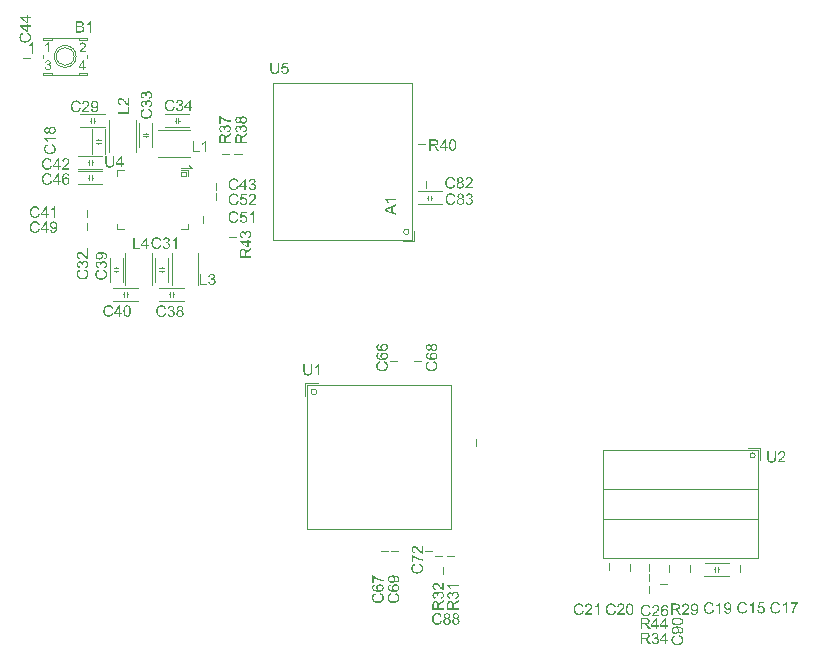
<source format=gto>
G04 Layer_Color=65535*
%FSLAX43Y43*%
%MOMM*%
G71*
G01*
G75*
%ADD24C,0.120*%
%ADD28C,0.100*%
%ADD41C,0.080*%
G36*
X32113Y51910D02*
X32121D01*
X32143Y51906D01*
X32170Y51902D01*
X32198Y51895D01*
X32228Y51885D01*
X32257Y51871D01*
X32259D01*
X32260Y51870D01*
X32264Y51867D01*
X32270Y51864D01*
X32284Y51856D01*
X32302Y51844D01*
X32321Y51828D01*
X32340Y51810D01*
X32360Y51788D01*
X32376Y51765D01*
Y51763D01*
X32378Y51762D01*
X32381Y51758D01*
X32382Y51752D01*
X32389Y51738D01*
X32396Y51720D01*
X32404Y51697D01*
X32410Y51670D01*
X32415Y51641D01*
X32417Y51609D01*
Y51608D01*
Y51602D01*
X32415Y51595D01*
Y51584D01*
X32414Y51572D01*
X32411Y51558D01*
X32407Y51541D01*
X32403Y51525D01*
X32397Y51505D01*
X32390Y51486D01*
X32382Y51466D01*
X32371Y51446D01*
X32358Y51426D01*
X32345Y51407D01*
X32328Y51387D01*
X32308Y51369D01*
X32307Y51368D01*
X32303Y51365D01*
X32297Y51361D01*
X32288Y51355D01*
X32275Y51347D01*
X32261Y51340D01*
X32243Y51332D01*
X32224Y51324D01*
X32200Y51314D01*
X32174Y51306D01*
X32145Y51299D01*
X32113Y51292D01*
X32077Y51285D01*
X32038Y51281D01*
X31996Y51278D01*
X31952Y51276D01*
X31940D01*
X31926Y51278D01*
X31906D01*
X31884Y51279D01*
X31858Y51282D01*
X31829Y51285D01*
X31797Y51289D01*
X31765Y51294D01*
X31730Y51301D01*
X31697Y51310D01*
X31664Y51319D01*
X31632Y51332D01*
X31601Y51346D01*
X31572Y51361D01*
X31547Y51379D01*
X31546Y51380D01*
X31543Y51383D01*
X31537Y51389D01*
X31529Y51396D01*
X31521Y51404D01*
X31512Y51415D01*
X31501Y51429D01*
X31492Y51443D01*
X31482Y51459D01*
X31471Y51477D01*
X31462Y51498D01*
X31453Y51519D01*
X31446Y51543D01*
X31440Y51568D01*
X31438Y51594D01*
X31436Y51622D01*
Y51623D01*
Y51627D01*
Y51633D01*
X31438Y51641D01*
Y51651D01*
X31439Y51662D01*
X31444Y51688D01*
X31451Y51717D01*
X31462Y51748D01*
X31479Y51778D01*
X31489Y51794D01*
X31500Y51808D01*
X31501Y51809D01*
X31503Y51810D01*
X31507Y51814D01*
X31511Y51819D01*
X31518Y51826D01*
X31526Y51831D01*
X31546Y51846D01*
X31571Y51862D01*
X31601Y51875D01*
X31636Y51888D01*
X31675Y51896D01*
X31684Y51778D01*
X31683D01*
X31682Y51777D01*
X31673Y51776D01*
X31661Y51771D01*
X31646Y51766D01*
X31629Y51760D01*
X31612Y51752D01*
X31597Y51742D01*
X31585Y51733D01*
X31582Y51730D01*
X31576Y51724D01*
X31568Y51715D01*
X31558Y51701D01*
X31550Y51683D01*
X31542Y51663D01*
X31536Y51640D01*
X31533Y51615D01*
Y51612D01*
Y51605D01*
X31535Y51594D01*
X31537Y51581D01*
X31542Y51565D01*
X31547Y51548D01*
X31554Y51532D01*
X31565Y51515D01*
X31567Y51512D01*
X31572Y51505D01*
X31582Y51495D01*
X31596Y51483D01*
X31612Y51469D01*
X31632Y51454D01*
X31657Y51440D01*
X31684Y51426D01*
X31686D01*
X31689Y51425D01*
X31693Y51423D01*
X31698Y51421D01*
X31707Y51419D01*
X31716Y51416D01*
X31727Y51414D01*
X31741Y51411D01*
X31757Y51407D01*
X31773Y51404D01*
X31791Y51401D01*
X31811Y51400D01*
X31833Y51397D01*
X31855Y51396D01*
X31880Y51394D01*
X31905D01*
X31904Y51396D01*
X31895Y51401D01*
X31884Y51411D01*
X31870Y51423D01*
X31854Y51437D01*
X31838Y51455D01*
X31823Y51475D01*
X31809Y51497D01*
Y51498D01*
X31808Y51500D01*
X31804Y51508D01*
X31799Y51520D01*
X31793Y51537D01*
X31787Y51557D01*
X31783Y51579D01*
X31779Y51602D01*
X31777Y51627D01*
Y51629D01*
Y51633D01*
Y51638D01*
X31779Y51647D01*
X31780Y51658D01*
X31781Y51669D01*
X31784Y51683D01*
X31788Y51697D01*
X31798Y51728D01*
X31805Y51745D01*
X31815Y51762D01*
X31824Y51778D01*
X31836Y51796D01*
X31849Y51813D01*
X31865Y51828D01*
X31866Y51830D01*
X31869Y51832D01*
X31873Y51837D01*
X31880Y51841D01*
X31890Y51848D01*
X31899Y51855D01*
X31912Y51862D01*
X31926Y51870D01*
X31941Y51878D01*
X31958Y51885D01*
X31977Y51892D01*
X31996Y51899D01*
X32017Y51903D01*
X32041Y51907D01*
X32064Y51910D01*
X32089Y51912D01*
X32105D01*
X32113Y51910D01*
D02*
G37*
G36*
X31547Y52656D02*
X31550Y52653D01*
X31555Y52648D01*
X31564Y52642D01*
X31573Y52634D01*
X31585Y52623D01*
X31598Y52612D01*
X31615Y52599D01*
X31632Y52587D01*
X31651Y52572D01*
X31673Y52556D01*
X31695Y52541D01*
X31720Y52525D01*
X31747Y52508D01*
X31776Y52491D01*
X31805Y52475D01*
X31806Y52473D01*
X31812Y52470D01*
X31820Y52466D01*
X31833Y52459D01*
X31848Y52452D01*
X31865Y52444D01*
X31884Y52434D01*
X31906Y52425D01*
X31931Y52414D01*
X31956Y52401D01*
X31984Y52390D01*
X32013Y52379D01*
X32073Y52357D01*
X32137Y52336D01*
X32138D01*
X32142Y52335D01*
X32149Y52333D01*
X32157Y52330D01*
X32168Y52328D01*
X32182Y52325D01*
X32198Y52321D01*
X32214Y52318D01*
X32234Y52314D01*
X32254Y52310D01*
X32299Y52303D01*
X32347Y52296D01*
X32400Y52292D01*
Y52171D01*
X32389D01*
X32381Y52172D01*
X32369D01*
X32356Y52174D01*
X32340Y52175D01*
X32324Y52176D01*
X32304Y52179D01*
X32285Y52182D01*
X32261Y52186D01*
X32238Y52190D01*
X32213Y52194D01*
X32185Y52200D01*
X32128Y52214D01*
X32127D01*
X32121Y52215D01*
X32113Y52218D01*
X32100Y52222D01*
X32087Y52226D01*
X32070Y52232D01*
X32051Y52237D01*
X32030Y52246D01*
X32006Y52254D01*
X31983Y52262D01*
X31930Y52283D01*
X31874Y52308D01*
X31819Y52336D01*
X31818Y52337D01*
X31812Y52340D01*
X31805Y52344D01*
X31794Y52350D01*
X31781Y52357D01*
X31766Y52366D01*
X31750Y52376D01*
X31732Y52387D01*
X31691Y52414D01*
X31650Y52441D01*
X31607Y52473D01*
X31567Y52507D01*
Y52036D01*
X31453D01*
Y52658D01*
X31546D01*
X31547Y52656D01*
D02*
G37*
G36*
X32103Y51172D02*
X32112Y51170D01*
X32123Y51165D01*
X32135Y51161D01*
X32150Y51156D01*
X32167Y51149D01*
X32185Y51140D01*
X32224Y51121D01*
X32263Y51096D01*
X32282Y51081D01*
X32302Y51066D01*
X32318Y51049D01*
X32335Y51030D01*
X32336Y51028D01*
X32339Y51025D01*
X32342Y51018D01*
X32347Y51011D01*
X32354Y51000D01*
X32361Y50989D01*
X32368Y50974D01*
X32375Y50959D01*
X32383Y50941D01*
X32390Y50921D01*
X32397Y50901D01*
X32404Y50878D01*
X32410Y50855D01*
X32412Y50830D01*
X32415Y50803D01*
X32417Y50776D01*
Y50774D01*
Y50769D01*
Y50760D01*
X32415Y50749D01*
Y50737D01*
X32414Y50722D01*
X32411Y50705D01*
X32408Y50686D01*
X32401Y50645D01*
X32390Y50604D01*
X32375Y50562D01*
X32365Y50543D01*
X32354Y50523D01*
X32353Y50522D01*
X32351Y50519D01*
X32347Y50514D01*
X32342Y50508D01*
X32336Y50500D01*
X32328Y50490D01*
X32318Y50479D01*
X32307Y50468D01*
X32295Y50457D01*
X32282Y50444D01*
X32250Y50419D01*
X32213Y50396D01*
X32171Y50375D01*
X32170D01*
X32166Y50372D01*
X32159Y50371D01*
X32150Y50367D01*
X32139Y50364D01*
X32125Y50360D01*
X32110Y50354D01*
X32094Y50350D01*
X32075Y50346D01*
X32055Y50340D01*
X32012Y50333D01*
X31963Y50328D01*
X31913Y50325D01*
X31898D01*
X31888Y50326D01*
X31874D01*
X31861Y50328D01*
X31842Y50329D01*
X31824Y50332D01*
X31784Y50339D01*
X31740Y50349D01*
X31695Y50362D01*
X31652Y50382D01*
X31651Y50383D01*
X31647Y50385D01*
X31641Y50387D01*
X31634Y50393D01*
X31625Y50398D01*
X31614Y50405D01*
X31589Y50423D01*
X31561Y50447D01*
X31533Y50475D01*
X31505Y50507D01*
X31482Y50544D01*
X31481Y50546D01*
X31479Y50550D01*
X31476Y50555D01*
X31472Y50562D01*
X31468Y50573D01*
X31464Y50584D01*
X31458Y50598D01*
X31453Y50613D01*
X31447Y50630D01*
X31442Y50648D01*
X31433Y50687D01*
X31426Y50731D01*
X31424Y50777D01*
Y50778D01*
Y50784D01*
Y50791D01*
X31425Y50801D01*
X31426Y50813D01*
X31428Y50828D01*
X31429Y50844D01*
X31433Y50862D01*
X31442Y50899D01*
X31454Y50941D01*
X31462Y50962D01*
X31472Y50981D01*
X31485Y51000D01*
X31497Y51020D01*
X31499Y51021D01*
X31500Y51024D01*
X31504Y51030D01*
X31511Y51036D01*
X31518Y51043D01*
X31528Y51053D01*
X31539Y51063D01*
X31550Y51074D01*
X31564Y51085D01*
X31580Y51096D01*
X31597Y51109D01*
X31615Y51120D01*
X31636Y51129D01*
X31657Y51140D01*
X31679Y51149D01*
X31704Y51157D01*
X31733Y51032D01*
X31732D01*
X31729Y51031D01*
X31723Y51028D01*
X31716Y51025D01*
X31708Y51023D01*
X31697Y51018D01*
X31675Y51007D01*
X31650Y50993D01*
X31625Y50977D01*
X31601Y50956D01*
X31580Y50934D01*
X31578Y50931D01*
X31572Y50923D01*
X31565Y50909D01*
X31555Y50891D01*
X31547Y50867D01*
X31539Y50841D01*
X31533Y50809D01*
X31532Y50774D01*
Y50773D01*
Y50769D01*
Y50763D01*
X31533Y50756D01*
Y50747D01*
X31535Y50736D01*
X31539Y50709D01*
X31544Y50680D01*
X31554Y50650D01*
X31568Y50618D01*
X31586Y50589D01*
Y50587D01*
X31589Y50586D01*
X31596Y50576D01*
X31607Y50564D01*
X31623Y50548D01*
X31644Y50530D01*
X31668Y50514D01*
X31697Y50498D01*
X31729Y50484D01*
X31730D01*
X31733Y50483D01*
X31737Y50482D01*
X31744Y50480D01*
X31752Y50478D01*
X31762Y50475D01*
X31786Y50471D01*
X31813Y50465D01*
X31844Y50460D01*
X31877Y50457D01*
X31913Y50455D01*
X31934D01*
X31944Y50457D01*
X31956D01*
X31970Y50458D01*
X31985Y50460D01*
X32019Y50464D01*
X32055Y50471D01*
X32091Y50479D01*
X32127Y50490D01*
X32128D01*
X32131Y50491D01*
X32135Y50494D01*
X32142Y50497D01*
X32159Y50505D01*
X32178Y50518D01*
X32200Y50533D01*
X32224Y50552D01*
X32245Y50575D01*
X32264Y50601D01*
Y50602D01*
X32265Y50605D01*
X32268Y50609D01*
X32271Y50615D01*
X32274Y50622D01*
X32278Y50630D01*
X32286Y50650D01*
X32295Y50674D01*
X32302Y50702D01*
X32307Y50733D01*
X32308Y50765D01*
Y50766D01*
Y50769D01*
Y50774D01*
X32307Y50783D01*
Y50792D01*
X32306Y50802D01*
X32300Y50827D01*
X32293Y50856D01*
X32282Y50885D01*
X32267Y50916D01*
X32259Y50931D01*
X32247Y50945D01*
X32246Y50946D01*
X32245Y50948D01*
X32241Y50952D01*
X32236Y50957D01*
X32229Y50963D01*
X32221Y50970D01*
X32213Y50978D01*
X32202Y50985D01*
X32189Y50993D01*
X32175Y51003D01*
X32161Y51011D01*
X32145Y51020D01*
X32127Y51027D01*
X32107Y51034D01*
X32087Y51041D01*
X32064Y51046D01*
X32096Y51174D01*
X32098D01*
X32103Y51172D01*
D02*
G37*
G36*
X32466Y71535D02*
X32475D01*
X32497Y71531D01*
X32523Y71527D01*
X32551Y71520D01*
X32581Y71510D01*
X32611Y71496D01*
X32612D01*
X32613Y71495D01*
X32617Y71492D01*
X32623Y71489D01*
X32637Y71481D01*
X32655Y71469D01*
X32674Y71453D01*
X32694Y71435D01*
X32713Y71413D01*
X32730Y71390D01*
Y71388D01*
X32731Y71387D01*
X32734Y71383D01*
X32735Y71377D01*
X32742Y71363D01*
X32749Y71345D01*
X32758Y71322D01*
X32763Y71295D01*
X32769Y71266D01*
X32770Y71234D01*
Y71233D01*
Y71227D01*
X32769Y71220D01*
Y71209D01*
X32767Y71197D01*
X32764Y71183D01*
X32760Y71166D01*
X32756Y71150D01*
X32751Y71130D01*
X32744Y71111D01*
X32735Y71091D01*
X32724Y71071D01*
X32712Y71051D01*
X32698Y71032D01*
X32681Y71012D01*
X32662Y70994D01*
X32660Y70993D01*
X32656Y70990D01*
X32651Y70986D01*
X32641Y70980D01*
X32629Y70972D01*
X32615Y70965D01*
X32597Y70957D01*
X32577Y70949D01*
X32554Y70939D01*
X32527Y70930D01*
X32498Y70924D01*
X32466Y70917D01*
X32430Y70910D01*
X32391Y70906D01*
X32350Y70903D01*
X32305Y70901D01*
X32293D01*
X32279Y70903D01*
X32260D01*
X32237Y70904D01*
X32211Y70907D01*
X32182Y70910D01*
X32150Y70914D01*
X32118Y70919D01*
X32084Y70926D01*
X32050Y70935D01*
X32017Y70944D01*
X31985Y70957D01*
X31955Y70971D01*
X31925Y70986D01*
X31900Y71004D01*
X31899Y71005D01*
X31896Y71008D01*
X31891Y71014D01*
X31882Y71021D01*
X31874Y71029D01*
X31866Y71040D01*
X31855Y71054D01*
X31845Y71068D01*
X31835Y71084D01*
X31824Y71102D01*
X31816Y71123D01*
X31806Y71144D01*
X31799Y71168D01*
X31794Y71193D01*
X31791Y71219D01*
X31790Y71247D01*
Y71248D01*
Y71252D01*
Y71258D01*
X31791Y71266D01*
Y71276D01*
X31792Y71287D01*
X31798Y71313D01*
X31805Y71342D01*
X31816Y71373D01*
X31833Y71403D01*
X31842Y71419D01*
X31853Y71433D01*
X31855Y71434D01*
X31856Y71435D01*
X31860Y71439D01*
X31864Y71444D01*
X31871Y71451D01*
X31880Y71456D01*
X31899Y71471D01*
X31924Y71487D01*
X31955Y71500D01*
X31989Y71513D01*
X32028Y71521D01*
X32038Y71403D01*
X32036D01*
X32035Y71402D01*
X32027Y71401D01*
X32014Y71396D01*
X31999Y71391D01*
X31982Y71385D01*
X31966Y71377D01*
X31950Y71367D01*
X31938Y71358D01*
X31935Y71355D01*
X31930Y71349D01*
X31921Y71340D01*
X31912Y71326D01*
X31903Y71308D01*
X31895Y71288D01*
X31889Y71265D01*
X31887Y71240D01*
Y71237D01*
Y71230D01*
X31888Y71219D01*
X31891Y71206D01*
X31895Y71190D01*
X31900Y71173D01*
X31907Y71157D01*
X31919Y71140D01*
X31920Y71137D01*
X31925Y71130D01*
X31935Y71120D01*
X31949Y71108D01*
X31966Y71094D01*
X31985Y71079D01*
X32010Y71065D01*
X32038Y71051D01*
X32039D01*
X32042Y71050D01*
X32046Y71048D01*
X32052Y71046D01*
X32060Y71044D01*
X32070Y71041D01*
X32081Y71039D01*
X32095Y71036D01*
X32110Y71032D01*
X32127Y71029D01*
X32145Y71026D01*
X32164Y71025D01*
X32186Y71022D01*
X32208Y71021D01*
X32233Y71019D01*
X32258D01*
X32257Y71021D01*
X32249Y71026D01*
X32237Y71036D01*
X32224Y71048D01*
X32207Y71062D01*
X32192Y71080D01*
X32176Y71100D01*
X32163Y71122D01*
Y71123D01*
X32161Y71125D01*
X32157Y71133D01*
X32153Y71145D01*
X32146Y71162D01*
X32140Y71182D01*
X32136Y71204D01*
X32132Y71227D01*
X32131Y71252D01*
Y71254D01*
Y71258D01*
Y71263D01*
X32132Y71272D01*
X32133Y71283D01*
X32135Y71294D01*
X32138Y71308D01*
X32142Y71322D01*
X32152Y71353D01*
X32158Y71370D01*
X32168Y71387D01*
X32178Y71403D01*
X32189Y71421D01*
X32203Y71438D01*
X32218Y71453D01*
X32219Y71455D01*
X32222Y71457D01*
X32226Y71462D01*
X32233Y71466D01*
X32243Y71473D01*
X32253Y71480D01*
X32265Y71487D01*
X32279Y71495D01*
X32294Y71503D01*
X32311Y71510D01*
X32330Y71517D01*
X32350Y71524D01*
X32371Y71528D01*
X32394Y71532D01*
X32418Y71535D01*
X32443Y71537D01*
X32458D01*
X32466Y71535D01*
D02*
G37*
G36*
Y72281D02*
X32475D01*
X32497Y72277D01*
X32523Y72273D01*
X32551Y72266D01*
X32581Y72256D01*
X32611Y72242D01*
X32612D01*
X32613Y72241D01*
X32617Y72238D01*
X32623Y72236D01*
X32637Y72227D01*
X32655Y72215D01*
X32674Y72199D01*
X32694Y72181D01*
X32713Y72159D01*
X32730Y72136D01*
Y72134D01*
X32731Y72133D01*
X32734Y72129D01*
X32735Y72123D01*
X32742Y72109D01*
X32749Y72091D01*
X32758Y72068D01*
X32763Y72041D01*
X32769Y72012D01*
X32770Y71980D01*
Y71979D01*
Y71973D01*
X32769Y71966D01*
Y71955D01*
X32767Y71943D01*
X32764Y71929D01*
X32760Y71912D01*
X32756Y71896D01*
X32751Y71876D01*
X32744Y71857D01*
X32735Y71837D01*
X32724Y71817D01*
X32712Y71797D01*
X32698Y71778D01*
X32681Y71758D01*
X32662Y71740D01*
X32660Y71739D01*
X32656Y71736D01*
X32651Y71732D01*
X32641Y71727D01*
X32629Y71718D01*
X32615Y71711D01*
X32597Y71703D01*
X32577Y71695D01*
X32554Y71685D01*
X32527Y71677D01*
X32498Y71670D01*
X32466Y71663D01*
X32430Y71656D01*
X32391Y71652D01*
X32350Y71649D01*
X32305Y71647D01*
X32293D01*
X32279Y71649D01*
X32260D01*
X32237Y71650D01*
X32211Y71653D01*
X32182Y71656D01*
X32150Y71660D01*
X32118Y71666D01*
X32084Y71672D01*
X32050Y71681D01*
X32017Y71690D01*
X31985Y71703D01*
X31955Y71717D01*
X31925Y71732D01*
X31900Y71750D01*
X31899Y71752D01*
X31896Y71754D01*
X31891Y71760D01*
X31882Y71767D01*
X31874Y71775D01*
X31866Y71786D01*
X31855Y71800D01*
X31845Y71814D01*
X31835Y71831D01*
X31824Y71849D01*
X31816Y71869D01*
X31806Y71890D01*
X31799Y71914D01*
X31794Y71939D01*
X31791Y71965D01*
X31790Y71993D01*
Y71994D01*
Y71998D01*
Y72004D01*
X31791Y72012D01*
Y72022D01*
X31792Y72033D01*
X31798Y72059D01*
X31805Y72089D01*
X31816Y72119D01*
X31833Y72150D01*
X31842Y72165D01*
X31853Y72179D01*
X31855Y72180D01*
X31856Y72181D01*
X31860Y72186D01*
X31864Y72190D01*
X31871Y72197D01*
X31880Y72202D01*
X31899Y72217D01*
X31924Y72233D01*
X31955Y72247D01*
X31989Y72259D01*
X32028Y72267D01*
X32038Y72150D01*
X32036D01*
X32035Y72148D01*
X32027Y72147D01*
X32014Y72143D01*
X31999Y72137D01*
X31982Y72132D01*
X31966Y72123D01*
X31950Y72113D01*
X31938Y72104D01*
X31935Y72101D01*
X31930Y72095D01*
X31921Y72086D01*
X31912Y72072D01*
X31903Y72054D01*
X31895Y72034D01*
X31889Y72011D01*
X31887Y71986D01*
Y71983D01*
Y71976D01*
X31888Y71965D01*
X31891Y71953D01*
X31895Y71936D01*
X31900Y71919D01*
X31907Y71903D01*
X31919Y71886D01*
X31920Y71883D01*
X31925Y71876D01*
X31935Y71867D01*
X31949Y71854D01*
X31966Y71840D01*
X31985Y71825D01*
X32010Y71811D01*
X32038Y71797D01*
X32039D01*
X32042Y71796D01*
X32046Y71795D01*
X32052Y71792D01*
X32060Y71790D01*
X32070Y71788D01*
X32081Y71785D01*
X32095Y71782D01*
X32110Y71778D01*
X32127Y71775D01*
X32145Y71772D01*
X32164Y71771D01*
X32186Y71768D01*
X32208Y71767D01*
X32233Y71765D01*
X32258D01*
X32257Y71767D01*
X32249Y71772D01*
X32237Y71782D01*
X32224Y71795D01*
X32207Y71808D01*
X32192Y71826D01*
X32176Y71846D01*
X32163Y71868D01*
Y71869D01*
X32161Y71871D01*
X32157Y71879D01*
X32153Y71892D01*
X32146Y71908D01*
X32140Y71928D01*
X32136Y71950D01*
X32132Y71973D01*
X32131Y71998D01*
Y72000D01*
Y72004D01*
Y72009D01*
X32132Y72018D01*
X32133Y72029D01*
X32135Y72040D01*
X32138Y72054D01*
X32142Y72068D01*
X32152Y72100D01*
X32158Y72116D01*
X32168Y72133D01*
X32178Y72150D01*
X32189Y72168D01*
X32203Y72184D01*
X32218Y72199D01*
X32219Y72201D01*
X32222Y72204D01*
X32226Y72208D01*
X32233Y72212D01*
X32243Y72219D01*
X32253Y72226D01*
X32265Y72233D01*
X32279Y72241D01*
X32294Y72249D01*
X32311Y72256D01*
X32330Y72263D01*
X32350Y72270D01*
X32371Y72274D01*
X32394Y72279D01*
X32418Y72281D01*
X32443Y72283D01*
X32458D01*
X32466Y72281D01*
D02*
G37*
G36*
X63751Y49450D02*
X63633D01*
Y50200D01*
X63631Y50199D01*
X63625Y50193D01*
X63616Y50185D01*
X63602Y50175D01*
X63587Y50163D01*
X63568Y50149D01*
X63545Y50134D01*
X63520Y50118D01*
X63519D01*
X63518Y50117D01*
X63509Y50112D01*
X63496Y50105D01*
X63479Y50096D01*
X63459Y50087D01*
X63439Y50077D01*
X63418Y50067D01*
X63397Y50059D01*
Y50173D01*
X63398D01*
X63401Y50175D01*
X63407Y50177D01*
X63414Y50181D01*
X63422Y50185D01*
X63432Y50191D01*
X63455Y50204D01*
X63483Y50220D01*
X63511Y50239D01*
X63540Y50261D01*
X63569Y50285D01*
X63570Y50286D01*
X63572Y50288D01*
X63576Y50292D01*
X63582Y50296D01*
X63594Y50310D01*
X63611Y50326D01*
X63627Y50346D01*
X63645Y50368D01*
X63661Y50390D01*
X63674Y50414D01*
X63751D01*
Y49450D01*
D02*
G37*
G36*
X64644Y50285D02*
X64260D01*
X64208Y50026D01*
X64210Y50027D01*
X64213Y50028D01*
X64217Y50031D01*
X64224Y50035D01*
X64232Y50039D01*
X64242Y50045D01*
X64264Y50056D01*
X64292Y50067D01*
X64322Y50077D01*
X64355Y50084D01*
X64372Y50087D01*
X64403D01*
X64411Y50085D01*
X64422Y50084D01*
X64434Y50082D01*
X64448Y50080D01*
X64464Y50075D01*
X64497Y50066D01*
X64515Y50059D01*
X64533Y50049D01*
X64551Y50039D01*
X64569Y50028D01*
X64586Y50014D01*
X64602Y49999D01*
X64604Y49998D01*
X64606Y49995D01*
X64611Y49991D01*
X64616Y49984D01*
X64623Y49974D01*
X64630Y49965D01*
X64638Y49952D01*
X64647Y49938D01*
X64654Y49923D01*
X64662Y49906D01*
X64669Y49887D01*
X64676Y49867D01*
X64681Y49847D01*
X64685Y49823D01*
X64688Y49799D01*
X64690Y49775D01*
Y49773D01*
Y49769D01*
Y49762D01*
X64688Y49752D01*
X64687Y49741D01*
X64685Y49729D01*
X64683Y49714D01*
X64680Y49698D01*
X64672Y49662D01*
X64658Y49625D01*
X64649Y49605D01*
X64638Y49587D01*
X64627Y49568D01*
X64613Y49550D01*
X64612Y49548D01*
X64609Y49544D01*
X64604Y49539D01*
X64597Y49532D01*
X64587Y49523D01*
X64576Y49512D01*
X64562Y49503D01*
X64547Y49492D01*
X64530Y49481D01*
X64511Y49471D01*
X64490Y49461D01*
X64468Y49451D01*
X64444Y49444D01*
X64418Y49439D01*
X64390Y49435D01*
X64361Y49433D01*
X64348D01*
X64339Y49435D01*
X64328Y49436D01*
X64315Y49438D01*
X64300Y49439D01*
X64285Y49443D01*
X64250Y49451D01*
X64215Y49464D01*
X64197Y49472D01*
X64179Y49482D01*
X64163Y49493D01*
X64146Y49505D01*
X64145Y49507D01*
X64142Y49508D01*
X64139Y49514D01*
X64133Y49519D01*
X64127Y49526D01*
X64120Y49535D01*
X64111Y49546D01*
X64104Y49558D01*
X64096Y49571D01*
X64088Y49586D01*
X64072Y49619D01*
X64060Y49658D01*
X64056Y49679D01*
X64053Y49701D01*
X64176Y49711D01*
Y49709D01*
Y49707D01*
X64178Y49702D01*
X64179Y49695D01*
X64183Y49680D01*
X64189Y49659D01*
X64197Y49639D01*
X64208Y49615D01*
X64222Y49594D01*
X64239Y49575D01*
X64242Y49573D01*
X64247Y49568D01*
X64258Y49561D01*
X64274Y49553D01*
X64290Y49544D01*
X64311Y49537D01*
X64335Y49532D01*
X64361Y49530D01*
X64369D01*
X64375Y49532D01*
X64391Y49533D01*
X64411Y49539D01*
X64434Y49546D01*
X64458Y49557D01*
X64483Y49573D01*
X64494Y49583D01*
X64505Y49594D01*
X64507Y49596D01*
X64508Y49597D01*
X64511Y49601D01*
X64515Y49605D01*
X64525Y49621D01*
X64536Y49640D01*
X64545Y49664D01*
X64555Y49693D01*
X64562Y49727D01*
X64565Y49745D01*
Y49765D01*
Y49766D01*
Y49769D01*
Y49775D01*
X64563Y49781D01*
Y49790D01*
X64562Y49799D01*
X64558Y49822D01*
X64551Y49848D01*
X64541Y49874D01*
X64527Y49899D01*
X64508Y49923D01*
Y49924D01*
X64505Y49926D01*
X64498Y49933D01*
X64486Y49942D01*
X64469Y49953D01*
X64447Y49963D01*
X64422Y49973D01*
X64393Y49980D01*
X64376Y49983D01*
X64350D01*
X64339Y49981D01*
X64325Y49980D01*
X64308Y49976D01*
X64292Y49971D01*
X64274Y49965D01*
X64256Y49956D01*
X64254Y49955D01*
X64249Y49952D01*
X64240Y49945D01*
X64229Y49938D01*
X64218Y49928D01*
X64207Y49916D01*
X64195Y49903D01*
X64185Y49888D01*
X64074Y49903D01*
X64167Y50397D01*
X64644D01*
Y50285D01*
D02*
G37*
G36*
X58732Y50287D02*
X58739D01*
X58748Y50286D01*
X58772Y50282D01*
X58798Y50276D01*
X58827Y50267D01*
X58857Y50254D01*
X58886Y50238D01*
X58887D01*
X58889Y50235D01*
X58893Y50232D01*
X58898Y50228D01*
X58912Y50217D01*
X58930Y50201D01*
X58948Y50181D01*
X58969Y50156D01*
X58987Y50127D01*
X59004Y50093D01*
Y50092D01*
X59005Y50089D01*
X59008Y50084D01*
X59011Y50077D01*
X59013Y50067D01*
X59017Y50054D01*
X59020Y50041D01*
X59024Y50025D01*
X59029Y50007D01*
X59033Y49987D01*
X59036Y49964D01*
X59038Y49941D01*
X59041Y49914D01*
X59044Y49887D01*
X59045Y49856D01*
Y49824D01*
Y49823D01*
Y49816D01*
Y49806D01*
Y49794D01*
X59044Y49778D01*
Y49760D01*
X59042Y49740D01*
X59040Y49719D01*
X59036Y49672D01*
X59029Y49622D01*
X59019Y49575D01*
X59012Y49551D01*
X59005Y49530D01*
Y49529D01*
X59004Y49526D01*
X59001Y49521D01*
X58998Y49512D01*
X58994Y49504D01*
X58988Y49493D01*
X58974Y49469D01*
X58958Y49443D01*
X58938Y49415D01*
X58913Y49389D01*
X58886Y49365D01*
X58884D01*
X58882Y49362D01*
X58877Y49360D01*
X58872Y49357D01*
X58864Y49353D01*
X58855Y49347D01*
X58844Y49342D01*
X58833Y49337D01*
X58807Y49326D01*
X58775Y49317D01*
X58740Y49311D01*
X58701Y49308D01*
X58690D01*
X58683Y49310D01*
X58674D01*
X58662Y49311D01*
X58636Y49317D01*
X58607Y49324D01*
X58576Y49335D01*
X58546Y49350D01*
X58531Y49360D01*
X58517Y49371D01*
X58515Y49372D01*
X58514Y49374D01*
X58510Y49378D01*
X58506Y49382D01*
X58500Y49389D01*
X58493Y49397D01*
X58479Y49417D01*
X58466Y49441D01*
X58452Y49472D01*
X58441Y49507D01*
X58432Y49547D01*
X58546Y49557D01*
Y49555D01*
X58547Y49552D01*
Y49550D01*
X58549Y49544D01*
X58553Y49529D01*
X58558Y49512D01*
X58565Y49493D01*
X58575Y49473D01*
X58586Y49455D01*
X58600Y49440D01*
X58601Y49439D01*
X58607Y49435D01*
X58617Y49429D01*
X58628Y49423D01*
X58643Y49417D01*
X58661Y49411D01*
X58682Y49407D01*
X58704Y49405D01*
X58714D01*
X58723Y49407D01*
X58736Y49408D01*
X58751Y49411D01*
X58766Y49415D01*
X58783Y49421D01*
X58798Y49429D01*
X58800Y49430D01*
X58805Y49433D01*
X58814Y49439D01*
X58822Y49447D01*
X58833Y49457D01*
X58844Y49468D01*
X58855Y49480D01*
X58866Y49496D01*
X58868Y49497D01*
X58870Y49504D01*
X58876Y49514D01*
X58882Y49526D01*
X58889Y49543D01*
X58895Y49562D01*
X58902Y49584D01*
X58909Y49609D01*
Y49611D01*
X58911Y49612D01*
Y49616D01*
X58912Y49622D01*
X58915Y49636D01*
X58919Y49654D01*
X58922Y49676D01*
X58925Y49699D01*
X58926Y49726D01*
X58927Y49754D01*
Y49755D01*
Y49759D01*
Y49766D01*
Y49777D01*
X58926Y49774D01*
X58920Y49767D01*
X58912Y49758D01*
X58902Y49744D01*
X58889Y49730D01*
X58872Y49715D01*
X58852Y49699D01*
X58830Y49686D01*
X58827Y49684D01*
X58819Y49680D01*
X58807Y49674D01*
X58791Y49669D01*
X58771Y49662D01*
X58748Y49656D01*
X58723Y49652D01*
X58697Y49651D01*
X58686D01*
X58678Y49652D01*
X58667Y49654D01*
X58656Y49655D01*
X58642Y49658D01*
X58628Y49662D01*
X58596Y49672D01*
X58579Y49679D01*
X58563Y49687D01*
X58545Y49697D01*
X58528Y49709D01*
X58511Y49722D01*
X58496Y49737D01*
X58495Y49738D01*
X58492Y49741D01*
X58489Y49745D01*
X58484Y49752D01*
X58477Y49762D01*
X58470Y49772D01*
X58463Y49784D01*
X58456Y49798D01*
X58447Y49813D01*
X58441Y49830D01*
X58434Y49849D01*
X58427Y49869D01*
X58421Y49891D01*
X58418Y49914D01*
X58416Y49938D01*
X58414Y49964D01*
Y49966D01*
Y49971D01*
Y49978D01*
X58416Y49988D01*
X58417Y50000D01*
X58418Y50016D01*
X58421Y50031D01*
X58425Y50049D01*
X58435Y50085D01*
X58442Y50104D01*
X58450Y50125D01*
X58460Y50145D01*
X58472Y50163D01*
X58485Y50182D01*
X58500Y50199D01*
X58502Y50200D01*
X58504Y50203D01*
X58509Y50207D01*
X58515Y50213D01*
X58524Y50220D01*
X58535Y50228D01*
X58546Y50235D01*
X58560Y50244D01*
X58574Y50253D01*
X58590Y50260D01*
X58628Y50275D01*
X58647Y50281D01*
X58669Y50285D01*
X58692Y50287D01*
X58715Y50289D01*
X58725D01*
X58732Y50287D01*
D02*
G37*
G36*
X57206Y50283D02*
X57219D01*
X57248Y50282D01*
X57278Y50278D01*
X57312Y50274D01*
X57342Y50267D01*
X57357Y50263D01*
X57370Y50258D01*
X57371D01*
X57373Y50257D01*
X57381Y50253D01*
X57393Y50247D01*
X57409Y50238D01*
X57425Y50225D01*
X57443Y50208D01*
X57460Y50189D01*
X57477Y50167D01*
Y50165D01*
X57478Y50164D01*
X57484Y50156D01*
X57489Y50142D01*
X57498Y50124D01*
X57504Y50103D01*
X57511Y50078D01*
X57516Y50052D01*
X57517Y50023D01*
Y50021D01*
Y50018D01*
Y50013D01*
X57516Y50006D01*
Y49996D01*
X57514Y49987D01*
X57509Y49963D01*
X57500Y49935D01*
X57489Y49906D01*
X57473Y49877D01*
X57461Y49863D01*
X57450Y49849D01*
X57449Y49848D01*
X57448Y49846D01*
X57443Y49842D01*
X57438Y49838D01*
X57431Y49833D01*
X57423Y49827D01*
X57412Y49820D01*
X57400Y49812D01*
X57387Y49805D01*
X57371Y49798D01*
X57355Y49790D01*
X57337Y49783D01*
X57316Y49777D01*
X57295Y49770D01*
X57271Y49766D01*
X57246Y49762D01*
X57249Y49760D01*
X57255Y49758D01*
X57263Y49752D01*
X57274Y49747D01*
X57299Y49731D01*
X57312Y49722D01*
X57323Y49713D01*
X57326Y49711D01*
X57332Y49704D01*
X57344Y49693D01*
X57357Y49679D01*
X57373Y49659D01*
X57391Y49638D01*
X57409Y49613D01*
X57428Y49586D01*
X57593Y49325D01*
X57435D01*
X57309Y49525D01*
Y49526D01*
X57306Y49529D01*
X57303Y49533D01*
X57299Y49539D01*
X57289Y49554D01*
X57277Y49573D01*
X57262Y49594D01*
X57246Y49616D01*
X57231Y49637D01*
X57217Y49656D01*
X57216Y49658D01*
X57212Y49663D01*
X57205Y49672D01*
X57195Y49681D01*
X57174Y49702D01*
X57163Y49712D01*
X57152Y49720D01*
X57151Y49722D01*
X57148Y49723D01*
X57142Y49726D01*
X57134Y49730D01*
X57126Y49734D01*
X57116Y49738D01*
X57094Y49745D01*
X57093D01*
X57090Y49747D01*
X57084D01*
X57077Y49748D01*
X57068Y49749D01*
X57056D01*
X57041Y49751D01*
X56878D01*
Y49325D01*
X56750D01*
Y50285D01*
X57195D01*
X57206Y50283D01*
D02*
G37*
G36*
X58009Y50287D02*
X58020Y50286D01*
X58034Y50285D01*
X58049Y50282D01*
X58065Y50279D01*
X58101Y50269D01*
X58137Y50256D01*
X58155Y50247D01*
X58173Y50238D01*
X58190Y50225D01*
X58205Y50211D01*
X58206Y50210D01*
X58209Y50208D01*
X58212Y50203D01*
X58217Y50197D01*
X58224Y50190D01*
X58231Y50181D01*
X58238Y50171D01*
X58246Y50158D01*
X58260Y50132D01*
X58274Y50099D01*
X58280Y50082D01*
X58282Y50063D01*
X58285Y50043D01*
X58287Y50023D01*
Y50020D01*
Y50013D01*
X58285Y50002D01*
X58284Y49987D01*
X58281Y49970D01*
X58276Y49950D01*
X58270Y49930D01*
X58262Y49909D01*
X58260Y49906D01*
X58257Y49899D01*
X58252Y49888D01*
X58244Y49873D01*
X58233Y49856D01*
X58219Y49835D01*
X58202Y49815D01*
X58183Y49791D01*
X58180Y49788D01*
X58173Y49780D01*
X58166Y49773D01*
X58159Y49766D01*
X58151Y49758D01*
X58140Y49747D01*
X58129Y49736D01*
X58115Y49723D01*
X58101Y49709D01*
X58084Y49694D01*
X58066Y49679D01*
X58047Y49661D01*
X58025Y49643D01*
X58002Y49623D01*
X58001Y49622D01*
X57998Y49619D01*
X57993Y49615D01*
X57986Y49609D01*
X57977Y49601D01*
X57968Y49593D01*
X57945Y49575D01*
X57922Y49554D01*
X57900Y49533D01*
X57880Y49515D01*
X57872Y49508D01*
X57865Y49501D01*
X57864Y49500D01*
X57859Y49496D01*
X57854Y49490D01*
X57847Y49482D01*
X57840Y49472D01*
X57832Y49462D01*
X57815Y49439D01*
X58288D01*
Y49325D01*
X57651D01*
Y49326D01*
Y49332D01*
Y49340D01*
X57653Y49351D01*
X57654Y49364D01*
X57657Y49378D01*
X57660Y49392D01*
X57665Y49407D01*
Y49408D01*
X57667Y49410D01*
X57669Y49418D01*
X57675Y49430D01*
X57683Y49447D01*
X57694Y49466D01*
X57708Y49489D01*
X57724Y49511D01*
X57743Y49534D01*
Y49536D01*
X57746Y49537D01*
X57753Y49546D01*
X57765Y49558D01*
X57783Y49576D01*
X57804Y49597D01*
X57830Y49622D01*
X57862Y49650D01*
X57897Y49679D01*
X57898Y49680D01*
X57904Y49684D01*
X57912Y49691D01*
X57922Y49699D01*
X57934Y49711D01*
X57950Y49723D01*
X57965Y49737D01*
X57983Y49752D01*
X58018Y49785D01*
X58052Y49819D01*
X58069Y49835D01*
X58084Y49852D01*
X58098Y49867D01*
X58109Y49883D01*
Y49884D01*
X58112Y49885D01*
X58115Y49889D01*
X58117Y49895D01*
X58127Y49910D01*
X58138Y49928D01*
X58148Y49950D01*
X58158Y49974D01*
X58163Y50000D01*
X58166Y50025D01*
Y50027D01*
Y50028D01*
X58165Y50036D01*
X58163Y50050D01*
X58159Y50066D01*
X58153Y50085D01*
X58144Y50104D01*
X58131Y50124D01*
X58115Y50143D01*
X58112Y50146D01*
X58105Y50152D01*
X58095Y50158D01*
X58080Y50168D01*
X58061Y50177D01*
X58038Y50185D01*
X58012Y50190D01*
X57983Y50192D01*
X57975D01*
X57969Y50190D01*
X57952Y50189D01*
X57933Y50185D01*
X57912Y50179D01*
X57889Y50170D01*
X57866Y50157D01*
X57846Y50140D01*
X57843Y50138D01*
X57837Y50131D01*
X57829Y50120D01*
X57821Y50103D01*
X57811Y50084D01*
X57803Y50059D01*
X57797Y50031D01*
X57794Y49999D01*
X57674Y50011D01*
Y50013D01*
X57675Y50017D01*
Y50024D01*
X57676Y50034D01*
X57679Y50045D01*
X57682Y50057D01*
X57686Y50073D01*
X57690Y50088D01*
X57701Y50121D01*
X57718Y50154D01*
X57728Y50171D01*
X57740Y50188D01*
X57753Y50203D01*
X57767Y50217D01*
X57768Y50218D01*
X57771Y50220D01*
X57775Y50224D01*
X57782Y50228D01*
X57790Y50233D01*
X57800Y50239D01*
X57811Y50246D01*
X57825Y50253D01*
X57840Y50260D01*
X57857Y50267D01*
X57875Y50272D01*
X57894Y50278D01*
X57915Y50282D01*
X57937Y50286D01*
X57961Y50287D01*
X57986Y50289D01*
X58000D01*
X58009Y50287D01*
D02*
G37*
G36*
X32457Y70797D02*
X32465Y70795D01*
X32476Y70790D01*
X32489Y70786D01*
X32504Y70781D01*
X32520Y70774D01*
X32538Y70765D01*
X32577Y70746D01*
X32616Y70721D01*
X32636Y70706D01*
X32655Y70691D01*
X32672Y70674D01*
X32688Y70655D01*
X32690Y70653D01*
X32692Y70650D01*
X32695Y70643D01*
X32701Y70636D01*
X32708Y70625D01*
X32715Y70614D01*
X32722Y70599D01*
X32728Y70584D01*
X32737Y70566D01*
X32744Y70546D01*
X32751Y70526D01*
X32758Y70503D01*
X32763Y70480D01*
X32766Y70455D01*
X32769Y70428D01*
X32770Y70401D01*
Y70399D01*
Y70394D01*
Y70385D01*
X32769Y70374D01*
Y70362D01*
X32767Y70347D01*
X32764Y70330D01*
X32762Y70311D01*
X32755Y70270D01*
X32744Y70229D01*
X32728Y70187D01*
X32719Y70168D01*
X32708Y70148D01*
X32706Y70147D01*
X32705Y70144D01*
X32701Y70139D01*
X32695Y70133D01*
X32690Y70125D01*
X32681Y70115D01*
X32672Y70104D01*
X32660Y70093D01*
X32648Y70082D01*
X32636Y70069D01*
X32604Y70044D01*
X32566Y70021D01*
X32525Y70000D01*
X32523D01*
X32519Y69997D01*
X32512Y69996D01*
X32504Y69992D01*
X32493Y69989D01*
X32479Y69985D01*
X32464Y69979D01*
X32447Y69975D01*
X32429Y69971D01*
X32408Y69965D01*
X32365Y69958D01*
X32317Y69953D01*
X32267Y69950D01*
X32251D01*
X32242Y69951D01*
X32228D01*
X32214Y69953D01*
X32196Y69954D01*
X32178Y69957D01*
X32138Y69964D01*
X32093Y69974D01*
X32049Y69987D01*
X32006Y70007D01*
X32005Y70008D01*
X32000Y70010D01*
X31995Y70012D01*
X31988Y70018D01*
X31978Y70023D01*
X31967Y70030D01*
X31942Y70048D01*
X31914Y70072D01*
X31887Y70100D01*
X31859Y70132D01*
X31835Y70169D01*
X31834Y70171D01*
X31833Y70175D01*
X31830Y70180D01*
X31826Y70187D01*
X31821Y70198D01*
X31817Y70209D01*
X31812Y70223D01*
X31806Y70238D01*
X31801Y70255D01*
X31795Y70273D01*
X31787Y70312D01*
X31780Y70356D01*
X31777Y70402D01*
Y70404D01*
Y70409D01*
Y70416D01*
X31778Y70426D01*
X31780Y70438D01*
X31781Y70453D01*
X31783Y70469D01*
X31787Y70487D01*
X31795Y70524D01*
X31808Y70566D01*
X31816Y70587D01*
X31826Y70606D01*
X31838Y70625D01*
X31851Y70645D01*
X31852Y70646D01*
X31853Y70649D01*
X31858Y70655D01*
X31864Y70661D01*
X31871Y70668D01*
X31881Y70678D01*
X31892Y70688D01*
X31903Y70699D01*
X31917Y70710D01*
X31934Y70721D01*
X31950Y70734D01*
X31968Y70745D01*
X31989Y70754D01*
X32010Y70765D01*
X32032Y70774D01*
X32057Y70782D01*
X32086Y70657D01*
X32085D01*
X32082Y70656D01*
X32077Y70653D01*
X32070Y70650D01*
X32061Y70648D01*
X32050Y70643D01*
X32028Y70632D01*
X32003Y70618D01*
X31978Y70602D01*
X31955Y70581D01*
X31934Y70559D01*
X31931Y70556D01*
X31925Y70548D01*
X31919Y70534D01*
X31909Y70516D01*
X31900Y70492D01*
X31892Y70466D01*
X31887Y70434D01*
X31885Y70399D01*
Y70398D01*
Y70394D01*
Y70388D01*
X31887Y70381D01*
Y70372D01*
X31888Y70360D01*
X31892Y70334D01*
X31898Y70305D01*
X31907Y70275D01*
X31921Y70243D01*
X31939Y70214D01*
Y70212D01*
X31942Y70211D01*
X31949Y70201D01*
X31960Y70189D01*
X31977Y70173D01*
X31998Y70155D01*
X32021Y70139D01*
X32050Y70123D01*
X32082Y70109D01*
X32084D01*
X32086Y70108D01*
X32090Y70107D01*
X32097Y70105D01*
X32106Y70103D01*
X32115Y70100D01*
X32139Y70096D01*
X32167Y70090D01*
X32197Y70085D01*
X32231Y70082D01*
X32267Y70080D01*
X32287D01*
X32297Y70082D01*
X32310D01*
X32323Y70083D01*
X32339Y70085D01*
X32372Y70089D01*
X32408Y70096D01*
X32444Y70104D01*
X32480Y70115D01*
X32482D01*
X32484Y70116D01*
X32489Y70119D01*
X32495Y70122D01*
X32512Y70130D01*
X32532Y70143D01*
X32554Y70158D01*
X32577Y70177D01*
X32598Y70200D01*
X32617Y70226D01*
Y70227D01*
X32619Y70230D01*
X32622Y70234D01*
X32624Y70240D01*
X32627Y70247D01*
X32631Y70255D01*
X32640Y70275D01*
X32648Y70299D01*
X32655Y70327D01*
X32660Y70358D01*
X32662Y70390D01*
Y70391D01*
Y70394D01*
Y70399D01*
X32660Y70408D01*
Y70417D01*
X32659Y70427D01*
X32654Y70452D01*
X32647Y70481D01*
X32636Y70510D01*
X32620Y70541D01*
X32612Y70556D01*
X32601Y70570D01*
X32599Y70571D01*
X32598Y70573D01*
X32594Y70577D01*
X32590Y70582D01*
X32583Y70588D01*
X32575Y70595D01*
X32566Y70603D01*
X32555Y70610D01*
X32543Y70618D01*
X32529Y70628D01*
X32515Y70636D01*
X32498Y70645D01*
X32480Y70652D01*
X32461Y70659D01*
X32440Y70666D01*
X32418Y70671D01*
X32450Y70799D01*
X32451D01*
X32457Y70797D01*
D02*
G37*
G36*
X65629Y62630D02*
Y62629D01*
Y62623D01*
Y62616D01*
Y62606D01*
X65628Y62594D01*
Y62580D01*
X65627Y62563D01*
X65625Y62547D01*
X65621Y62509D01*
X65616Y62470D01*
X65607Y62433D01*
X65602Y62415D01*
X65596Y62398D01*
Y62397D01*
X65595Y62394D01*
X65592Y62390D01*
X65589Y62384D01*
X65581Y62369D01*
X65568Y62350D01*
X65552Y62328D01*
X65532Y62305D01*
X65507Y62282D01*
X65477Y62261D01*
X65476D01*
X65473Y62258D01*
X65469Y62257D01*
X65462Y62253D01*
X65453Y62249D01*
X65442Y62244D01*
X65431Y62240D01*
X65417Y62235D01*
X65402Y62229D01*
X65385Y62225D01*
X65367Y62221D01*
X65347Y62217D01*
X65326Y62214D01*
X65304Y62211D01*
X65254Y62208D01*
X65241D01*
X65231Y62210D01*
X65220D01*
X65206Y62211D01*
X65191Y62213D01*
X65176Y62214D01*
X65141Y62219D01*
X65104Y62228D01*
X65068Y62239D01*
X65033Y62254D01*
X65032D01*
X65029Y62257D01*
X65025Y62260D01*
X65019Y62262D01*
X65004Y62274D01*
X64986Y62289D01*
X64965Y62308D01*
X64946Y62330D01*
X64926Y62358D01*
X64911Y62389D01*
Y62390D01*
X64910Y62393D01*
X64908Y62398D01*
X64906Y62405D01*
X64903Y62414D01*
X64900Y62425D01*
X64896Y62437D01*
X64893Y62452D01*
X64890Y62469D01*
X64886Y62487D01*
X64883Y62507D01*
X64881Y62527D01*
X64878Y62551D01*
X64876Y62576D01*
X64875Y62602D01*
Y62630D01*
Y63185D01*
X65003D01*
Y62630D01*
Y62629D01*
Y62624D01*
Y62617D01*
Y62609D01*
X65004Y62599D01*
Y62587D01*
X65005Y62561D01*
X65008Y62530D01*
X65012Y62500D01*
X65018Y62470D01*
X65021Y62458D01*
X65025Y62445D01*
X65026Y62443D01*
X65029Y62436D01*
X65036Y62426D01*
X65044Y62412D01*
X65054Y62398D01*
X65068Y62383D01*
X65084Y62368D01*
X65104Y62355D01*
X65107Y62354D01*
X65114Y62350D01*
X65126Y62346D01*
X65143Y62340D01*
X65162Y62333D01*
X65187Y62329D01*
X65213Y62325D01*
X65243Y62323D01*
X65256D01*
X65265Y62325D01*
X65277D01*
X65290Y62326D01*
X65320Y62332D01*
X65353Y62339D01*
X65385Y62350D01*
X65416Y62365D01*
X65430Y62375D01*
X65442Y62386D01*
X65444Y62387D01*
X65445Y62389D01*
X65448Y62393D01*
X65452Y62398D01*
X65456Y62407D01*
X65462Y62415D01*
X65467Y62427D01*
X65473Y62440D01*
X65478Y62455D01*
X65482Y62473D01*
X65488Y62494D01*
X65492Y62516D01*
X65496Y62541D01*
X65499Y62568D01*
X65502Y62598D01*
Y62630D01*
Y63185D01*
X65629D01*
Y62630D01*
D02*
G37*
G36*
X33428Y51172D02*
X33437Y51170D01*
X33448Y51165D01*
X33460Y51161D01*
X33475Y51156D01*
X33492Y51149D01*
X33510Y51140D01*
X33549Y51121D01*
X33588Y51096D01*
X33607Y51081D01*
X33627Y51066D01*
X33643Y51049D01*
X33660Y51030D01*
X33661Y51028D01*
X33664Y51025D01*
X33667Y51018D01*
X33672Y51011D01*
X33679Y51000D01*
X33686Y50989D01*
X33693Y50974D01*
X33700Y50959D01*
X33708Y50941D01*
X33715Y50921D01*
X33722Y50901D01*
X33729Y50878D01*
X33735Y50855D01*
X33737Y50830D01*
X33740Y50803D01*
X33742Y50776D01*
Y50774D01*
Y50769D01*
Y50760D01*
X33740Y50749D01*
Y50737D01*
X33739Y50722D01*
X33736Y50705D01*
X33733Y50686D01*
X33726Y50645D01*
X33715Y50604D01*
X33700Y50562D01*
X33690Y50543D01*
X33679Y50523D01*
X33678Y50522D01*
X33676Y50519D01*
X33672Y50514D01*
X33667Y50508D01*
X33661Y50500D01*
X33653Y50490D01*
X33643Y50479D01*
X33632Y50468D01*
X33620Y50457D01*
X33607Y50444D01*
X33575Y50419D01*
X33538Y50396D01*
X33496Y50375D01*
X33495D01*
X33491Y50372D01*
X33484Y50371D01*
X33475Y50367D01*
X33464Y50364D01*
X33450Y50360D01*
X33435Y50354D01*
X33419Y50350D01*
X33400Y50346D01*
X33380Y50340D01*
X33337Y50333D01*
X33288Y50328D01*
X33238Y50325D01*
X33223D01*
X33213Y50326D01*
X33199D01*
X33186Y50328D01*
X33167Y50329D01*
X33149Y50332D01*
X33109Y50339D01*
X33065Y50349D01*
X33020Y50362D01*
X32977Y50382D01*
X32976Y50383D01*
X32972Y50385D01*
X32966Y50387D01*
X32959Y50393D01*
X32950Y50398D01*
X32939Y50405D01*
X32914Y50423D01*
X32886Y50447D01*
X32858Y50475D01*
X32830Y50507D01*
X32807Y50544D01*
X32806Y50546D01*
X32804Y50550D01*
X32801Y50555D01*
X32797Y50562D01*
X32793Y50573D01*
X32789Y50584D01*
X32783Y50598D01*
X32778Y50613D01*
X32772Y50630D01*
X32767Y50648D01*
X32758Y50687D01*
X32751Y50731D01*
X32749Y50777D01*
Y50778D01*
Y50784D01*
Y50791D01*
X32750Y50801D01*
X32751Y50813D01*
X32753Y50828D01*
X32754Y50844D01*
X32758Y50862D01*
X32767Y50899D01*
X32779Y50941D01*
X32787Y50962D01*
X32797Y50981D01*
X32810Y51000D01*
X32822Y51020D01*
X32824Y51021D01*
X32825Y51024D01*
X32829Y51030D01*
X32836Y51036D01*
X32843Y51043D01*
X32853Y51053D01*
X32864Y51063D01*
X32875Y51074D01*
X32889Y51085D01*
X32905Y51096D01*
X32922Y51109D01*
X32940Y51120D01*
X32961Y51129D01*
X32982Y51140D01*
X33004Y51149D01*
X33029Y51157D01*
X33058Y51032D01*
X33057D01*
X33054Y51031D01*
X33048Y51028D01*
X33041Y51025D01*
X33033Y51023D01*
X33022Y51018D01*
X33000Y51007D01*
X32975Y50993D01*
X32950Y50977D01*
X32926Y50956D01*
X32905Y50934D01*
X32903Y50931D01*
X32897Y50923D01*
X32890Y50909D01*
X32880Y50891D01*
X32872Y50867D01*
X32864Y50841D01*
X32858Y50809D01*
X32857Y50774D01*
Y50773D01*
Y50769D01*
Y50763D01*
X32858Y50756D01*
Y50747D01*
X32860Y50736D01*
X32864Y50709D01*
X32869Y50680D01*
X32879Y50650D01*
X32893Y50618D01*
X32911Y50589D01*
Y50587D01*
X32914Y50586D01*
X32921Y50576D01*
X32932Y50564D01*
X32948Y50548D01*
X32969Y50530D01*
X32993Y50514D01*
X33022Y50498D01*
X33054Y50484D01*
X33055D01*
X33058Y50483D01*
X33062Y50482D01*
X33069Y50480D01*
X33077Y50478D01*
X33087Y50475D01*
X33111Y50471D01*
X33138Y50465D01*
X33169Y50460D01*
X33202Y50457D01*
X33238Y50455D01*
X33259D01*
X33269Y50457D01*
X33281D01*
X33295Y50458D01*
X33310Y50460D01*
X33344Y50464D01*
X33380Y50471D01*
X33416Y50479D01*
X33452Y50490D01*
X33453D01*
X33456Y50491D01*
X33460Y50494D01*
X33467Y50497D01*
X33484Y50505D01*
X33503Y50518D01*
X33525Y50533D01*
X33549Y50552D01*
X33570Y50575D01*
X33589Y50601D01*
Y50602D01*
X33590Y50605D01*
X33593Y50609D01*
X33596Y50615D01*
X33599Y50622D01*
X33603Y50630D01*
X33611Y50650D01*
X33620Y50674D01*
X33627Y50702D01*
X33632Y50733D01*
X33633Y50765D01*
Y50766D01*
Y50769D01*
Y50774D01*
X33632Y50783D01*
Y50792D01*
X33631Y50802D01*
X33625Y50827D01*
X33618Y50856D01*
X33607Y50885D01*
X33592Y50916D01*
X33584Y50931D01*
X33572Y50945D01*
X33571Y50946D01*
X33570Y50948D01*
X33566Y50952D01*
X33561Y50957D01*
X33554Y50963D01*
X33546Y50970D01*
X33538Y50978D01*
X33527Y50985D01*
X33514Y50993D01*
X33500Y51003D01*
X33486Y51011D01*
X33470Y51020D01*
X33452Y51027D01*
X33432Y51034D01*
X33412Y51041D01*
X33389Y51046D01*
X33421Y51174D01*
X33423D01*
X33428Y51172D01*
D02*
G37*
G36*
X66134Y63187D02*
X66145Y63186D01*
X66159Y63185D01*
X66174Y63182D01*
X66190Y63179D01*
X66226Y63169D01*
X66262Y63156D01*
X66280Y63147D01*
X66298Y63138D01*
X66315Y63125D01*
X66330Y63111D01*
X66331Y63110D01*
X66334Y63108D01*
X66337Y63103D01*
X66342Y63097D01*
X66349Y63090D01*
X66356Y63081D01*
X66363Y63071D01*
X66371Y63058D01*
X66385Y63032D01*
X66399Y62999D01*
X66405Y62982D01*
X66407Y62963D01*
X66410Y62943D01*
X66412Y62923D01*
Y62920D01*
Y62913D01*
X66410Y62902D01*
X66409Y62887D01*
X66406Y62870D01*
X66401Y62850D01*
X66395Y62830D01*
X66387Y62809D01*
X66385Y62806D01*
X66382Y62799D01*
X66377Y62788D01*
X66369Y62773D01*
X66358Y62756D01*
X66344Y62735D01*
X66327Y62715D01*
X66308Y62691D01*
X66305Y62688D01*
X66298Y62680D01*
X66291Y62673D01*
X66284Y62666D01*
X66276Y62658D01*
X66265Y62647D01*
X66254Y62636D01*
X66240Y62623D01*
X66226Y62609D01*
X66209Y62594D01*
X66191Y62579D01*
X66172Y62561D01*
X66150Y62543D01*
X66127Y62523D01*
X66126Y62522D01*
X66123Y62519D01*
X66118Y62515D01*
X66111Y62509D01*
X66102Y62501D01*
X66093Y62493D01*
X66070Y62475D01*
X66047Y62454D01*
X66025Y62433D01*
X66005Y62415D01*
X65997Y62408D01*
X65990Y62401D01*
X65989Y62400D01*
X65984Y62396D01*
X65979Y62390D01*
X65972Y62382D01*
X65965Y62372D01*
X65957Y62362D01*
X65940Y62339D01*
X66413D01*
Y62225D01*
X65776D01*
Y62226D01*
Y62232D01*
Y62240D01*
X65778Y62251D01*
X65779Y62264D01*
X65782Y62278D01*
X65785Y62292D01*
X65790Y62307D01*
Y62308D01*
X65792Y62310D01*
X65794Y62318D01*
X65800Y62330D01*
X65808Y62347D01*
X65819Y62366D01*
X65833Y62389D01*
X65849Y62411D01*
X65868Y62434D01*
Y62436D01*
X65871Y62437D01*
X65878Y62445D01*
X65890Y62458D01*
X65908Y62476D01*
X65929Y62497D01*
X65955Y62522D01*
X65987Y62550D01*
X66022Y62579D01*
X66023Y62580D01*
X66029Y62584D01*
X66037Y62591D01*
X66047Y62599D01*
X66059Y62611D01*
X66075Y62623D01*
X66090Y62637D01*
X66108Y62652D01*
X66143Y62685D01*
X66177Y62719D01*
X66194Y62735D01*
X66209Y62752D01*
X66223Y62767D01*
X66234Y62783D01*
Y62784D01*
X66237Y62785D01*
X66240Y62789D01*
X66242Y62795D01*
X66252Y62810D01*
X66263Y62828D01*
X66273Y62850D01*
X66283Y62874D01*
X66288Y62900D01*
X66291Y62925D01*
Y62927D01*
Y62928D01*
X66290Y62936D01*
X66288Y62950D01*
X66284Y62966D01*
X66278Y62985D01*
X66269Y63004D01*
X66256Y63024D01*
X66240Y63043D01*
X66237Y63046D01*
X66230Y63052D01*
X66220Y63058D01*
X66205Y63068D01*
X66186Y63077D01*
X66163Y63085D01*
X66137Y63090D01*
X66108Y63092D01*
X66100D01*
X66094Y63090D01*
X66077Y63089D01*
X66058Y63085D01*
X66037Y63079D01*
X66014Y63070D01*
X65991Y63057D01*
X65971Y63040D01*
X65968Y63038D01*
X65962Y63031D01*
X65954Y63020D01*
X65946Y63003D01*
X65936Y62984D01*
X65928Y62959D01*
X65922Y62931D01*
X65919Y62899D01*
X65799Y62911D01*
Y62913D01*
X65800Y62917D01*
Y62924D01*
X65801Y62934D01*
X65804Y62945D01*
X65807Y62957D01*
X65811Y62972D01*
X65815Y62988D01*
X65826Y63021D01*
X65843Y63054D01*
X65853Y63071D01*
X65865Y63088D01*
X65878Y63103D01*
X65892Y63117D01*
X65893Y63118D01*
X65896Y63120D01*
X65900Y63124D01*
X65907Y63128D01*
X65915Y63133D01*
X65925Y63139D01*
X65936Y63146D01*
X65950Y63153D01*
X65965Y63160D01*
X65982Y63167D01*
X66000Y63172D01*
X66019Y63178D01*
X66040Y63182D01*
X66062Y63186D01*
X66086Y63187D01*
X66111Y63189D01*
X66125D01*
X66134Y63187D01*
D02*
G37*
G36*
X26972Y69600D02*
X26854D01*
Y70350D01*
X26853Y70349D01*
X26846Y70343D01*
X26837Y70335D01*
X26823Y70325D01*
X26808Y70312D01*
X26789Y70299D01*
X26767Y70283D01*
X26742Y70268D01*
X26740D01*
X26739Y70267D01*
X26731Y70261D01*
X26717Y70254D01*
X26700Y70246D01*
X26681Y70236D01*
X26660Y70226D01*
X26639Y70217D01*
X26618Y70208D01*
Y70322D01*
X26620D01*
X26622Y70325D01*
X26628Y70326D01*
X26635Y70330D01*
X26643Y70335D01*
X26653Y70340D01*
X26676Y70354D01*
X26704Y70369D01*
X26732Y70389D01*
X26761Y70411D01*
X26790Y70434D01*
X26792Y70436D01*
X26793Y70437D01*
X26797Y70441D01*
X26803Y70446D01*
X26815Y70459D01*
X26832Y70476D01*
X26848Y70495D01*
X26866Y70518D01*
X26882Y70540D01*
X26896Y70563D01*
X26972D01*
Y69600D01*
D02*
G37*
G36*
X26364Y70005D02*
Y70003D01*
Y69998D01*
Y69991D01*
Y69981D01*
X26363Y69968D01*
Y69955D01*
X26362Y69938D01*
X26360Y69921D01*
X26356Y69884D01*
X26351Y69845D01*
X26342Y69808D01*
X26337Y69790D01*
X26331Y69773D01*
Y69772D01*
X26330Y69769D01*
X26327Y69765D01*
X26324Y69759D01*
X26316Y69744D01*
X26303Y69724D01*
X26287Y69702D01*
X26267Y69680D01*
X26242Y69656D01*
X26212Y69636D01*
X26211D01*
X26208Y69633D01*
X26204Y69632D01*
X26197Y69627D01*
X26188Y69623D01*
X26177Y69619D01*
X26166Y69615D01*
X26152Y69609D01*
X26137Y69604D01*
X26120Y69600D01*
X26102Y69595D01*
X26082Y69591D01*
X26061Y69589D01*
X26039Y69586D01*
X25989Y69583D01*
X25976D01*
X25966Y69584D01*
X25955D01*
X25941Y69586D01*
X25926Y69587D01*
X25911Y69589D01*
X25876Y69594D01*
X25839Y69602D01*
X25803Y69613D01*
X25768Y69629D01*
X25767D01*
X25764Y69632D01*
X25760Y69634D01*
X25754Y69637D01*
X25739Y69648D01*
X25721Y69663D01*
X25700Y69683D01*
X25681Y69705D01*
X25661Y69733D01*
X25646Y69763D01*
Y69765D01*
X25645Y69767D01*
X25643Y69773D01*
X25641Y69780D01*
X25638Y69788D01*
X25635Y69799D01*
X25631Y69812D01*
X25628Y69827D01*
X25625Y69844D01*
X25621Y69862D01*
X25618Y69881D01*
X25616Y69902D01*
X25613Y69926D01*
X25611Y69950D01*
X25610Y69977D01*
Y70005D01*
Y70559D01*
X25738D01*
Y70005D01*
Y70003D01*
Y69999D01*
Y69992D01*
Y69984D01*
X25739Y69974D01*
Y69962D01*
X25740Y69935D01*
X25743Y69905D01*
X25747Y69874D01*
X25753Y69845D01*
X25756Y69833D01*
X25760Y69820D01*
X25761Y69817D01*
X25764Y69810D01*
X25771Y69801D01*
X25779Y69787D01*
X25789Y69773D01*
X25803Y69758D01*
X25819Y69742D01*
X25839Y69730D01*
X25842Y69729D01*
X25849Y69724D01*
X25861Y69720D01*
X25878Y69715D01*
X25897Y69708D01*
X25922Y69704D01*
X25948Y69699D01*
X25978Y69698D01*
X25991D01*
X26000Y69699D01*
X26012D01*
X26025Y69701D01*
X26055Y69706D01*
X26088Y69713D01*
X26120Y69724D01*
X26151Y69740D01*
X26165Y69749D01*
X26177Y69760D01*
X26179Y69762D01*
X26180Y69763D01*
X26183Y69767D01*
X26187Y69773D01*
X26191Y69781D01*
X26197Y69790D01*
X26202Y69802D01*
X26208Y69815D01*
X26213Y69830D01*
X26217Y69848D01*
X26223Y69869D01*
X26227Y69891D01*
X26231Y69916D01*
X26234Y69942D01*
X26237Y69973D01*
Y70005D01*
Y70559D01*
X26364D01*
Y70005D01*
D02*
G37*
G36*
X36663Y71535D02*
X36671D01*
X36693Y71531D01*
X36720Y71527D01*
X36748Y71520D01*
X36778Y71510D01*
X36807Y71496D01*
X36809D01*
X36810Y71495D01*
X36814Y71492D01*
X36820Y71489D01*
X36834Y71481D01*
X36852Y71469D01*
X36871Y71453D01*
X36890Y71435D01*
X36910Y71413D01*
X36926Y71390D01*
Y71388D01*
X36928Y71387D01*
X36931Y71383D01*
X36932Y71377D01*
X36939Y71363D01*
X36946Y71345D01*
X36954Y71322D01*
X36960Y71295D01*
X36965Y71266D01*
X36967Y71234D01*
Y71233D01*
Y71227D01*
X36965Y71220D01*
Y71209D01*
X36964Y71197D01*
X36961Y71183D01*
X36957Y71166D01*
X36953Y71150D01*
X36947Y71130D01*
X36940Y71111D01*
X36932Y71091D01*
X36921Y71071D01*
X36908Y71051D01*
X36895Y71032D01*
X36878Y71012D01*
X36858Y70994D01*
X36857Y70993D01*
X36853Y70990D01*
X36847Y70986D01*
X36838Y70980D01*
X36825Y70972D01*
X36811Y70965D01*
X36793Y70957D01*
X36774Y70949D01*
X36750Y70939D01*
X36724Y70930D01*
X36695Y70924D01*
X36663Y70917D01*
X36627Y70910D01*
X36588Y70906D01*
X36546Y70903D01*
X36502Y70901D01*
X36490D01*
X36476Y70903D01*
X36456D01*
X36434Y70904D01*
X36408Y70907D01*
X36379Y70910D01*
X36347Y70914D01*
X36315Y70919D01*
X36280Y70926D01*
X36247Y70935D01*
X36214Y70944D01*
X36182Y70957D01*
X36151Y70971D01*
X36122Y70986D01*
X36097Y71004D01*
X36096Y71005D01*
X36093Y71008D01*
X36087Y71014D01*
X36079Y71021D01*
X36071Y71029D01*
X36062Y71040D01*
X36051Y71054D01*
X36042Y71068D01*
X36032Y71084D01*
X36021Y71102D01*
X36013Y71123D01*
X36003Y71144D01*
X35996Y71168D01*
X35990Y71193D01*
X35988Y71219D01*
X35986Y71247D01*
Y71248D01*
Y71252D01*
Y71258D01*
X35988Y71266D01*
Y71276D01*
X35989Y71287D01*
X35994Y71313D01*
X36001Y71342D01*
X36013Y71373D01*
X36029Y71403D01*
X36039Y71419D01*
X36050Y71433D01*
X36051Y71434D01*
X36053Y71435D01*
X36057Y71439D01*
X36061Y71444D01*
X36068Y71451D01*
X36076Y71456D01*
X36096Y71471D01*
X36121Y71487D01*
X36151Y71500D01*
X36186Y71513D01*
X36225Y71521D01*
X36234Y71403D01*
X36233D01*
X36232Y71402D01*
X36223Y71401D01*
X36211Y71396D01*
X36196Y71391D01*
X36179Y71385D01*
X36162Y71377D01*
X36147Y71367D01*
X36135Y71358D01*
X36132Y71355D01*
X36126Y71349D01*
X36118Y71340D01*
X36108Y71326D01*
X36100Y71308D01*
X36092Y71288D01*
X36086Y71265D01*
X36083Y71240D01*
Y71237D01*
Y71230D01*
X36085Y71219D01*
X36087Y71206D01*
X36092Y71190D01*
X36097Y71173D01*
X36104Y71157D01*
X36115Y71140D01*
X36117Y71137D01*
X36122Y71130D01*
X36132Y71120D01*
X36146Y71108D01*
X36162Y71094D01*
X36182Y71079D01*
X36207Y71065D01*
X36234Y71051D01*
X36236D01*
X36239Y71050D01*
X36243Y71048D01*
X36248Y71046D01*
X36257Y71044D01*
X36266Y71041D01*
X36277Y71039D01*
X36291Y71036D01*
X36307Y71032D01*
X36323Y71029D01*
X36341Y71026D01*
X36361Y71025D01*
X36383Y71022D01*
X36405Y71021D01*
X36430Y71019D01*
X36455D01*
X36454Y71021D01*
X36445Y71026D01*
X36434Y71036D01*
X36420Y71048D01*
X36404Y71062D01*
X36388Y71080D01*
X36373Y71100D01*
X36359Y71122D01*
Y71123D01*
X36358Y71125D01*
X36354Y71133D01*
X36349Y71145D01*
X36343Y71162D01*
X36337Y71182D01*
X36333Y71204D01*
X36329Y71227D01*
X36327Y71252D01*
Y71254D01*
Y71258D01*
Y71263D01*
X36329Y71272D01*
X36330Y71283D01*
X36331Y71294D01*
X36334Y71308D01*
X36338Y71322D01*
X36348Y71353D01*
X36355Y71370D01*
X36365Y71387D01*
X36374Y71403D01*
X36386Y71421D01*
X36399Y71438D01*
X36415Y71453D01*
X36416Y71455D01*
X36419Y71457D01*
X36423Y71462D01*
X36430Y71466D01*
X36440Y71473D01*
X36449Y71480D01*
X36462Y71487D01*
X36476Y71495D01*
X36491Y71503D01*
X36508Y71510D01*
X36527Y71517D01*
X36546Y71524D01*
X36567Y71528D01*
X36591Y71532D01*
X36614Y71535D01*
X36639Y71537D01*
X36655D01*
X36663Y71535D01*
D02*
G37*
G36*
X36698Y72283D02*
X36707Y72281D01*
X36720Y72280D01*
X36734Y72277D01*
X36749Y72273D01*
X36781Y72263D01*
X36799Y72256D01*
X36815Y72247D01*
X36834Y72237D01*
X36850Y72226D01*
X36867Y72212D01*
X36883Y72197D01*
X36885Y72195D01*
X36888Y72193D01*
X36892Y72188D01*
X36896Y72181D01*
X36903Y72172D01*
X36910Y72162D01*
X36917Y72150D01*
X36925Y72136D01*
X36933Y72120D01*
X36940Y72102D01*
X36947Y72083D01*
X36954Y72064D01*
X36958Y72041D01*
X36962Y72018D01*
X36965Y71994D01*
X36967Y71968D01*
Y71966D01*
Y71961D01*
Y71954D01*
X36965Y71944D01*
X36964Y71932D01*
X36962Y71918D01*
X36960Y71903D01*
X36956Y71886D01*
X36946Y71849D01*
X36939Y71829D01*
X36932Y71811D01*
X36922Y71792D01*
X36911Y71772D01*
X36899Y71754D01*
X36883Y71738D01*
X36882Y71736D01*
X36879Y71733D01*
X36875Y71729D01*
X36868Y71724D01*
X36860Y71718D01*
X36850Y71710D01*
X36839Y71703D01*
X36825Y71695D01*
X36811Y71686D01*
X36795Y71679D01*
X36760Y71666D01*
X36739Y71660D01*
X36718Y71656D01*
X36696Y71653D01*
X36674Y71652D01*
X36664D01*
X36659Y71653D01*
X36650D01*
X36641Y71654D01*
X36619Y71657D01*
X36594Y71663D01*
X36569Y71671D01*
X36542Y71684D01*
X36517Y71699D01*
X36516D01*
X36515Y71702D01*
X36508Y71707D01*
X36496Y71718D01*
X36483Y71733D01*
X36469Y71753D01*
X36454Y71776D01*
X36441Y71803D01*
X36431Y71835D01*
Y71833D01*
X36430Y71832D01*
X36429Y71828D01*
X36426Y71822D01*
X36420Y71810D01*
X36412Y71793D01*
X36401Y71775D01*
X36387Y71757D01*
X36372Y71740D01*
X36355Y71725D01*
X36352Y71724D01*
X36347Y71720D01*
X36336Y71714D01*
X36322Y71709D01*
X36304Y71702D01*
X36283Y71696D01*
X36259Y71692D01*
X36234Y71690D01*
X36225D01*
X36216Y71692D01*
X36208Y71693D01*
X36197Y71695D01*
X36173Y71700D01*
X36146Y71709D01*
X36117Y71722D01*
X36101Y71731D01*
X36086Y71740D01*
X36072Y71753D01*
X36058Y71765D01*
X36057Y71767D01*
X36055Y71770D01*
X36051Y71774D01*
X36047Y71779D01*
X36042Y71786D01*
X36036Y71796D01*
X36029Y71807D01*
X36022Y71818D01*
X36015Y71832D01*
X36008Y71847D01*
X36003Y71864D01*
X35997Y71882D01*
X35989Y71921D01*
X35988Y71943D01*
X35986Y71965D01*
Y71966D01*
Y71971D01*
Y71978D01*
X35988Y71986D01*
X35989Y71997D01*
X35990Y72009D01*
X35992Y72023D01*
X35996Y72037D01*
X36004Y72070D01*
X36017Y72104D01*
X36025Y72120D01*
X36035Y72137D01*
X36047Y72152D01*
X36060Y72168D01*
X36061Y72169D01*
X36062Y72170D01*
X36067Y72174D01*
X36072Y72180D01*
X36080Y72186D01*
X36089Y72193D01*
X36110Y72206D01*
X36136Y72220D01*
X36166Y72233D01*
X36201Y72242D01*
X36219Y72244D01*
X36239Y72245D01*
X36250D01*
X36262Y72244D01*
X36277Y72241D01*
X36297Y72237D01*
X36316Y72230D01*
X36336Y72222D01*
X36355Y72209D01*
X36358Y72208D01*
X36363Y72202D01*
X36372Y72194D01*
X36383Y72183D01*
X36395Y72168D01*
X36408Y72150D01*
X36420Y72129D01*
X36431Y72104D01*
Y72105D01*
X36433Y72108D01*
X36434Y72112D01*
X36437Y72118D01*
X36444Y72134D01*
X36454Y72154D01*
X36467Y72174D01*
X36483Y72197D01*
X36502Y72217D01*
X36524Y72237D01*
X36526D01*
X36527Y72238D01*
X36535Y72244D01*
X36549Y72252D01*
X36567Y72260D01*
X36589Y72269D01*
X36616Y72277D01*
X36645Y72283D01*
X36677Y72284D01*
X36689D01*
X36698Y72283D01*
D02*
G37*
G36*
X36653Y70797D02*
X36662Y70795D01*
X36673Y70790D01*
X36685Y70786D01*
X36700Y70781D01*
X36717Y70774D01*
X36735Y70765D01*
X36774Y70746D01*
X36813Y70721D01*
X36832Y70706D01*
X36852Y70691D01*
X36868Y70674D01*
X36885Y70655D01*
X36886Y70653D01*
X36889Y70650D01*
X36892Y70643D01*
X36897Y70636D01*
X36904Y70625D01*
X36911Y70614D01*
X36918Y70599D01*
X36925Y70584D01*
X36933Y70566D01*
X36940Y70546D01*
X36947Y70526D01*
X36954Y70503D01*
X36960Y70480D01*
X36962Y70455D01*
X36965Y70428D01*
X36967Y70401D01*
Y70399D01*
Y70394D01*
Y70385D01*
X36965Y70374D01*
Y70362D01*
X36964Y70347D01*
X36961Y70330D01*
X36958Y70311D01*
X36951Y70270D01*
X36940Y70229D01*
X36925Y70187D01*
X36915Y70168D01*
X36904Y70148D01*
X36903Y70147D01*
X36901Y70144D01*
X36897Y70139D01*
X36892Y70133D01*
X36886Y70125D01*
X36878Y70115D01*
X36868Y70104D01*
X36857Y70093D01*
X36845Y70082D01*
X36832Y70069D01*
X36800Y70044D01*
X36763Y70021D01*
X36721Y70000D01*
X36720D01*
X36716Y69997D01*
X36709Y69996D01*
X36700Y69992D01*
X36689Y69989D01*
X36675Y69985D01*
X36660Y69979D01*
X36644Y69975D01*
X36625Y69971D01*
X36605Y69965D01*
X36562Y69958D01*
X36513Y69953D01*
X36463Y69950D01*
X36448D01*
X36438Y69951D01*
X36424D01*
X36411Y69953D01*
X36392Y69954D01*
X36374Y69957D01*
X36334Y69964D01*
X36290Y69974D01*
X36245Y69987D01*
X36202Y70007D01*
X36201Y70008D01*
X36197Y70010D01*
X36191Y70012D01*
X36184Y70018D01*
X36175Y70023D01*
X36164Y70030D01*
X36139Y70048D01*
X36111Y70072D01*
X36083Y70100D01*
X36055Y70132D01*
X36032Y70169D01*
X36031Y70171D01*
X36029Y70175D01*
X36026Y70180D01*
X36022Y70187D01*
X36018Y70198D01*
X36014Y70209D01*
X36008Y70223D01*
X36003Y70238D01*
X35997Y70255D01*
X35992Y70273D01*
X35983Y70312D01*
X35976Y70356D01*
X35974Y70402D01*
Y70404D01*
Y70409D01*
Y70416D01*
X35975Y70426D01*
X35976Y70438D01*
X35978Y70453D01*
X35979Y70469D01*
X35983Y70487D01*
X35992Y70524D01*
X36004Y70566D01*
X36013Y70587D01*
X36022Y70606D01*
X36035Y70625D01*
X36047Y70645D01*
X36049Y70646D01*
X36050Y70649D01*
X36054Y70655D01*
X36061Y70661D01*
X36068Y70668D01*
X36078Y70678D01*
X36089Y70688D01*
X36100Y70699D01*
X36114Y70710D01*
X36130Y70721D01*
X36147Y70734D01*
X36165Y70745D01*
X36186Y70754D01*
X36207Y70765D01*
X36229Y70774D01*
X36254Y70782D01*
X36283Y70657D01*
X36282D01*
X36279Y70656D01*
X36273Y70653D01*
X36266Y70650D01*
X36258Y70648D01*
X36247Y70643D01*
X36225Y70632D01*
X36200Y70618D01*
X36175Y70602D01*
X36151Y70581D01*
X36130Y70559D01*
X36128Y70556D01*
X36122Y70548D01*
X36115Y70534D01*
X36105Y70516D01*
X36097Y70492D01*
X36089Y70466D01*
X36083Y70434D01*
X36082Y70399D01*
Y70398D01*
Y70394D01*
Y70388D01*
X36083Y70381D01*
Y70372D01*
X36085Y70360D01*
X36089Y70334D01*
X36094Y70305D01*
X36104Y70275D01*
X36118Y70243D01*
X36136Y70214D01*
Y70212D01*
X36139Y70211D01*
X36146Y70201D01*
X36157Y70189D01*
X36173Y70173D01*
X36194Y70155D01*
X36218Y70139D01*
X36247Y70123D01*
X36279Y70109D01*
X36280D01*
X36283Y70108D01*
X36287Y70107D01*
X36294Y70105D01*
X36302Y70103D01*
X36312Y70100D01*
X36336Y70096D01*
X36363Y70090D01*
X36394Y70085D01*
X36427Y70082D01*
X36463Y70080D01*
X36484D01*
X36494Y70082D01*
X36506D01*
X36520Y70083D01*
X36535Y70085D01*
X36569Y70089D01*
X36605Y70096D01*
X36641Y70104D01*
X36677Y70115D01*
X36678D01*
X36681Y70116D01*
X36685Y70119D01*
X36692Y70122D01*
X36709Y70130D01*
X36728Y70143D01*
X36750Y70158D01*
X36774Y70177D01*
X36795Y70200D01*
X36814Y70226D01*
Y70227D01*
X36815Y70230D01*
X36818Y70234D01*
X36821Y70240D01*
X36824Y70247D01*
X36828Y70255D01*
X36836Y70275D01*
X36845Y70299D01*
X36852Y70327D01*
X36857Y70358D01*
X36858Y70390D01*
Y70391D01*
Y70394D01*
Y70399D01*
X36857Y70408D01*
Y70417D01*
X36856Y70427D01*
X36850Y70452D01*
X36843Y70481D01*
X36832Y70510D01*
X36817Y70541D01*
X36809Y70556D01*
X36797Y70570D01*
X36796Y70571D01*
X36795Y70573D01*
X36791Y70577D01*
X36786Y70582D01*
X36779Y70588D01*
X36771Y70595D01*
X36763Y70603D01*
X36752Y70610D01*
X36739Y70618D01*
X36725Y70628D01*
X36711Y70636D01*
X36695Y70645D01*
X36677Y70652D01*
X36657Y70659D01*
X36637Y70666D01*
X36614Y70671D01*
X36646Y70799D01*
X36648D01*
X36653Y70797D01*
D02*
G37*
G36*
X33438Y51910D02*
X33446D01*
X33468Y51906D01*
X33495Y51902D01*
X33523Y51895D01*
X33553Y51885D01*
X33582Y51871D01*
X33584D01*
X33585Y51870D01*
X33589Y51867D01*
X33595Y51864D01*
X33609Y51856D01*
X33627Y51844D01*
X33646Y51828D01*
X33665Y51810D01*
X33685Y51788D01*
X33701Y51765D01*
Y51763D01*
X33703Y51762D01*
X33706Y51758D01*
X33707Y51752D01*
X33714Y51738D01*
X33721Y51720D01*
X33729Y51697D01*
X33735Y51670D01*
X33740Y51641D01*
X33742Y51609D01*
Y51608D01*
Y51602D01*
X33740Y51595D01*
Y51584D01*
X33739Y51572D01*
X33736Y51558D01*
X33732Y51541D01*
X33728Y51525D01*
X33722Y51505D01*
X33715Y51486D01*
X33707Y51466D01*
X33696Y51446D01*
X33683Y51426D01*
X33670Y51407D01*
X33653Y51387D01*
X33633Y51369D01*
X33632Y51368D01*
X33628Y51365D01*
X33622Y51361D01*
X33613Y51355D01*
X33600Y51347D01*
X33586Y51340D01*
X33568Y51332D01*
X33549Y51324D01*
X33525Y51314D01*
X33499Y51306D01*
X33470Y51299D01*
X33438Y51292D01*
X33402Y51285D01*
X33363Y51281D01*
X33321Y51278D01*
X33277Y51276D01*
X33265D01*
X33251Y51278D01*
X33231D01*
X33209Y51279D01*
X33183Y51282D01*
X33154Y51285D01*
X33122Y51289D01*
X33090Y51294D01*
X33055Y51301D01*
X33022Y51310D01*
X32989Y51319D01*
X32957Y51332D01*
X32926Y51346D01*
X32897Y51361D01*
X32872Y51379D01*
X32871Y51380D01*
X32868Y51383D01*
X32862Y51389D01*
X32854Y51396D01*
X32846Y51404D01*
X32837Y51415D01*
X32826Y51429D01*
X32817Y51443D01*
X32807Y51459D01*
X32796Y51477D01*
X32787Y51498D01*
X32778Y51519D01*
X32771Y51543D01*
X32765Y51568D01*
X32763Y51594D01*
X32761Y51622D01*
Y51623D01*
Y51627D01*
Y51633D01*
X32763Y51641D01*
Y51651D01*
X32764Y51662D01*
X32769Y51688D01*
X32776Y51717D01*
X32787Y51748D01*
X32804Y51778D01*
X32814Y51794D01*
X32825Y51808D01*
X32826Y51809D01*
X32828Y51810D01*
X32832Y51814D01*
X32836Y51819D01*
X32843Y51826D01*
X32851Y51831D01*
X32871Y51846D01*
X32896Y51862D01*
X32926Y51875D01*
X32961Y51888D01*
X33000Y51896D01*
X33009Y51778D01*
X33008D01*
X33007Y51777D01*
X32998Y51776D01*
X32986Y51771D01*
X32971Y51766D01*
X32954Y51760D01*
X32937Y51752D01*
X32922Y51742D01*
X32910Y51733D01*
X32907Y51730D01*
X32901Y51724D01*
X32893Y51715D01*
X32883Y51701D01*
X32875Y51683D01*
X32867Y51663D01*
X32861Y51640D01*
X32858Y51615D01*
Y51612D01*
Y51605D01*
X32860Y51594D01*
X32862Y51581D01*
X32867Y51565D01*
X32872Y51548D01*
X32879Y51532D01*
X32890Y51515D01*
X32892Y51512D01*
X32897Y51505D01*
X32907Y51495D01*
X32921Y51483D01*
X32937Y51469D01*
X32957Y51454D01*
X32982Y51440D01*
X33009Y51426D01*
X33011D01*
X33014Y51425D01*
X33018Y51423D01*
X33023Y51421D01*
X33032Y51419D01*
X33041Y51416D01*
X33052Y51414D01*
X33066Y51411D01*
X33082Y51407D01*
X33098Y51404D01*
X33116Y51401D01*
X33136Y51400D01*
X33158Y51397D01*
X33180Y51396D01*
X33205Y51394D01*
X33230D01*
X33229Y51396D01*
X33220Y51401D01*
X33209Y51411D01*
X33195Y51423D01*
X33179Y51437D01*
X33163Y51455D01*
X33148Y51475D01*
X33134Y51497D01*
Y51498D01*
X33133Y51500D01*
X33129Y51508D01*
X33125Y51520D01*
X33118Y51537D01*
X33112Y51557D01*
X33108Y51579D01*
X33104Y51602D01*
X33102Y51627D01*
Y51629D01*
Y51633D01*
Y51638D01*
X33104Y51647D01*
X33105Y51658D01*
X33106Y51669D01*
X33109Y51683D01*
X33113Y51697D01*
X33123Y51728D01*
X33130Y51745D01*
X33140Y51762D01*
X33149Y51778D01*
X33161Y51796D01*
X33174Y51813D01*
X33190Y51828D01*
X33191Y51830D01*
X33194Y51832D01*
X33198Y51837D01*
X33205Y51841D01*
X33215Y51848D01*
X33224Y51855D01*
X33237Y51862D01*
X33251Y51870D01*
X33266Y51878D01*
X33283Y51885D01*
X33302Y51892D01*
X33321Y51899D01*
X33342Y51903D01*
X33366Y51907D01*
X33389Y51910D01*
X33414Y51912D01*
X33430D01*
X33438Y51910D01*
D02*
G37*
G36*
X33271Y52658D02*
X33290D01*
X33310Y52656D01*
X33331Y52653D01*
X33378Y52649D01*
X33428Y52642D01*
X33475Y52633D01*
X33499Y52626D01*
X33520Y52619D01*
X33521D01*
X33524Y52617D01*
X33529Y52615D01*
X33538Y52612D01*
X33546Y52608D01*
X33557Y52602D01*
X33581Y52588D01*
X33607Y52572D01*
X33635Y52552D01*
X33661Y52527D01*
X33685Y52500D01*
Y52498D01*
X33688Y52495D01*
X33690Y52491D01*
X33693Y52486D01*
X33697Y52477D01*
X33703Y52469D01*
X33708Y52458D01*
X33713Y52447D01*
X33724Y52421D01*
X33733Y52389D01*
X33739Y52354D01*
X33742Y52315D01*
Y52314D01*
Y52310D01*
Y52304D01*
X33740Y52297D01*
Y52287D01*
X33739Y52276D01*
X33733Y52250D01*
X33726Y52221D01*
X33715Y52190D01*
X33700Y52160D01*
X33690Y52145D01*
X33679Y52131D01*
X33678Y52129D01*
X33676Y52128D01*
X33672Y52124D01*
X33668Y52120D01*
X33661Y52114D01*
X33653Y52107D01*
X33633Y52093D01*
X33609Y52079D01*
X33578Y52065D01*
X33543Y52054D01*
X33503Y52046D01*
X33493Y52160D01*
X33495D01*
X33498Y52161D01*
X33500D01*
X33506Y52163D01*
X33521Y52167D01*
X33538Y52172D01*
X33557Y52179D01*
X33577Y52189D01*
X33595Y52200D01*
X33610Y52214D01*
X33611Y52215D01*
X33615Y52221D01*
X33621Y52231D01*
X33627Y52242D01*
X33633Y52257D01*
X33639Y52275D01*
X33643Y52296D01*
X33645Y52318D01*
Y52321D01*
Y52328D01*
X33643Y52337D01*
X33642Y52350D01*
X33639Y52365D01*
X33635Y52380D01*
X33629Y52397D01*
X33621Y52412D01*
X33620Y52414D01*
X33617Y52419D01*
X33611Y52427D01*
X33603Y52436D01*
X33593Y52447D01*
X33582Y52458D01*
X33570Y52469D01*
X33554Y52480D01*
X33553Y52482D01*
X33546Y52484D01*
X33536Y52490D01*
X33524Y52495D01*
X33507Y52502D01*
X33488Y52509D01*
X33466Y52516D01*
X33441Y52523D01*
X33439D01*
X33438Y52525D01*
X33434D01*
X33428Y52526D01*
X33414Y52529D01*
X33396Y52533D01*
X33374Y52536D01*
X33351Y52538D01*
X33324Y52540D01*
X33296Y52541D01*
X33273D01*
X33276Y52540D01*
X33283Y52534D01*
X33292Y52526D01*
X33306Y52516D01*
X33320Y52502D01*
X33335Y52486D01*
X33351Y52466D01*
X33364Y52444D01*
X33366Y52441D01*
X33370Y52433D01*
X33376Y52421D01*
X33381Y52405D01*
X33388Y52384D01*
X33394Y52362D01*
X33398Y52337D01*
X33399Y52311D01*
Y52310D01*
Y52305D01*
Y52300D01*
X33398Y52292D01*
X33396Y52280D01*
X33395Y52269D01*
X33392Y52255D01*
X33388Y52242D01*
X33378Y52210D01*
X33371Y52193D01*
X33363Y52176D01*
X33353Y52158D01*
X33341Y52142D01*
X33328Y52125D01*
X33313Y52110D01*
X33312Y52108D01*
X33309Y52106D01*
X33305Y52103D01*
X33298Y52097D01*
X33288Y52090D01*
X33278Y52084D01*
X33266Y52077D01*
X33252Y52070D01*
X33237Y52061D01*
X33220Y52054D01*
X33201Y52047D01*
X33181Y52041D01*
X33159Y52035D01*
X33136Y52032D01*
X33112Y52029D01*
X33086Y52028D01*
X33072D01*
X33062Y52029D01*
X33050Y52031D01*
X33034Y52032D01*
X33019Y52035D01*
X33001Y52039D01*
X32965Y52049D01*
X32946Y52056D01*
X32925Y52064D01*
X32905Y52074D01*
X32887Y52086D01*
X32868Y52099D01*
X32851Y52114D01*
X32850Y52115D01*
X32847Y52118D01*
X32843Y52122D01*
X32837Y52129D01*
X32830Y52138D01*
X32822Y52149D01*
X32815Y52160D01*
X32806Y52174D01*
X32797Y52188D01*
X32790Y52204D01*
X32775Y52242D01*
X32769Y52261D01*
X32765Y52283D01*
X32763Y52305D01*
X32761Y52329D01*
Y52330D01*
Y52333D01*
Y52339D01*
X32763Y52346D01*
Y52353D01*
X32764Y52362D01*
X32768Y52386D01*
X32774Y52412D01*
X32783Y52441D01*
X32796Y52470D01*
X32812Y52500D01*
Y52501D01*
X32815Y52502D01*
X32818Y52507D01*
X32822Y52512D01*
X32833Y52526D01*
X32849Y52544D01*
X32869Y52562D01*
X32894Y52583D01*
X32923Y52601D01*
X32957Y52617D01*
X32958D01*
X32961Y52619D01*
X32966Y52622D01*
X32973Y52624D01*
X32983Y52627D01*
X32996Y52631D01*
X33009Y52634D01*
X33025Y52638D01*
X33043Y52642D01*
X33063Y52647D01*
X33086Y52649D01*
X33109Y52652D01*
X33136Y52655D01*
X33163Y52658D01*
X33194Y52659D01*
X33256D01*
X33271Y52658D01*
D02*
G37*
G36*
X62826Y50425D02*
X62838Y50424D01*
X62853Y50422D01*
X62869Y50421D01*
X62887Y50417D01*
X62924Y50408D01*
X62966Y50396D01*
X62987Y50388D01*
X63006Y50378D01*
X63025Y50365D01*
X63045Y50353D01*
X63046Y50351D01*
X63049Y50350D01*
X63055Y50346D01*
X63061Y50339D01*
X63068Y50332D01*
X63078Y50322D01*
X63088Y50311D01*
X63099Y50300D01*
X63110Y50286D01*
X63121Y50270D01*
X63134Y50253D01*
X63145Y50235D01*
X63154Y50214D01*
X63165Y50193D01*
X63174Y50171D01*
X63182Y50146D01*
X63057Y50117D01*
Y50118D01*
X63056Y50121D01*
X63053Y50127D01*
X63050Y50134D01*
X63048Y50142D01*
X63043Y50153D01*
X63032Y50175D01*
X63018Y50200D01*
X63002Y50225D01*
X62981Y50249D01*
X62959Y50270D01*
X62956Y50272D01*
X62948Y50278D01*
X62934Y50285D01*
X62916Y50295D01*
X62892Y50303D01*
X62866Y50311D01*
X62834Y50317D01*
X62799Y50318D01*
X62788D01*
X62781Y50317D01*
X62772D01*
X62761Y50315D01*
X62734Y50311D01*
X62705Y50306D01*
X62675Y50296D01*
X62643Y50282D01*
X62613Y50264D01*
X62612D01*
X62611Y50261D01*
X62601Y50254D01*
X62589Y50243D01*
X62573Y50227D01*
X62555Y50206D01*
X62539Y50182D01*
X62523Y50153D01*
X62509Y50121D01*
Y50120D01*
X62508Y50117D01*
X62507Y50113D01*
X62505Y50106D01*
X62503Y50098D01*
X62500Y50088D01*
X62496Y50064D01*
X62490Y50037D01*
X62485Y50006D01*
X62482Y49973D01*
X62480Y49937D01*
Y49935D01*
Y49931D01*
Y49924D01*
Y49916D01*
X62482Y49906D01*
Y49894D01*
X62483Y49880D01*
X62485Y49865D01*
X62489Y49831D01*
X62496Y49795D01*
X62504Y49759D01*
X62515Y49723D01*
Y49722D01*
X62516Y49719D01*
X62519Y49715D01*
X62522Y49708D01*
X62530Y49691D01*
X62543Y49672D01*
X62558Y49650D01*
X62577Y49626D01*
X62600Y49605D01*
X62626Y49586D01*
X62627D01*
X62630Y49585D01*
X62634Y49582D01*
X62640Y49579D01*
X62647Y49576D01*
X62655Y49572D01*
X62675Y49564D01*
X62699Y49555D01*
X62727Y49548D01*
X62758Y49543D01*
X62790Y49542D01*
X62799D01*
X62808Y49543D01*
X62817D01*
X62827Y49544D01*
X62852Y49550D01*
X62881Y49557D01*
X62910Y49568D01*
X62941Y49583D01*
X62956Y49591D01*
X62970Y49603D01*
X62971Y49604D01*
X62973Y49605D01*
X62977Y49609D01*
X62982Y49614D01*
X62988Y49621D01*
X62995Y49629D01*
X63003Y49637D01*
X63010Y49648D01*
X63018Y49661D01*
X63028Y49675D01*
X63036Y49689D01*
X63045Y49705D01*
X63052Y49723D01*
X63059Y49743D01*
X63066Y49763D01*
X63071Y49786D01*
X63199Y49754D01*
Y49752D01*
X63197Y49747D01*
X63195Y49738D01*
X63190Y49727D01*
X63186Y49715D01*
X63181Y49700D01*
X63174Y49683D01*
X63165Y49665D01*
X63146Y49626D01*
X63121Y49587D01*
X63106Y49568D01*
X63091Y49548D01*
X63074Y49532D01*
X63055Y49515D01*
X63053Y49514D01*
X63050Y49511D01*
X63043Y49508D01*
X63036Y49503D01*
X63025Y49496D01*
X63014Y49489D01*
X62999Y49482D01*
X62984Y49475D01*
X62966Y49467D01*
X62946Y49460D01*
X62926Y49453D01*
X62903Y49446D01*
X62880Y49440D01*
X62855Y49438D01*
X62828Y49435D01*
X62801Y49433D01*
X62785D01*
X62774Y49435D01*
X62762D01*
X62747Y49436D01*
X62730Y49439D01*
X62711Y49442D01*
X62670Y49449D01*
X62629Y49460D01*
X62587Y49475D01*
X62568Y49485D01*
X62548Y49496D01*
X62547Y49497D01*
X62544Y49499D01*
X62539Y49503D01*
X62533Y49508D01*
X62525Y49514D01*
X62515Y49522D01*
X62504Y49532D01*
X62493Y49543D01*
X62482Y49555D01*
X62469Y49568D01*
X62444Y49600D01*
X62421Y49637D01*
X62400Y49679D01*
Y49680D01*
X62397Y49684D01*
X62396Y49691D01*
X62392Y49700D01*
X62389Y49711D01*
X62385Y49725D01*
X62379Y49740D01*
X62375Y49756D01*
X62371Y49775D01*
X62365Y49795D01*
X62358Y49838D01*
X62353Y49887D01*
X62350Y49937D01*
Y49938D01*
Y49944D01*
Y49952D01*
X62351Y49962D01*
Y49976D01*
X62353Y49989D01*
X62354Y50008D01*
X62357Y50026D01*
X62364Y50066D01*
X62374Y50110D01*
X62387Y50155D01*
X62407Y50198D01*
X62408Y50199D01*
X62410Y50203D01*
X62412Y50209D01*
X62418Y50216D01*
X62424Y50225D01*
X62430Y50236D01*
X62448Y50261D01*
X62472Y50289D01*
X62500Y50317D01*
X62532Y50345D01*
X62569Y50368D01*
X62571Y50369D01*
X62575Y50371D01*
X62580Y50374D01*
X62587Y50378D01*
X62598Y50382D01*
X62609Y50386D01*
X62623Y50392D01*
X62638Y50397D01*
X62655Y50403D01*
X62673Y50408D01*
X62712Y50417D01*
X62756Y50424D01*
X62802Y50426D01*
X62816D01*
X62826Y50425D01*
D02*
G37*
G36*
X5537Y86712D02*
X5547D01*
X5558Y86711D01*
X5584Y86706D01*
X5614Y86699D01*
X5644Y86688D01*
X5675Y86671D01*
X5690Y86661D01*
X5704Y86650D01*
X5705Y86649D01*
X5706Y86647D01*
X5711Y86643D01*
X5715Y86639D01*
X5722Y86632D01*
X5727Y86624D01*
X5742Y86604D01*
X5758Y86579D01*
X5772Y86549D01*
X5784Y86514D01*
X5792Y86475D01*
X5675Y86466D01*
Y86467D01*
X5673Y86468D01*
X5672Y86477D01*
X5668Y86489D01*
X5662Y86504D01*
X5656Y86521D01*
X5648Y86538D01*
X5638Y86553D01*
X5629Y86565D01*
X5626Y86568D01*
X5620Y86574D01*
X5611Y86582D01*
X5597Y86592D01*
X5579Y86600D01*
X5559Y86608D01*
X5536Y86614D01*
X5511Y86617D01*
X5501D01*
X5490Y86615D01*
X5478Y86613D01*
X5461Y86608D01*
X5444Y86603D01*
X5428Y86596D01*
X5411Y86585D01*
X5408Y86583D01*
X5401Y86578D01*
X5392Y86568D01*
X5379Y86554D01*
X5365Y86538D01*
X5350Y86518D01*
X5336Y86493D01*
X5322Y86466D01*
Y86464D01*
X5321Y86461D01*
X5319Y86457D01*
X5317Y86452D01*
X5315Y86443D01*
X5313Y86434D01*
X5310Y86423D01*
X5307Y86409D01*
X5303Y86393D01*
X5300Y86377D01*
X5297Y86359D01*
X5296Y86339D01*
X5293Y86317D01*
X5292Y86295D01*
X5290Y86270D01*
Y86245D01*
X5292Y86246D01*
X5297Y86255D01*
X5307Y86266D01*
X5319Y86280D01*
X5333Y86296D01*
X5351Y86312D01*
X5371Y86327D01*
X5393Y86341D01*
X5394D01*
X5396Y86342D01*
X5404Y86346D01*
X5417Y86351D01*
X5433Y86357D01*
X5453Y86363D01*
X5475Y86367D01*
X5498Y86371D01*
X5523Y86373D01*
X5534D01*
X5543Y86371D01*
X5554Y86370D01*
X5565Y86369D01*
X5579Y86366D01*
X5593Y86362D01*
X5625Y86352D01*
X5641Y86345D01*
X5658Y86335D01*
X5675Y86326D01*
X5693Y86314D01*
X5709Y86301D01*
X5724Y86285D01*
X5726Y86284D01*
X5729Y86281D01*
X5733Y86277D01*
X5737Y86270D01*
X5744Y86260D01*
X5751Y86251D01*
X5758Y86238D01*
X5766Y86224D01*
X5774Y86209D01*
X5781Y86192D01*
X5788Y86173D01*
X5795Y86154D01*
X5799Y86133D01*
X5804Y86109D01*
X5806Y86086D01*
X5808Y86061D01*
Y86059D01*
Y86056D01*
Y86052D01*
Y86045D01*
X5806Y86037D01*
Y86029D01*
X5802Y86007D01*
X5798Y85980D01*
X5791Y85952D01*
X5781Y85922D01*
X5767Y85893D01*
Y85891D01*
X5766Y85890D01*
X5763Y85886D01*
X5761Y85880D01*
X5752Y85867D01*
X5740Y85848D01*
X5724Y85829D01*
X5706Y85810D01*
X5684Y85790D01*
X5661Y85774D01*
X5659D01*
X5658Y85772D01*
X5654Y85769D01*
X5648Y85768D01*
X5634Y85761D01*
X5616Y85754D01*
X5593Y85746D01*
X5566Y85740D01*
X5537Y85735D01*
X5505Y85733D01*
X5498D01*
X5491Y85735D01*
X5480D01*
X5468Y85736D01*
X5454Y85739D01*
X5437Y85743D01*
X5421Y85747D01*
X5401Y85753D01*
X5382Y85760D01*
X5362Y85768D01*
X5342Y85779D01*
X5322Y85792D01*
X5303Y85805D01*
X5283Y85822D01*
X5265Y85842D01*
X5264Y85843D01*
X5261Y85847D01*
X5257Y85853D01*
X5252Y85862D01*
X5243Y85875D01*
X5236Y85889D01*
X5228Y85907D01*
X5220Y85926D01*
X5210Y85950D01*
X5202Y85976D01*
X5195Y86005D01*
X5188Y86037D01*
X5181Y86073D01*
X5177Y86112D01*
X5174Y86154D01*
X5172Y86198D01*
Y86199D01*
Y86201D01*
Y86205D01*
Y86210D01*
X5174Y86224D01*
Y86244D01*
X5175Y86266D01*
X5178Y86292D01*
X5181Y86321D01*
X5185Y86353D01*
X5191Y86385D01*
X5197Y86420D01*
X5206Y86453D01*
X5215Y86486D01*
X5228Y86518D01*
X5242Y86549D01*
X5257Y86578D01*
X5275Y86603D01*
X5277Y86604D01*
X5279Y86607D01*
X5285Y86613D01*
X5292Y86621D01*
X5300Y86629D01*
X5311Y86638D01*
X5325Y86649D01*
X5339Y86658D01*
X5356Y86668D01*
X5374Y86679D01*
X5394Y86688D01*
X5415Y86697D01*
X5439Y86704D01*
X5464Y86710D01*
X5490Y86712D01*
X5518Y86714D01*
X5529D01*
X5537Y86712D01*
D02*
G37*
G36*
X6737Y99583D02*
X6748D01*
X6773Y99581D01*
X6801Y99578D01*
X6830Y99572D01*
X6859Y99565D01*
X6885Y99556D01*
X6887D01*
X6888Y99554D01*
X6896Y99550D01*
X6909Y99543D01*
X6923Y99533D01*
X6939Y99521D01*
X6957Y99506D01*
X6974Y99486D01*
X6989Y99465D01*
X6991Y99463D01*
X6995Y99454D01*
X7002Y99443D01*
X7009Y99427D01*
X7016Y99407D01*
X7023Y99386D01*
X7027Y99363D01*
X7028Y99339D01*
Y99336D01*
Y99330D01*
X7027Y99317D01*
X7024Y99302D01*
X7020Y99284D01*
X7013Y99264D01*
X7005Y99245D01*
X6993Y99224D01*
X6992Y99221D01*
X6988Y99216D01*
X6980Y99205D01*
X6969Y99194D01*
X6955Y99180D01*
X6938Y99164D01*
X6917Y99151D01*
X6894Y99137D01*
X6895D01*
X6898Y99135D01*
X6902Y99134D01*
X6908Y99131D01*
X6924Y99126D01*
X6944Y99116D01*
X6964Y99103D01*
X6988Y99088D01*
X7009Y99070D01*
X7028Y99048D01*
X7030Y99045D01*
X7035Y99037D01*
X7043Y99024D01*
X7052Y99008D01*
X7060Y98986D01*
X7068Y98962D01*
X7074Y98934D01*
X7075Y98904D01*
Y98902D01*
Y98901D01*
Y98893D01*
X7074Y98879D01*
X7071Y98862D01*
X7068Y98843D01*
X7063Y98822D01*
X7056Y98800D01*
X7046Y98778D01*
X7045Y98775D01*
X7041Y98768D01*
X7035Y98758D01*
X7027Y98744D01*
X7016Y98730D01*
X7005Y98715D01*
X6991Y98700D01*
X6975Y98687D01*
X6974Y98686D01*
X6969Y98682D01*
X6959Y98676D01*
X6946Y98671D01*
X6931Y98662D01*
X6913Y98654D01*
X6894Y98647D01*
X6870Y98640D01*
X6867D01*
X6859Y98637D01*
X6845Y98636D01*
X6827Y98633D01*
X6805Y98631D01*
X6779Y98628D01*
X6749Y98626D01*
X6716Y98625D01*
X6350D01*
Y99585D01*
X6727D01*
X6737Y99583D01*
D02*
G37*
G36*
X3951Y86725D02*
X3963Y86724D01*
X3978Y86722D01*
X3994Y86721D01*
X4012Y86717D01*
X4049Y86708D01*
X4091Y86696D01*
X4112Y86688D01*
X4131Y86678D01*
X4150Y86665D01*
X4170Y86653D01*
X4171Y86651D01*
X4174Y86650D01*
X4180Y86646D01*
X4186Y86639D01*
X4193Y86632D01*
X4203Y86622D01*
X4213Y86611D01*
X4224Y86600D01*
X4235Y86586D01*
X4246Y86570D01*
X4259Y86553D01*
X4270Y86535D01*
X4279Y86514D01*
X4290Y86493D01*
X4299Y86471D01*
X4307Y86446D01*
X4182Y86417D01*
Y86418D01*
X4181Y86421D01*
X4178Y86427D01*
X4175Y86434D01*
X4173Y86442D01*
X4168Y86453D01*
X4157Y86475D01*
X4143Y86500D01*
X4127Y86525D01*
X4106Y86549D01*
X4084Y86570D01*
X4081Y86572D01*
X4073Y86578D01*
X4059Y86585D01*
X4041Y86595D01*
X4017Y86603D01*
X3991Y86611D01*
X3959Y86617D01*
X3924Y86618D01*
X3913D01*
X3906Y86617D01*
X3897D01*
X3885Y86615D01*
X3859Y86611D01*
X3830Y86606D01*
X3800Y86596D01*
X3768Y86582D01*
X3739Y86564D01*
X3737D01*
X3736Y86561D01*
X3726Y86554D01*
X3714Y86543D01*
X3698Y86527D01*
X3680Y86506D01*
X3664Y86482D01*
X3648Y86453D01*
X3634Y86421D01*
Y86420D01*
X3633Y86417D01*
X3632Y86413D01*
X3630Y86406D01*
X3628Y86398D01*
X3625Y86388D01*
X3621Y86364D01*
X3615Y86337D01*
X3610Y86306D01*
X3607Y86273D01*
X3605Y86237D01*
Y86235D01*
Y86231D01*
Y86224D01*
Y86216D01*
X3607Y86206D01*
Y86194D01*
X3608Y86180D01*
X3610Y86165D01*
X3614Y86131D01*
X3621Y86095D01*
X3629Y86059D01*
X3640Y86023D01*
Y86022D01*
X3641Y86019D01*
X3644Y86015D01*
X3647Y86008D01*
X3655Y85991D01*
X3668Y85972D01*
X3683Y85950D01*
X3702Y85926D01*
X3725Y85905D01*
X3751Y85886D01*
X3752D01*
X3755Y85885D01*
X3759Y85882D01*
X3765Y85879D01*
X3772Y85876D01*
X3780Y85872D01*
X3800Y85864D01*
X3824Y85855D01*
X3852Y85848D01*
X3883Y85843D01*
X3915Y85842D01*
X3924D01*
X3933Y85843D01*
X3942D01*
X3952Y85844D01*
X3977Y85850D01*
X4006Y85857D01*
X4035Y85868D01*
X4066Y85883D01*
X4081Y85891D01*
X4095Y85903D01*
X4096Y85904D01*
X4098Y85905D01*
X4102Y85909D01*
X4107Y85914D01*
X4113Y85921D01*
X4120Y85929D01*
X4128Y85937D01*
X4135Y85948D01*
X4143Y85961D01*
X4153Y85975D01*
X4161Y85989D01*
X4170Y86005D01*
X4177Y86023D01*
X4184Y86043D01*
X4191Y86063D01*
X4196Y86086D01*
X4324Y86054D01*
Y86052D01*
X4322Y86047D01*
X4320Y86038D01*
X4315Y86027D01*
X4311Y86015D01*
X4306Y86000D01*
X4299Y85983D01*
X4290Y85965D01*
X4271Y85926D01*
X4246Y85887D01*
X4231Y85868D01*
X4216Y85848D01*
X4199Y85832D01*
X4180Y85815D01*
X4178Y85814D01*
X4175Y85811D01*
X4168Y85808D01*
X4161Y85803D01*
X4150Y85796D01*
X4139Y85789D01*
X4124Y85782D01*
X4109Y85775D01*
X4091Y85767D01*
X4071Y85760D01*
X4051Y85753D01*
X4028Y85746D01*
X4005Y85740D01*
X3980Y85738D01*
X3953Y85735D01*
X3926Y85733D01*
X3910D01*
X3899Y85735D01*
X3887D01*
X3872Y85736D01*
X3855Y85739D01*
X3836Y85742D01*
X3795Y85749D01*
X3754Y85760D01*
X3712Y85775D01*
X3693Y85785D01*
X3673Y85796D01*
X3672Y85797D01*
X3669Y85799D01*
X3664Y85803D01*
X3658Y85808D01*
X3650Y85814D01*
X3640Y85822D01*
X3629Y85832D01*
X3618Y85843D01*
X3607Y85855D01*
X3594Y85868D01*
X3569Y85900D01*
X3546Y85937D01*
X3525Y85979D01*
Y85980D01*
X3522Y85984D01*
X3521Y85991D01*
X3517Y86000D01*
X3514Y86011D01*
X3510Y86025D01*
X3504Y86040D01*
X3500Y86056D01*
X3496Y86075D01*
X3490Y86095D01*
X3483Y86138D01*
X3478Y86187D01*
X3475Y86237D01*
Y86238D01*
Y86244D01*
Y86252D01*
X3476Y86262D01*
Y86276D01*
X3478Y86289D01*
X3479Y86308D01*
X3482Y86326D01*
X3489Y86366D01*
X3499Y86410D01*
X3512Y86455D01*
X3532Y86498D01*
X3533Y86499D01*
X3535Y86503D01*
X3537Y86509D01*
X3543Y86516D01*
X3549Y86525D01*
X3555Y86536D01*
X3573Y86561D01*
X3597Y86589D01*
X3625Y86617D01*
X3657Y86645D01*
X3694Y86668D01*
X3696Y86669D01*
X3700Y86671D01*
X3705Y86674D01*
X3712Y86678D01*
X3723Y86682D01*
X3734Y86686D01*
X3748Y86692D01*
X3763Y86697D01*
X3780Y86703D01*
X3798Y86708D01*
X3837Y86717D01*
X3881Y86724D01*
X3927Y86726D01*
X3941D01*
X3951Y86725D01*
D02*
G37*
G36*
X51701Y50300D02*
X51713Y50299D01*
X51728Y50297D01*
X51744Y50296D01*
X51762Y50292D01*
X51799Y50283D01*
X51841Y50271D01*
X51862Y50263D01*
X51881Y50253D01*
X51900Y50240D01*
X51920Y50228D01*
X51921Y50226D01*
X51924Y50225D01*
X51930Y50221D01*
X51936Y50214D01*
X51943Y50207D01*
X51953Y50197D01*
X51963Y50186D01*
X51974Y50175D01*
X51985Y50161D01*
X51996Y50145D01*
X52009Y50128D01*
X52020Y50110D01*
X52029Y50089D01*
X52040Y50068D01*
X52049Y50046D01*
X52057Y50021D01*
X51932Y49992D01*
Y49993D01*
X51931Y49996D01*
X51928Y50002D01*
X51925Y50009D01*
X51923Y50017D01*
X51918Y50028D01*
X51907Y50050D01*
X51893Y50075D01*
X51877Y50100D01*
X51856Y50124D01*
X51834Y50145D01*
X51831Y50147D01*
X51823Y50153D01*
X51809Y50160D01*
X51791Y50170D01*
X51767Y50178D01*
X51741Y50186D01*
X51709Y50192D01*
X51674Y50193D01*
X51663D01*
X51656Y50192D01*
X51647D01*
X51636Y50190D01*
X51609Y50186D01*
X51580Y50181D01*
X51550Y50171D01*
X51518Y50157D01*
X51488Y50139D01*
X51487D01*
X51486Y50136D01*
X51476Y50129D01*
X51464Y50118D01*
X51448Y50102D01*
X51430Y50081D01*
X51414Y50057D01*
X51398Y50028D01*
X51384Y49996D01*
Y49995D01*
X51383Y49992D01*
X51382Y49988D01*
X51380Y49981D01*
X51378Y49973D01*
X51375Y49963D01*
X51371Y49939D01*
X51365Y49912D01*
X51360Y49881D01*
X51357Y49848D01*
X51355Y49812D01*
Y49810D01*
Y49806D01*
Y49799D01*
Y49791D01*
X51357Y49781D01*
Y49769D01*
X51358Y49755D01*
X51360Y49740D01*
X51364Y49706D01*
X51371Y49670D01*
X51379Y49634D01*
X51390Y49598D01*
Y49597D01*
X51391Y49594D01*
X51394Y49590D01*
X51397Y49583D01*
X51405Y49566D01*
X51418Y49547D01*
X51433Y49525D01*
X51452Y49501D01*
X51475Y49480D01*
X51501Y49461D01*
X51502D01*
X51505Y49460D01*
X51509Y49457D01*
X51515Y49454D01*
X51522Y49451D01*
X51530Y49447D01*
X51550Y49439D01*
X51574Y49430D01*
X51602Y49423D01*
X51633Y49418D01*
X51665Y49417D01*
X51674D01*
X51683Y49418D01*
X51692D01*
X51702Y49419D01*
X51727Y49425D01*
X51756Y49432D01*
X51785Y49443D01*
X51816Y49458D01*
X51831Y49466D01*
X51845Y49478D01*
X51846Y49479D01*
X51848Y49480D01*
X51852Y49484D01*
X51857Y49489D01*
X51863Y49496D01*
X51870Y49504D01*
X51878Y49512D01*
X51885Y49523D01*
X51893Y49536D01*
X51903Y49550D01*
X51911Y49564D01*
X51920Y49580D01*
X51927Y49598D01*
X51934Y49618D01*
X51941Y49638D01*
X51946Y49661D01*
X52074Y49629D01*
Y49627D01*
X52072Y49622D01*
X52070Y49613D01*
X52065Y49602D01*
X52061Y49590D01*
X52056Y49575D01*
X52049Y49558D01*
X52040Y49540D01*
X52021Y49501D01*
X51996Y49462D01*
X51981Y49443D01*
X51966Y49423D01*
X51949Y49407D01*
X51930Y49390D01*
X51928Y49389D01*
X51925Y49386D01*
X51918Y49383D01*
X51911Y49378D01*
X51900Y49371D01*
X51889Y49364D01*
X51874Y49357D01*
X51859Y49350D01*
X51841Y49342D01*
X51821Y49335D01*
X51801Y49328D01*
X51778Y49321D01*
X51755Y49315D01*
X51730Y49313D01*
X51703Y49310D01*
X51676Y49308D01*
X51660D01*
X51649Y49310D01*
X51637D01*
X51622Y49311D01*
X51605Y49314D01*
X51586Y49317D01*
X51545Y49324D01*
X51504Y49335D01*
X51462Y49350D01*
X51443Y49360D01*
X51423Y49371D01*
X51422Y49372D01*
X51419Y49374D01*
X51414Y49378D01*
X51408Y49383D01*
X51400Y49389D01*
X51390Y49397D01*
X51379Y49407D01*
X51368Y49418D01*
X51357Y49430D01*
X51344Y49443D01*
X51319Y49475D01*
X51296Y49512D01*
X51275Y49554D01*
Y49555D01*
X51272Y49559D01*
X51271Y49566D01*
X51267Y49575D01*
X51264Y49586D01*
X51260Y49600D01*
X51254Y49615D01*
X51250Y49631D01*
X51246Y49650D01*
X51240Y49670D01*
X51233Y49713D01*
X51228Y49762D01*
X51225Y49812D01*
Y49813D01*
Y49819D01*
Y49827D01*
X51226Y49837D01*
Y49851D01*
X51228Y49864D01*
X51229Y49883D01*
X51232Y49901D01*
X51239Y49941D01*
X51249Y49985D01*
X51262Y50030D01*
X51282Y50073D01*
X51283Y50074D01*
X51285Y50078D01*
X51287Y50084D01*
X51293Y50091D01*
X51299Y50100D01*
X51305Y50111D01*
X51323Y50136D01*
X51347Y50164D01*
X51375Y50192D01*
X51407Y50220D01*
X51444Y50243D01*
X51446Y50244D01*
X51450Y50246D01*
X51455Y50249D01*
X51462Y50253D01*
X51473Y50257D01*
X51484Y50261D01*
X51498Y50267D01*
X51513Y50272D01*
X51530Y50278D01*
X51548Y50283D01*
X51587Y50292D01*
X51631Y50299D01*
X51677Y50301D01*
X51691D01*
X51701Y50300D01*
D02*
G37*
G36*
X4927Y86088D02*
X5057D01*
Y85980D01*
X4927D01*
Y85750D01*
X4809D01*
Y85980D01*
X4392D01*
Y86088D01*
X4831Y86710D01*
X4927D01*
Y86088D01*
D02*
G37*
G36*
X12538Y93656D02*
X12549Y93655D01*
X12561Y93652D01*
X12575Y93649D01*
X12591Y93647D01*
X12624Y93635D01*
X12642Y93627D01*
X12659Y93619D01*
X12677Y93608D01*
X12695Y93595D01*
X12713Y93581D01*
X12729Y93565D01*
X12731Y93563D01*
X12733Y93561D01*
X12738Y93555D01*
X12743Y93548D01*
X12750Y93540D01*
X12757Y93529D01*
X12765Y93516D01*
X12772Y93501D01*
X12781Y93486D01*
X12789Y93468D01*
X12796Y93450D01*
X12803Y93429D01*
X12808Y93407D01*
X12812Y93383D01*
X12815Y93359D01*
X12817Y93333D01*
Y93332D01*
Y93328D01*
Y93321D01*
X12815Y93312D01*
X12814Y93301D01*
X12812Y93289D01*
X12810Y93275D01*
X12807Y93260D01*
X12799Y93226D01*
X12785Y93192D01*
X12776Y93174D01*
X12767Y93157D01*
X12754Y93140D01*
X12742Y93124D01*
X12740Y93122D01*
X12738Y93120D01*
X12733Y93115D01*
X12728Y93111D01*
X12721Y93104D01*
X12711Y93097D01*
X12702Y93089D01*
X12689Y93081D01*
X12675Y93072D01*
X12661Y93064D01*
X12628Y93049D01*
X12589Y93036D01*
X12568Y93032D01*
X12546Y93029D01*
X12531Y93147D01*
X12532D01*
X12535Y93149D01*
X12541Y93150D01*
X12548Y93151D01*
X12556Y93153D01*
X12566Y93156D01*
X12586Y93163D01*
X12611Y93172D01*
X12635Y93185D01*
X12657Y93199D01*
X12677Y93215D01*
X12678Y93218D01*
X12684Y93224D01*
X12690Y93235D01*
X12697Y93249D01*
X12706Y93265D01*
X12713Y93286D01*
X12718Y93310D01*
X12720Y93335D01*
Y93336D01*
Y93339D01*
Y93343D01*
X12718Y93348D01*
X12717Y93364D01*
X12713Y93383D01*
X12706Y93405D01*
X12696Y93429D01*
X12682Y93452D01*
X12663Y93475D01*
X12660Y93477D01*
X12652Y93484D01*
X12639Y93493D01*
X12622Y93504D01*
X12602Y93515D01*
X12578Y93523D01*
X12550Y93530D01*
X12520Y93533D01*
X12512D01*
X12506Y93531D01*
X12491Y93530D01*
X12473Y93526D01*
X12451Y93520D01*
X12428Y93511D01*
X12406Y93497D01*
X12385Y93479D01*
X12383Y93476D01*
X12377Y93469D01*
X12369Y93458D01*
X12359Y93443D01*
X12349Y93423D01*
X12341Y93400D01*
X12335Y93373D01*
X12333Y93344D01*
Y93343D01*
Y93339D01*
Y93332D01*
X12334Y93322D01*
X12335Y93310D01*
X12338Y93296D01*
X12341Y93279D01*
X12345Y93261D01*
X12241Y93275D01*
Y93276D01*
Y93282D01*
X12242Y93287D01*
Y93293D01*
Y93294D01*
Y93296D01*
Y93300D01*
Y93305D01*
X12240Y93321D01*
X12237Y93339D01*
X12233Y93359D01*
X12226Y93383D01*
X12216Y93405D01*
X12204Y93429D01*
Y93430D01*
X12202Y93432D01*
X12197Y93439D01*
X12187Y93448D01*
X12175Y93459D01*
X12157Y93470D01*
X12136Y93480D01*
X12112Y93487D01*
X12098Y93490D01*
X12072D01*
X12061Y93487D01*
X12046Y93484D01*
X12029Y93479D01*
X12011Y93472D01*
X11993Y93461D01*
X11976Y93445D01*
X11975Y93444D01*
X11969Y93437D01*
X11962Y93427D01*
X11954Y93415D01*
X11947Y93398D01*
X11940Y93379D01*
X11935Y93357D01*
X11933Y93332D01*
Y93330D01*
Y93329D01*
Y93321D01*
X11936Y93308D01*
X11939Y93292D01*
X11944Y93274D01*
X11951Y93255D01*
X11962Y93236D01*
X11976Y93218D01*
X11978Y93217D01*
X11985Y93211D01*
X11994Y93203D01*
X12008Y93193D01*
X12026Y93183D01*
X12048Y93174D01*
X12075Y93165D01*
X12105Y93160D01*
X12084Y93042D01*
X12083D01*
X12079Y93043D01*
X12073Y93045D01*
X12065Y93046D01*
X12055Y93049D01*
X12044Y93053D01*
X12018Y93061D01*
X11987Y93075D01*
X11957Y93092D01*
X11928Y93113D01*
X11901Y93139D01*
X11900Y93140D01*
X11899Y93143D01*
X11896Y93147D01*
X11892Y93153D01*
X11886Y93160D01*
X11881Y93170D01*
X11875Y93179D01*
X11868Y93192D01*
X11857Y93219D01*
X11846Y93251D01*
X11839Y93289D01*
X11836Y93308D01*
Y93329D01*
Y93330D01*
Y93333D01*
Y93337D01*
Y93343D01*
X11838Y93358D01*
X11840Y93376D01*
X11844Y93398D01*
X11851Y93423D01*
X11860Y93448D01*
X11871Y93473D01*
Y93475D01*
X11872Y93476D01*
X11876Y93484D01*
X11885Y93497D01*
X11894Y93511D01*
X11908Y93527D01*
X11924Y93544D01*
X11942Y93561D01*
X11962Y93574D01*
X11965Y93576D01*
X11972Y93580D01*
X11985Y93586D01*
X12000Y93592D01*
X12018Y93599D01*
X12039Y93605D01*
X12062Y93609D01*
X12086Y93611D01*
X12097D01*
X12108Y93609D01*
X12123Y93606D01*
X12141Y93602D01*
X12161Y93595D01*
X12180Y93587D01*
X12200Y93576D01*
X12202Y93574D01*
X12208Y93570D01*
X12218Y93562D01*
X12229Y93551D01*
X12241Y93537D01*
X12255Y93520D01*
X12267Y93501D01*
X12280Y93477D01*
Y93479D01*
X12281Y93482D01*
X12283Y93486D01*
X12284Y93491D01*
X12290Y93507D01*
X12298Y93526D01*
X12309Y93548D01*
X12323Y93570D01*
X12341Y93591D01*
X12362Y93611D01*
X12365Y93612D01*
X12373Y93617D01*
X12387Y93626D01*
X12405Y93634D01*
X12427Y93642D01*
X12453Y93651D01*
X12484Y93656D01*
X12517Y93658D01*
X12530D01*
X12538Y93656D01*
D02*
G37*
G36*
X16073Y92313D02*
X16204D01*
Y92205D01*
X16073D01*
Y91975D01*
X15955D01*
Y92205D01*
X15538D01*
Y92313D01*
X15977Y92935D01*
X16073D01*
Y92313D01*
D02*
G37*
G36*
X12538Y92910D02*
X12549Y92909D01*
X12561Y92906D01*
X12575Y92903D01*
X12591Y92900D01*
X12624Y92889D01*
X12642Y92881D01*
X12659Y92873D01*
X12677Y92862D01*
X12695Y92849D01*
X12713Y92835D01*
X12729Y92819D01*
X12731Y92817D01*
X12733Y92814D01*
X12738Y92809D01*
X12743Y92802D01*
X12750Y92794D01*
X12757Y92783D01*
X12765Y92770D01*
X12772Y92755D01*
X12781Y92740D01*
X12789Y92722D01*
X12796Y92704D01*
X12803Y92683D01*
X12808Y92661D01*
X12812Y92637D01*
X12815Y92613D01*
X12817Y92587D01*
Y92586D01*
Y92581D01*
Y92575D01*
X12815Y92566D01*
X12814Y92555D01*
X12812Y92543D01*
X12810Y92529D01*
X12807Y92514D01*
X12799Y92480D01*
X12785Y92446D01*
X12776Y92428D01*
X12767Y92411D01*
X12754Y92394D01*
X12742Y92378D01*
X12740Y92376D01*
X12738Y92373D01*
X12733Y92369D01*
X12728Y92365D01*
X12721Y92358D01*
X12711Y92351D01*
X12702Y92343D01*
X12689Y92335D01*
X12675Y92326D01*
X12661Y92318D01*
X12628Y92303D01*
X12589Y92290D01*
X12568Y92286D01*
X12546Y92283D01*
X12531Y92401D01*
X12532D01*
X12535Y92403D01*
X12541Y92404D01*
X12548Y92405D01*
X12556Y92407D01*
X12566Y92410D01*
X12586Y92416D01*
X12611Y92426D01*
X12635Y92439D01*
X12657Y92452D01*
X12677Y92469D01*
X12678Y92472D01*
X12684Y92477D01*
X12690Y92489D01*
X12697Y92502D01*
X12706Y92519D01*
X12713Y92540D01*
X12718Y92563D01*
X12720Y92588D01*
Y92590D01*
Y92593D01*
Y92597D01*
X12718Y92602D01*
X12717Y92618D01*
X12713Y92637D01*
X12706Y92659D01*
X12696Y92683D01*
X12682Y92706D01*
X12663Y92728D01*
X12660Y92731D01*
X12652Y92738D01*
X12639Y92747D01*
X12622Y92758D01*
X12602Y92769D01*
X12578Y92777D01*
X12550Y92784D01*
X12520Y92787D01*
X12512D01*
X12506Y92785D01*
X12491Y92784D01*
X12473Y92780D01*
X12451Y92774D01*
X12428Y92765D01*
X12406Y92751D01*
X12385Y92733D01*
X12383Y92730D01*
X12377Y92723D01*
X12369Y92712D01*
X12359Y92697D01*
X12349Y92677D01*
X12341Y92654D01*
X12335Y92627D01*
X12333Y92598D01*
Y92597D01*
Y92593D01*
Y92586D01*
X12334Y92576D01*
X12335Y92563D01*
X12338Y92550D01*
X12341Y92533D01*
X12345Y92515D01*
X12241Y92529D01*
Y92530D01*
Y92536D01*
X12242Y92541D01*
Y92547D01*
Y92548D01*
Y92550D01*
Y92554D01*
Y92559D01*
X12240Y92575D01*
X12237Y92593D01*
X12233Y92613D01*
X12226Y92637D01*
X12216Y92659D01*
X12204Y92683D01*
Y92684D01*
X12202Y92685D01*
X12197Y92692D01*
X12187Y92702D01*
X12175Y92713D01*
X12157Y92724D01*
X12136Y92734D01*
X12112Y92741D01*
X12098Y92744D01*
X12072D01*
X12061Y92741D01*
X12046Y92738D01*
X12029Y92733D01*
X12011Y92726D01*
X11993Y92715D01*
X11976Y92699D01*
X11975Y92698D01*
X11969Y92691D01*
X11962Y92681D01*
X11954Y92669D01*
X11947Y92652D01*
X11940Y92633D01*
X11935Y92611D01*
X11933Y92586D01*
Y92584D01*
Y92583D01*
Y92575D01*
X11936Y92562D01*
X11939Y92545D01*
X11944Y92527D01*
X11951Y92509D01*
X11962Y92490D01*
X11976Y92472D01*
X11978Y92471D01*
X11985Y92465D01*
X11994Y92457D01*
X12008Y92447D01*
X12026Y92437D01*
X12048Y92428D01*
X12075Y92419D01*
X12105Y92414D01*
X12084Y92296D01*
X12083D01*
X12079Y92297D01*
X12073Y92299D01*
X12065Y92300D01*
X12055Y92303D01*
X12044Y92307D01*
X12018Y92315D01*
X11987Y92329D01*
X11957Y92346D01*
X11928Y92367D01*
X11901Y92393D01*
X11900Y92394D01*
X11899Y92397D01*
X11896Y92401D01*
X11892Y92407D01*
X11886Y92414D01*
X11881Y92423D01*
X11875Y92433D01*
X11868Y92446D01*
X11857Y92473D01*
X11846Y92505D01*
X11839Y92543D01*
X11836Y92562D01*
Y92583D01*
Y92584D01*
Y92587D01*
Y92591D01*
Y92597D01*
X11838Y92612D01*
X11840Y92630D01*
X11844Y92652D01*
X11851Y92677D01*
X11860Y92702D01*
X11871Y92727D01*
Y92728D01*
X11872Y92730D01*
X11876Y92738D01*
X11885Y92751D01*
X11894Y92765D01*
X11908Y92781D01*
X11924Y92798D01*
X11942Y92814D01*
X11962Y92828D01*
X11965Y92830D01*
X11972Y92834D01*
X11985Y92839D01*
X12000Y92846D01*
X12018Y92853D01*
X12039Y92859D01*
X12062Y92863D01*
X12086Y92864D01*
X12097D01*
X12108Y92863D01*
X12123Y92860D01*
X12141Y92856D01*
X12161Y92849D01*
X12180Y92841D01*
X12200Y92830D01*
X12202Y92828D01*
X12208Y92824D01*
X12218Y92816D01*
X12229Y92805D01*
X12241Y92791D01*
X12255Y92774D01*
X12267Y92755D01*
X12280Y92731D01*
Y92733D01*
X12281Y92735D01*
X12283Y92740D01*
X12284Y92745D01*
X12290Y92760D01*
X12298Y92780D01*
X12309Y92802D01*
X12323Y92824D01*
X12341Y92845D01*
X12362Y92864D01*
X12365Y92866D01*
X12373Y92871D01*
X12387Y92880D01*
X12405Y92888D01*
X12427Y92896D01*
X12453Y92905D01*
X12484Y92910D01*
X12517Y92912D01*
X12530D01*
X12538Y92910D01*
D02*
G37*
G36*
X7645Y98625D02*
X7527D01*
Y99375D01*
X7526Y99374D01*
X7519Y99368D01*
X7511Y99360D01*
X7497Y99350D01*
X7482Y99338D01*
X7462Y99324D01*
X7440Y99309D01*
X7415Y99293D01*
X7414D01*
X7412Y99292D01*
X7404Y99287D01*
X7390Y99280D01*
X7373Y99271D01*
X7354Y99262D01*
X7333Y99252D01*
X7312Y99242D01*
X7292Y99234D01*
Y99348D01*
X7293D01*
X7296Y99350D01*
X7301Y99352D01*
X7308Y99356D01*
X7317Y99360D01*
X7326Y99366D01*
X7350Y99379D01*
X7378Y99395D01*
X7405Y99414D01*
X7435Y99436D01*
X7464Y99460D01*
X7465Y99461D01*
X7466Y99463D01*
X7471Y99467D01*
X7476Y99471D01*
X7489Y99485D01*
X7505Y99501D01*
X7522Y99521D01*
X7540Y99543D01*
X7555Y99565D01*
X7569Y99589D01*
X7645D01*
Y98625D01*
D02*
G37*
G36*
X12503Y92172D02*
X12512Y92170D01*
X12523Y92165D01*
X12535Y92161D01*
X12550Y92156D01*
X12567Y92149D01*
X12585Y92140D01*
X12624Y92121D01*
X12663Y92096D01*
X12682Y92081D01*
X12702Y92066D01*
X12718Y92049D01*
X12735Y92030D01*
X12736Y92028D01*
X12739Y92025D01*
X12742Y92018D01*
X12747Y92011D01*
X12754Y92000D01*
X12761Y91989D01*
X12768Y91974D01*
X12775Y91959D01*
X12783Y91941D01*
X12790Y91921D01*
X12797Y91901D01*
X12804Y91878D01*
X12810Y91855D01*
X12812Y91830D01*
X12815Y91803D01*
X12817Y91776D01*
Y91774D01*
Y91769D01*
Y91760D01*
X12815Y91749D01*
Y91737D01*
X12814Y91722D01*
X12811Y91705D01*
X12808Y91686D01*
X12801Y91645D01*
X12790Y91604D01*
X12775Y91562D01*
X12765Y91543D01*
X12754Y91523D01*
X12753Y91522D01*
X12751Y91519D01*
X12747Y91514D01*
X12742Y91508D01*
X12736Y91500D01*
X12728Y91490D01*
X12718Y91479D01*
X12707Y91468D01*
X12695Y91457D01*
X12682Y91444D01*
X12650Y91419D01*
X12613Y91396D01*
X12571Y91375D01*
X12570D01*
X12566Y91372D01*
X12559Y91371D01*
X12550Y91367D01*
X12539Y91364D01*
X12525Y91360D01*
X12510Y91354D01*
X12494Y91350D01*
X12475Y91346D01*
X12455Y91340D01*
X12412Y91333D01*
X12363Y91328D01*
X12313Y91325D01*
X12298D01*
X12288Y91326D01*
X12274D01*
X12261Y91328D01*
X12242Y91329D01*
X12224Y91332D01*
X12184Y91339D01*
X12140Y91349D01*
X12095Y91362D01*
X12052Y91382D01*
X12051Y91383D01*
X12047Y91385D01*
X12041Y91387D01*
X12034Y91393D01*
X12025Y91398D01*
X12014Y91405D01*
X11989Y91423D01*
X11961Y91447D01*
X11933Y91475D01*
X11905Y91507D01*
X11882Y91544D01*
X11881Y91546D01*
X11879Y91550D01*
X11876Y91555D01*
X11872Y91562D01*
X11868Y91573D01*
X11864Y91584D01*
X11858Y91598D01*
X11853Y91613D01*
X11847Y91630D01*
X11842Y91648D01*
X11833Y91687D01*
X11826Y91731D01*
X11824Y91777D01*
Y91779D01*
Y91784D01*
Y91791D01*
X11825Y91801D01*
X11826Y91813D01*
X11828Y91828D01*
X11829Y91844D01*
X11833Y91862D01*
X11842Y91899D01*
X11854Y91941D01*
X11863Y91962D01*
X11872Y91981D01*
X11885Y92000D01*
X11897Y92020D01*
X11899Y92021D01*
X11900Y92024D01*
X11904Y92030D01*
X11911Y92036D01*
X11918Y92043D01*
X11928Y92053D01*
X11939Y92063D01*
X11950Y92074D01*
X11964Y92085D01*
X11980Y92096D01*
X11997Y92109D01*
X12015Y92120D01*
X12036Y92129D01*
X12057Y92140D01*
X12079Y92149D01*
X12104Y92157D01*
X12133Y92032D01*
X12132D01*
X12129Y92031D01*
X12123Y92028D01*
X12116Y92025D01*
X12108Y92023D01*
X12097Y92018D01*
X12075Y92007D01*
X12050Y91993D01*
X12025Y91977D01*
X12001Y91956D01*
X11980Y91934D01*
X11978Y91931D01*
X11972Y91923D01*
X11965Y91909D01*
X11955Y91891D01*
X11947Y91867D01*
X11939Y91841D01*
X11933Y91809D01*
X11932Y91774D01*
Y91773D01*
Y91769D01*
Y91763D01*
X11933Y91756D01*
Y91747D01*
X11935Y91735D01*
X11939Y91709D01*
X11944Y91680D01*
X11954Y91650D01*
X11968Y91618D01*
X11986Y91589D01*
Y91587D01*
X11989Y91586D01*
X11996Y91576D01*
X12007Y91564D01*
X12023Y91548D01*
X12044Y91530D01*
X12068Y91514D01*
X12097Y91498D01*
X12129Y91484D01*
X12130D01*
X12133Y91483D01*
X12137Y91482D01*
X12144Y91480D01*
X12152Y91478D01*
X12162Y91475D01*
X12186Y91471D01*
X12213Y91465D01*
X12244Y91460D01*
X12277Y91457D01*
X12313Y91455D01*
X12334D01*
X12344Y91457D01*
X12356D01*
X12370Y91458D01*
X12385Y91460D01*
X12419Y91464D01*
X12455Y91471D01*
X12491Y91479D01*
X12527Y91490D01*
X12528D01*
X12531Y91491D01*
X12535Y91494D01*
X12542Y91497D01*
X12559Y91505D01*
X12578Y91518D01*
X12600Y91533D01*
X12624Y91552D01*
X12645Y91575D01*
X12664Y91601D01*
Y91602D01*
X12665Y91605D01*
X12668Y91609D01*
X12671Y91615D01*
X12674Y91622D01*
X12678Y91630D01*
X12686Y91650D01*
X12695Y91674D01*
X12702Y91702D01*
X12707Y91733D01*
X12708Y91765D01*
Y91766D01*
Y91769D01*
Y91774D01*
X12707Y91783D01*
Y91792D01*
X12706Y91802D01*
X12700Y91827D01*
X12693Y91856D01*
X12682Y91885D01*
X12667Y91916D01*
X12659Y91931D01*
X12647Y91945D01*
X12646Y91946D01*
X12645Y91948D01*
X12641Y91952D01*
X12636Y91957D01*
X12629Y91963D01*
X12621Y91970D01*
X12613Y91978D01*
X12602Y91985D01*
X12589Y91993D01*
X12575Y92003D01*
X12561Y92011D01*
X12545Y92020D01*
X12527Y92027D01*
X12507Y92034D01*
X12487Y92041D01*
X12464Y92046D01*
X12496Y92174D01*
X12498D01*
X12503Y92172D01*
D02*
G37*
G36*
X52523Y50287D02*
X52534Y50286D01*
X52548Y50285D01*
X52563Y50282D01*
X52579Y50279D01*
X52615Y50269D01*
X52651Y50256D01*
X52669Y50247D01*
X52687Y50238D01*
X52703Y50225D01*
X52719Y50211D01*
X52720Y50210D01*
X52723Y50208D01*
X52726Y50203D01*
X52731Y50197D01*
X52738Y50190D01*
X52745Y50181D01*
X52752Y50171D01*
X52760Y50158D01*
X52774Y50132D01*
X52788Y50099D01*
X52794Y50082D01*
X52796Y50063D01*
X52799Y50043D01*
X52800Y50023D01*
Y50020D01*
Y50013D01*
X52799Y50002D01*
X52798Y49987D01*
X52795Y49970D01*
X52789Y49950D01*
X52784Y49930D01*
X52775Y49909D01*
X52774Y49906D01*
X52771Y49899D01*
X52766Y49888D01*
X52757Y49873D01*
X52746Y49856D01*
X52732Y49835D01*
X52716Y49815D01*
X52696Y49791D01*
X52694Y49788D01*
X52687Y49780D01*
X52680Y49773D01*
X52673Y49766D01*
X52665Y49758D01*
X52653Y49747D01*
X52642Y49736D01*
X52628Y49723D01*
X52615Y49709D01*
X52598Y49694D01*
X52580Y49679D01*
X52561Y49661D01*
X52538Y49643D01*
X52516Y49623D01*
X52515Y49622D01*
X52512Y49619D01*
X52506Y49615D01*
X52500Y49609D01*
X52491Y49601D01*
X52481Y49593D01*
X52459Y49575D01*
X52436Y49554D01*
X52414Y49533D01*
X52394Y49515D01*
X52386Y49508D01*
X52379Y49501D01*
X52377Y49500D01*
X52373Y49496D01*
X52368Y49490D01*
X52361Y49482D01*
X52354Y49472D01*
X52346Y49462D01*
X52329Y49439D01*
X52802D01*
Y49325D01*
X52165D01*
Y49326D01*
Y49332D01*
Y49340D01*
X52167Y49351D01*
X52168Y49364D01*
X52171Y49378D01*
X52174Y49392D01*
X52179Y49407D01*
Y49408D01*
X52181Y49410D01*
X52183Y49418D01*
X52189Y49430D01*
X52197Y49447D01*
X52208Y49466D01*
X52222Y49489D01*
X52237Y49511D01*
X52257Y49534D01*
Y49536D01*
X52260Y49537D01*
X52267Y49546D01*
X52279Y49558D01*
X52297Y49576D01*
X52318Y49597D01*
X52344Y49622D01*
X52376Y49650D01*
X52411Y49679D01*
X52412Y49680D01*
X52418Y49684D01*
X52426Y49691D01*
X52436Y49699D01*
X52448Y49711D01*
X52463Y49723D01*
X52479Y49737D01*
X52497Y49752D01*
X52531Y49785D01*
X52566Y49819D01*
X52583Y49835D01*
X52598Y49852D01*
X52612Y49867D01*
X52623Y49883D01*
Y49884D01*
X52626Y49885D01*
X52628Y49889D01*
X52631Y49895D01*
X52641Y49910D01*
X52652Y49928D01*
X52662Y49950D01*
X52671Y49974D01*
X52677Y50000D01*
X52680Y50025D01*
Y50027D01*
Y50028D01*
X52678Y50036D01*
X52677Y50050D01*
X52673Y50066D01*
X52667Y50085D01*
X52658Y50104D01*
X52645Y50124D01*
X52628Y50143D01*
X52626Y50146D01*
X52619Y50152D01*
X52609Y50158D01*
X52594Y50168D01*
X52574Y50177D01*
X52552Y50185D01*
X52526Y50190D01*
X52497Y50192D01*
X52488D01*
X52483Y50190D01*
X52466Y50189D01*
X52447Y50185D01*
X52426Y50179D01*
X52402Y50170D01*
X52380Y50157D01*
X52359Y50140D01*
X52357Y50138D01*
X52351Y50131D01*
X52343Y50120D01*
X52334Y50103D01*
X52325Y50084D01*
X52316Y50059D01*
X52311Y50031D01*
X52308Y49999D01*
X52187Y50011D01*
Y50013D01*
X52189Y50017D01*
Y50024D01*
X52190Y50034D01*
X52193Y50045D01*
X52196Y50057D01*
X52200Y50073D01*
X52204Y50088D01*
X52215Y50121D01*
X52232Y50154D01*
X52242Y50171D01*
X52254Y50188D01*
X52267Y50203D01*
X52280Y50217D01*
X52282Y50218D01*
X52285Y50220D01*
X52289Y50224D01*
X52296Y50228D01*
X52304Y50233D01*
X52314Y50239D01*
X52325Y50246D01*
X52339Y50253D01*
X52354Y50260D01*
X52371Y50267D01*
X52389Y50272D01*
X52408Y50278D01*
X52429Y50282D01*
X52451Y50286D01*
X52475Y50287D01*
X52500Y50289D01*
X52513D01*
X52523Y50287D01*
D02*
G37*
G36*
X60926Y49425D02*
X60808D01*
Y50175D01*
X60806Y50174D01*
X60800Y50168D01*
X60791Y50160D01*
X60777Y50150D01*
X60762Y50138D01*
X60743Y50124D01*
X60720Y50109D01*
X60695Y50093D01*
X60694D01*
X60693Y50092D01*
X60684Y50087D01*
X60671Y50080D01*
X60654Y50071D01*
X60634Y50062D01*
X60614Y50052D01*
X60593Y50042D01*
X60572Y50034D01*
Y50148D01*
X60573D01*
X60576Y50150D01*
X60582Y50152D01*
X60589Y50156D01*
X60597Y50160D01*
X60607Y50166D01*
X60630Y50179D01*
X60658Y50195D01*
X60686Y50214D01*
X60715Y50236D01*
X60744Y50260D01*
X60745Y50261D01*
X60747Y50263D01*
X60751Y50267D01*
X60757Y50271D01*
X60769Y50285D01*
X60786Y50301D01*
X60802Y50321D01*
X60820Y50343D01*
X60836Y50365D01*
X60849Y50389D01*
X60926D01*
Y49425D01*
D02*
G37*
G36*
X61546Y50387D02*
X61553D01*
X61562Y50386D01*
X61586Y50382D01*
X61612Y50376D01*
X61641Y50367D01*
X61670Y50354D01*
X61700Y50338D01*
X61701D01*
X61702Y50335D01*
X61707Y50332D01*
X61712Y50328D01*
X61726Y50317D01*
X61744Y50301D01*
X61762Y50281D01*
X61783Y50256D01*
X61801Y50227D01*
X61817Y50193D01*
Y50192D01*
X61819Y50189D01*
X61822Y50184D01*
X61824Y50177D01*
X61827Y50167D01*
X61831Y50154D01*
X61834Y50141D01*
X61838Y50125D01*
X61842Y50107D01*
X61847Y50087D01*
X61849Y50064D01*
X61852Y50041D01*
X61855Y50014D01*
X61858Y49987D01*
X61859Y49956D01*
Y49924D01*
Y49923D01*
Y49916D01*
Y49906D01*
Y49894D01*
X61858Y49879D01*
Y49860D01*
X61856Y49840D01*
X61854Y49819D01*
X61849Y49772D01*
X61842Y49722D01*
X61833Y49675D01*
X61826Y49651D01*
X61819Y49630D01*
Y49629D01*
X61817Y49626D01*
X61815Y49621D01*
X61812Y49612D01*
X61808Y49604D01*
X61802Y49593D01*
X61788Y49569D01*
X61772Y49543D01*
X61752Y49515D01*
X61727Y49489D01*
X61700Y49465D01*
X61698D01*
X61695Y49462D01*
X61691Y49460D01*
X61686Y49457D01*
X61677Y49453D01*
X61669Y49447D01*
X61658Y49442D01*
X61647Y49437D01*
X61621Y49426D01*
X61589Y49417D01*
X61554Y49411D01*
X61515Y49408D01*
X61504D01*
X61497Y49410D01*
X61487D01*
X61476Y49411D01*
X61450Y49417D01*
X61421Y49424D01*
X61390Y49435D01*
X61360Y49450D01*
X61345Y49460D01*
X61331Y49471D01*
X61329Y49472D01*
X61328Y49474D01*
X61324Y49478D01*
X61320Y49482D01*
X61314Y49489D01*
X61307Y49497D01*
X61293Y49517D01*
X61279Y49541D01*
X61265Y49572D01*
X61254Y49607D01*
X61246Y49647D01*
X61360Y49657D01*
Y49655D01*
X61361Y49652D01*
Y49650D01*
X61363Y49644D01*
X61367Y49629D01*
X61372Y49612D01*
X61379Y49593D01*
X61389Y49573D01*
X61400Y49555D01*
X61414Y49540D01*
X61415Y49539D01*
X61421Y49535D01*
X61431Y49529D01*
X61442Y49523D01*
X61457Y49517D01*
X61475Y49511D01*
X61496Y49507D01*
X61518Y49505D01*
X61528D01*
X61537Y49507D01*
X61550Y49508D01*
X61565Y49511D01*
X61580Y49515D01*
X61597Y49521D01*
X61612Y49529D01*
X61614Y49530D01*
X61619Y49533D01*
X61627Y49539D01*
X61636Y49547D01*
X61647Y49557D01*
X61658Y49568D01*
X61669Y49580D01*
X61680Y49596D01*
X61682Y49597D01*
X61684Y49604D01*
X61690Y49614D01*
X61695Y49626D01*
X61702Y49643D01*
X61709Y49662D01*
X61716Y49684D01*
X61723Y49709D01*
Y49711D01*
X61725Y49712D01*
Y49716D01*
X61726Y49722D01*
X61729Y49736D01*
X61733Y49754D01*
X61736Y49776D01*
X61738Y49799D01*
X61740Y49826D01*
X61741Y49854D01*
Y49855D01*
Y49859D01*
Y49866D01*
Y49877D01*
X61740Y49874D01*
X61734Y49867D01*
X61726Y49858D01*
X61716Y49844D01*
X61702Y49830D01*
X61686Y49815D01*
X61666Y49799D01*
X61644Y49786D01*
X61641Y49784D01*
X61633Y49780D01*
X61621Y49774D01*
X61605Y49769D01*
X61584Y49762D01*
X61562Y49756D01*
X61537Y49752D01*
X61511Y49751D01*
X61500D01*
X61492Y49752D01*
X61480Y49754D01*
X61469Y49755D01*
X61455Y49758D01*
X61442Y49762D01*
X61410Y49772D01*
X61393Y49779D01*
X61376Y49787D01*
X61358Y49797D01*
X61342Y49809D01*
X61325Y49822D01*
X61310Y49837D01*
X61308Y49838D01*
X61306Y49841D01*
X61303Y49845D01*
X61297Y49852D01*
X61290Y49862D01*
X61284Y49872D01*
X61277Y49884D01*
X61270Y49898D01*
X61261Y49913D01*
X61254Y49930D01*
X61247Y49949D01*
X61241Y49969D01*
X61235Y49991D01*
X61232Y50014D01*
X61229Y50038D01*
X61228Y50064D01*
Y50066D01*
Y50071D01*
Y50078D01*
X61229Y50088D01*
X61231Y50100D01*
X61232Y50116D01*
X61235Y50131D01*
X61239Y50149D01*
X61249Y50185D01*
X61256Y50204D01*
X61264Y50225D01*
X61274Y50245D01*
X61286Y50263D01*
X61299Y50282D01*
X61314Y50299D01*
X61315Y50300D01*
X61318Y50303D01*
X61322Y50307D01*
X61329Y50313D01*
X61338Y50320D01*
X61349Y50328D01*
X61360Y50335D01*
X61374Y50344D01*
X61388Y50353D01*
X61404Y50360D01*
X61442Y50375D01*
X61461Y50381D01*
X61483Y50385D01*
X61505Y50387D01*
X61529Y50389D01*
X61539D01*
X61546Y50387D01*
D02*
G37*
G36*
X65626Y50425D02*
X65638Y50424D01*
X65653Y50422D01*
X65669Y50421D01*
X65687Y50417D01*
X65724Y50408D01*
X65766Y50396D01*
X65787Y50388D01*
X65806Y50378D01*
X65825Y50365D01*
X65845Y50353D01*
X65846Y50351D01*
X65849Y50350D01*
X65855Y50346D01*
X65861Y50339D01*
X65868Y50332D01*
X65878Y50322D01*
X65888Y50311D01*
X65899Y50300D01*
X65910Y50286D01*
X65921Y50270D01*
X65934Y50253D01*
X65945Y50235D01*
X65954Y50214D01*
X65965Y50193D01*
X65974Y50171D01*
X65982Y50146D01*
X65857Y50117D01*
Y50118D01*
X65856Y50121D01*
X65853Y50127D01*
X65850Y50134D01*
X65848Y50142D01*
X65843Y50153D01*
X65832Y50175D01*
X65818Y50200D01*
X65802Y50225D01*
X65781Y50249D01*
X65759Y50270D01*
X65756Y50272D01*
X65748Y50278D01*
X65734Y50285D01*
X65716Y50295D01*
X65692Y50303D01*
X65666Y50311D01*
X65634Y50317D01*
X65599Y50318D01*
X65588D01*
X65581Y50317D01*
X65572D01*
X65561Y50315D01*
X65534Y50311D01*
X65505Y50306D01*
X65475Y50296D01*
X65443Y50282D01*
X65413Y50264D01*
X65412D01*
X65411Y50261D01*
X65401Y50254D01*
X65389Y50243D01*
X65373Y50227D01*
X65355Y50206D01*
X65339Y50182D01*
X65323Y50153D01*
X65309Y50121D01*
Y50120D01*
X65308Y50117D01*
X65307Y50113D01*
X65305Y50106D01*
X65303Y50098D01*
X65300Y50088D01*
X65296Y50064D01*
X65290Y50037D01*
X65285Y50006D01*
X65282Y49973D01*
X65280Y49937D01*
Y49935D01*
Y49931D01*
Y49924D01*
Y49916D01*
X65282Y49906D01*
Y49894D01*
X65283Y49880D01*
X65285Y49865D01*
X65289Y49831D01*
X65296Y49795D01*
X65304Y49759D01*
X65315Y49723D01*
Y49722D01*
X65316Y49719D01*
X65319Y49715D01*
X65322Y49708D01*
X65330Y49691D01*
X65343Y49672D01*
X65358Y49650D01*
X65377Y49626D01*
X65400Y49605D01*
X65426Y49586D01*
X65427D01*
X65430Y49585D01*
X65434Y49582D01*
X65440Y49579D01*
X65447Y49576D01*
X65455Y49572D01*
X65475Y49564D01*
X65499Y49555D01*
X65527Y49548D01*
X65558Y49543D01*
X65590Y49542D01*
X65599D01*
X65608Y49543D01*
X65617D01*
X65627Y49544D01*
X65652Y49550D01*
X65681Y49557D01*
X65710Y49568D01*
X65741Y49583D01*
X65756Y49591D01*
X65770Y49603D01*
X65771Y49604D01*
X65773Y49605D01*
X65777Y49609D01*
X65782Y49614D01*
X65788Y49621D01*
X65795Y49629D01*
X65803Y49637D01*
X65810Y49648D01*
X65818Y49661D01*
X65828Y49675D01*
X65836Y49689D01*
X65845Y49705D01*
X65852Y49723D01*
X65859Y49743D01*
X65866Y49763D01*
X65871Y49786D01*
X65999Y49754D01*
Y49752D01*
X65997Y49747D01*
X65995Y49738D01*
X65990Y49727D01*
X65986Y49715D01*
X65981Y49700D01*
X65974Y49683D01*
X65965Y49665D01*
X65946Y49626D01*
X65921Y49587D01*
X65906Y49568D01*
X65891Y49548D01*
X65874Y49532D01*
X65855Y49515D01*
X65853Y49514D01*
X65850Y49511D01*
X65843Y49508D01*
X65836Y49503D01*
X65825Y49496D01*
X65814Y49489D01*
X65799Y49482D01*
X65784Y49475D01*
X65766Y49467D01*
X65746Y49460D01*
X65726Y49453D01*
X65703Y49446D01*
X65680Y49440D01*
X65655Y49438D01*
X65628Y49435D01*
X65601Y49433D01*
X65585D01*
X65574Y49435D01*
X65562D01*
X65547Y49436D01*
X65530Y49439D01*
X65511Y49442D01*
X65470Y49449D01*
X65429Y49460D01*
X65387Y49475D01*
X65368Y49485D01*
X65348Y49496D01*
X65347Y49497D01*
X65344Y49499D01*
X65339Y49503D01*
X65333Y49508D01*
X65325Y49514D01*
X65315Y49522D01*
X65304Y49532D01*
X65293Y49543D01*
X65282Y49555D01*
X65269Y49568D01*
X65244Y49600D01*
X65221Y49637D01*
X65200Y49679D01*
Y49680D01*
X65197Y49684D01*
X65196Y49691D01*
X65192Y49700D01*
X65189Y49711D01*
X65185Y49725D01*
X65179Y49740D01*
X65175Y49756D01*
X65171Y49775D01*
X65165Y49795D01*
X65158Y49838D01*
X65153Y49887D01*
X65150Y49937D01*
Y49938D01*
Y49944D01*
Y49952D01*
X65151Y49962D01*
Y49976D01*
X65153Y49989D01*
X65154Y50008D01*
X65157Y50026D01*
X65164Y50066D01*
X65174Y50110D01*
X65187Y50155D01*
X65207Y50198D01*
X65208Y50199D01*
X65210Y50203D01*
X65212Y50209D01*
X65218Y50216D01*
X65224Y50225D01*
X65230Y50236D01*
X65248Y50261D01*
X65272Y50289D01*
X65300Y50317D01*
X65332Y50345D01*
X65369Y50368D01*
X65371Y50369D01*
X65375Y50371D01*
X65380Y50374D01*
X65387Y50378D01*
X65398Y50382D01*
X65409Y50386D01*
X65423Y50392D01*
X65438Y50397D01*
X65455Y50403D01*
X65473Y50408D01*
X65512Y50417D01*
X65556Y50424D01*
X65602Y50426D01*
X65616D01*
X65626Y50425D01*
D02*
G37*
G36*
X66551Y49450D02*
X66433D01*
Y50200D01*
X66431Y50199D01*
X66425Y50193D01*
X66416Y50185D01*
X66402Y50175D01*
X66387Y50163D01*
X66368Y50149D01*
X66345Y50134D01*
X66320Y50118D01*
X66319D01*
X66318Y50117D01*
X66309Y50112D01*
X66296Y50105D01*
X66279Y50096D01*
X66259Y50087D01*
X66239Y50077D01*
X66218Y50067D01*
X66197Y50059D01*
Y50173D01*
X66198D01*
X66201Y50175D01*
X66207Y50177D01*
X66214Y50181D01*
X66222Y50185D01*
X66232Y50191D01*
X66255Y50204D01*
X66283Y50220D01*
X66311Y50239D01*
X66340Y50261D01*
X66369Y50285D01*
X66370Y50286D01*
X66372Y50288D01*
X66376Y50292D01*
X66382Y50296D01*
X66394Y50310D01*
X66411Y50326D01*
X66427Y50346D01*
X66445Y50368D01*
X66461Y50390D01*
X66474Y50414D01*
X66551D01*
Y49450D01*
D02*
G37*
G36*
X67483Y50304D02*
X67481Y50303D01*
X67479Y50300D01*
X67473Y50295D01*
X67467Y50286D01*
X67459Y50277D01*
X67448Y50265D01*
X67437Y50252D01*
X67424Y50235D01*
X67412Y50218D01*
X67397Y50199D01*
X67381Y50177D01*
X67366Y50155D01*
X67350Y50130D01*
X67333Y50103D01*
X67316Y50074D01*
X67300Y50045D01*
X67298Y50044D01*
X67295Y50038D01*
X67291Y50030D01*
X67284Y50017D01*
X67277Y50002D01*
X67269Y49985D01*
X67259Y49966D01*
X67250Y49944D01*
X67239Y49919D01*
X67226Y49894D01*
X67215Y49866D01*
X67204Y49837D01*
X67182Y49777D01*
X67161Y49714D01*
Y49712D01*
X67160Y49708D01*
X67158Y49701D01*
X67155Y49693D01*
X67153Y49682D01*
X67150Y49668D01*
X67146Y49652D01*
X67143Y49636D01*
X67139Y49616D01*
X67135Y49596D01*
X67128Y49551D01*
X67121Y49503D01*
X67117Y49450D01*
X66996D01*
Y49451D01*
Y49456D01*
Y49461D01*
X66997Y49469D01*
Y49481D01*
X66999Y49494D01*
X67000Y49510D01*
X67001Y49526D01*
X67004Y49546D01*
X67007Y49565D01*
X67011Y49589D01*
X67015Y49612D01*
X67019Y49637D01*
X67025Y49665D01*
X67039Y49722D01*
Y49723D01*
X67040Y49729D01*
X67043Y49737D01*
X67047Y49750D01*
X67051Y49763D01*
X67057Y49780D01*
X67062Y49799D01*
X67071Y49820D01*
X67079Y49844D01*
X67087Y49867D01*
X67108Y49920D01*
X67133Y49976D01*
X67161Y50031D01*
X67162Y50032D01*
X67165Y50038D01*
X67169Y50045D01*
X67175Y50056D01*
X67182Y50069D01*
X67191Y50084D01*
X67201Y50100D01*
X67212Y50118D01*
X67239Y50159D01*
X67266Y50200D01*
X67298Y50243D01*
X67331Y50283D01*
X66861D01*
Y50397D01*
X67483D01*
Y50304D01*
D02*
G37*
G36*
X35729Y54506D02*
X35714D01*
X35703Y54507D01*
X35690Y54508D01*
X35677Y54511D01*
X35663Y54514D01*
X35647Y54519D01*
X35646D01*
X35645Y54521D01*
X35636Y54524D01*
X35624Y54529D01*
X35607Y54537D01*
X35588Y54549D01*
X35566Y54562D01*
X35543Y54578D01*
X35520Y54597D01*
X35518D01*
X35517Y54600D01*
X35509Y54607D01*
X35496Y54619D01*
X35478Y54637D01*
X35457Y54658D01*
X35432Y54684D01*
X35405Y54716D01*
X35376Y54751D01*
X35374Y54752D01*
X35370Y54758D01*
X35363Y54766D01*
X35355Y54776D01*
X35344Y54788D01*
X35331Y54804D01*
X35317Y54819D01*
X35302Y54837D01*
X35269Y54872D01*
X35236Y54906D01*
X35219Y54923D01*
X35202Y54938D01*
X35187Y54952D01*
X35172Y54963D01*
X35170D01*
X35169Y54966D01*
X35165Y54969D01*
X35159Y54972D01*
X35144Y54981D01*
X35126Y54992D01*
X35104Y55002D01*
X35080Y55012D01*
X35054Y55017D01*
X35029Y55020D01*
X35026D01*
X35018Y55019D01*
X35004Y55017D01*
X34989Y55013D01*
X34969Y55008D01*
X34950Y54998D01*
X34930Y54985D01*
X34911Y54969D01*
X34908Y54966D01*
X34903Y54959D01*
X34896Y54949D01*
X34886Y54934D01*
X34878Y54915D01*
X34869Y54892D01*
X34864Y54866D01*
X34862Y54837D01*
Y54836D01*
Y54833D01*
Y54829D01*
X34864Y54823D01*
X34865Y54806D01*
X34869Y54787D01*
X34875Y54766D01*
X34885Y54743D01*
X34897Y54720D01*
X34914Y54700D01*
X34917Y54697D01*
X34923Y54691D01*
X34935Y54683D01*
X34951Y54675D01*
X34971Y54665D01*
X34996Y54657D01*
X35023Y54651D01*
X35055Y54648D01*
X35043Y54528D01*
X35041D01*
X35037Y54529D01*
X35030D01*
X35021Y54530D01*
X35009Y54533D01*
X34997Y54536D01*
X34982Y54540D01*
X34966Y54544D01*
X34933Y54555D01*
X34900Y54572D01*
X34883Y54582D01*
X34867Y54594D01*
X34851Y54607D01*
X34837Y54621D01*
X34836Y54622D01*
X34835Y54625D01*
X34831Y54629D01*
X34826Y54636D01*
X34821Y54644D01*
X34815Y54654D01*
X34808Y54665D01*
X34801Y54679D01*
X34794Y54694D01*
X34788Y54711D01*
X34782Y54729D01*
X34776Y54748D01*
X34772Y54769D01*
X34768Y54791D01*
X34767Y54815D01*
X34765Y54840D01*
Y54841D01*
Y54845D01*
Y54854D01*
X34767Y54863D01*
X34768Y54874D01*
X34770Y54888D01*
X34772Y54904D01*
X34775Y54919D01*
X34785Y54955D01*
X34799Y54991D01*
X34807Y55009D01*
X34817Y55027D01*
X34829Y55044D01*
X34843Y55059D01*
X34844Y55060D01*
X34846Y55063D01*
X34851Y55066D01*
X34857Y55071D01*
X34864Y55078D01*
X34874Y55085D01*
X34883Y55092D01*
X34896Y55100D01*
X34922Y55114D01*
X34955Y55128D01*
X34972Y55134D01*
X34991Y55137D01*
X35011Y55139D01*
X35032Y55141D01*
X35041D01*
X35052Y55139D01*
X35068Y55138D01*
X35084Y55135D01*
X35104Y55130D01*
X35125Y55124D01*
X35145Y55116D01*
X35148Y55114D01*
X35155Y55112D01*
X35166Y55106D01*
X35181Y55098D01*
X35198Y55087D01*
X35219Y55073D01*
X35240Y55056D01*
X35263Y55037D01*
X35266Y55034D01*
X35274Y55027D01*
X35281Y55020D01*
X35288Y55013D01*
X35297Y55005D01*
X35308Y54994D01*
X35319Y54983D01*
X35331Y54969D01*
X35345Y54955D01*
X35360Y54938D01*
X35376Y54920D01*
X35394Y54901D01*
X35412Y54879D01*
X35431Y54856D01*
X35432Y54855D01*
X35435Y54852D01*
X35439Y54847D01*
X35445Y54840D01*
X35453Y54831D01*
X35462Y54822D01*
X35480Y54800D01*
X35500Y54776D01*
X35521Y54754D01*
X35539Y54734D01*
X35546Y54726D01*
X35553Y54719D01*
X35554Y54718D01*
X35559Y54714D01*
X35564Y54708D01*
X35573Y54701D01*
X35582Y54694D01*
X35592Y54686D01*
X35616Y54669D01*
Y55142D01*
X35729D01*
Y54506D01*
D02*
G37*
G36*
X53269Y50287D02*
X53287Y50285D01*
X53308Y50281D01*
X53330Y50275D01*
X53354Y50268D01*
X53376Y50257D01*
X53377D01*
X53379Y50256D01*
X53386Y50251D01*
X53397Y50244D01*
X53411Y50235D01*
X53426Y50221D01*
X53443Y50206D01*
X53458Y50188D01*
X53473Y50167D01*
X53474Y50164D01*
X53480Y50157D01*
X53486Y50145D01*
X53495Y50127D01*
X53504Y50106D01*
X53515Y50082D01*
X53524Y50054D01*
X53533Y50024D01*
Y50023D01*
X53534Y50020D01*
X53535Y50016D01*
X53537Y50009D01*
X53538Y50000D01*
X53540Y49991D01*
X53542Y49978D01*
X53544Y49964D01*
X53547Y49949D01*
X53548Y49932D01*
X53549Y49913D01*
X53552Y49894D01*
X53554Y49871D01*
Y49849D01*
X53555Y49824D01*
Y49798D01*
Y49797D01*
Y49791D01*
Y49781D01*
Y49770D01*
X53554Y49755D01*
Y49738D01*
X53552Y49720D01*
X53551Y49701D01*
X53547Y49656D01*
X53540Y49611D01*
X53531Y49566D01*
X53526Y49546D01*
X53519Y49525D01*
Y49523D01*
X53517Y49521D01*
X53515Y49515D01*
X53512Y49508D01*
X53509Y49498D01*
X53504Y49489D01*
X53492Y49465D01*
X53479Y49440D01*
X53461Y49412D01*
X53440Y49387D01*
X53415Y49364D01*
X53413D01*
X53412Y49361D01*
X53408Y49358D01*
X53402Y49356D01*
X53395Y49351D01*
X53388Y49346D01*
X53368Y49336D01*
X53343Y49326D01*
X53314Y49317D01*
X53279Y49311D01*
X53241Y49308D01*
X53228D01*
X53218Y49310D01*
X53207Y49311D01*
X53193Y49314D01*
X53178Y49317D01*
X53161Y49321D01*
X53144Y49326D01*
X53126Y49332D01*
X53108Y49340D01*
X53090Y49350D01*
X53072Y49361D01*
X53054Y49375D01*
X53038Y49390D01*
X53022Y49407D01*
X53021Y49408D01*
X53018Y49412D01*
X53014Y49419D01*
X53007Y49430D01*
X53000Y49443D01*
X52993Y49460D01*
X52984Y49479D01*
X52975Y49501D01*
X52967Y49526D01*
X52959Y49555D01*
X52950Y49587D01*
X52943Y49623D01*
X52936Y49662D01*
X52932Y49704D01*
X52929Y49749D01*
X52928Y49798D01*
Y49799D01*
Y49805D01*
Y49815D01*
Y49826D01*
X52929Y49841D01*
Y49858D01*
X52931Y49876D01*
X52932Y49896D01*
X52936Y49939D01*
X52943Y49985D01*
X52952Y50031D01*
X52957Y50052D01*
X52963Y50073D01*
Y50074D01*
X52964Y50077D01*
X52967Y50082D01*
X52970Y50089D01*
X52972Y50099D01*
X52978Y50109D01*
X52989Y50132D01*
X53003Y50157D01*
X53021Y50183D01*
X53042Y50210D01*
X53067Y50232D01*
X53068D01*
X53069Y50235D01*
X53074Y50238D01*
X53079Y50240D01*
X53086Y50246D01*
X53094Y50250D01*
X53115Y50261D01*
X53140Y50271D01*
X53169Y50281D01*
X53204Y50286D01*
X53241Y50289D01*
X53254D01*
X53269Y50287D01*
D02*
G37*
G36*
X34876Y54404D02*
X34879Y54402D01*
X34885Y54396D01*
X34893Y54390D01*
X34903Y54382D01*
X34914Y54371D01*
X34928Y54360D01*
X34944Y54347D01*
X34961Y54335D01*
X34980Y54320D01*
X35003Y54304D01*
X35025Y54289D01*
X35050Y54273D01*
X35076Y54256D01*
X35105Y54239D01*
X35134Y54223D01*
X35136Y54221D01*
X35141Y54218D01*
X35150Y54214D01*
X35162Y54207D01*
X35177Y54200D01*
X35194Y54192D01*
X35213Y54182D01*
X35236Y54173D01*
X35260Y54162D01*
X35285Y54149D01*
X35313Y54138D01*
X35342Y54127D01*
X35402Y54105D01*
X35466Y54084D01*
X35467D01*
X35471Y54083D01*
X35478Y54081D01*
X35487Y54078D01*
X35498Y54076D01*
X35511Y54073D01*
X35527Y54069D01*
X35543Y54066D01*
X35563Y54062D01*
X35584Y54058D01*
X35628Y54051D01*
X35677Y54044D01*
X35729Y54040D01*
Y53919D01*
X35718D01*
X35710Y53920D01*
X35699D01*
X35685Y53922D01*
X35670Y53923D01*
X35653Y53924D01*
X35634Y53927D01*
X35614Y53930D01*
X35591Y53934D01*
X35567Y53938D01*
X35542Y53942D01*
X35514Y53948D01*
X35457Y53962D01*
X35456D01*
X35450Y53963D01*
X35442Y53966D01*
X35430Y53970D01*
X35416Y53974D01*
X35399Y53980D01*
X35380Y53985D01*
X35359Y53994D01*
X35335Y54002D01*
X35312Y54010D01*
X35259Y54031D01*
X35204Y54056D01*
X35148Y54084D01*
X35147Y54085D01*
X35141Y54088D01*
X35134Y54092D01*
X35123Y54098D01*
X35111Y54105D01*
X35095Y54114D01*
X35079Y54124D01*
X35061Y54135D01*
X35021Y54162D01*
X34979Y54189D01*
X34936Y54221D01*
X34896Y54255D01*
Y53784D01*
X34782D01*
Y54406D01*
X34875D01*
X34876Y54404D01*
D02*
G37*
G36*
X60001Y50400D02*
X60013Y50399D01*
X60028Y50397D01*
X60044Y50396D01*
X60062Y50392D01*
X60099Y50383D01*
X60141Y50371D01*
X60162Y50362D01*
X60181Y50353D01*
X60200Y50340D01*
X60220Y50328D01*
X60221Y50326D01*
X60224Y50325D01*
X60230Y50321D01*
X60236Y50314D01*
X60243Y50307D01*
X60253Y50297D01*
X60263Y50286D01*
X60274Y50275D01*
X60285Y50261D01*
X60296Y50245D01*
X60309Y50228D01*
X60320Y50210D01*
X60329Y50189D01*
X60340Y50168D01*
X60349Y50146D01*
X60357Y50121D01*
X60232Y50092D01*
Y50093D01*
X60231Y50096D01*
X60228Y50102D01*
X60225Y50109D01*
X60223Y50117D01*
X60218Y50128D01*
X60207Y50150D01*
X60193Y50175D01*
X60177Y50200D01*
X60156Y50224D01*
X60134Y50245D01*
X60131Y50247D01*
X60123Y50253D01*
X60109Y50260D01*
X60091Y50270D01*
X60067Y50278D01*
X60041Y50286D01*
X60009Y50292D01*
X59974Y50293D01*
X59963D01*
X59956Y50292D01*
X59947D01*
X59936Y50290D01*
X59909Y50286D01*
X59880Y50281D01*
X59850Y50271D01*
X59818Y50257D01*
X59789Y50239D01*
X59787D01*
X59786Y50236D01*
X59776Y50229D01*
X59764Y50218D01*
X59748Y50202D01*
X59730Y50181D01*
X59714Y50157D01*
X59698Y50128D01*
X59684Y50096D01*
Y50095D01*
X59683Y50092D01*
X59682Y50088D01*
X59680Y50081D01*
X59678Y50073D01*
X59675Y50063D01*
X59671Y50039D01*
X59665Y50012D01*
X59660Y49981D01*
X59657Y49948D01*
X59655Y49912D01*
Y49910D01*
Y49906D01*
Y49899D01*
Y49891D01*
X59657Y49881D01*
Y49869D01*
X59658Y49855D01*
X59660Y49840D01*
X59664Y49806D01*
X59671Y49770D01*
X59679Y49734D01*
X59690Y49698D01*
Y49697D01*
X59691Y49694D01*
X59694Y49690D01*
X59697Y49683D01*
X59705Y49666D01*
X59718Y49647D01*
X59733Y49625D01*
X59752Y49601D01*
X59775Y49580D01*
X59801Y49561D01*
X59802D01*
X59805Y49560D01*
X59809Y49557D01*
X59815Y49554D01*
X59822Y49551D01*
X59830Y49547D01*
X59850Y49539D01*
X59874Y49530D01*
X59902Y49523D01*
X59933Y49518D01*
X59965Y49517D01*
X59974D01*
X59983Y49518D01*
X59992D01*
X60002Y49519D01*
X60027Y49525D01*
X60056Y49532D01*
X60085Y49543D01*
X60116Y49558D01*
X60131Y49566D01*
X60145Y49578D01*
X60146Y49579D01*
X60148Y49580D01*
X60152Y49584D01*
X60157Y49589D01*
X60163Y49596D01*
X60170Y49604D01*
X60178Y49612D01*
X60185Y49623D01*
X60193Y49636D01*
X60203Y49650D01*
X60211Y49664D01*
X60220Y49680D01*
X60227Y49698D01*
X60234Y49718D01*
X60241Y49738D01*
X60246Y49761D01*
X60374Y49729D01*
Y49727D01*
X60372Y49722D01*
X60370Y49713D01*
X60365Y49702D01*
X60361Y49690D01*
X60356Y49675D01*
X60349Y49658D01*
X60340Y49640D01*
X60321Y49601D01*
X60296Y49562D01*
X60281Y49543D01*
X60266Y49523D01*
X60249Y49507D01*
X60230Y49490D01*
X60228Y49489D01*
X60225Y49486D01*
X60218Y49483D01*
X60211Y49478D01*
X60200Y49471D01*
X60189Y49464D01*
X60174Y49457D01*
X60159Y49450D01*
X60141Y49442D01*
X60121Y49435D01*
X60101Y49428D01*
X60078Y49421D01*
X60055Y49415D01*
X60030Y49413D01*
X60003Y49410D01*
X59976Y49408D01*
X59960D01*
X59949Y49410D01*
X59937D01*
X59922Y49411D01*
X59905Y49414D01*
X59886Y49417D01*
X59845Y49424D01*
X59804Y49435D01*
X59762Y49450D01*
X59743Y49460D01*
X59723Y49471D01*
X59722Y49472D01*
X59719Y49474D01*
X59714Y49478D01*
X59708Y49483D01*
X59700Y49489D01*
X59690Y49497D01*
X59679Y49507D01*
X59668Y49518D01*
X59657Y49530D01*
X59644Y49543D01*
X59619Y49575D01*
X59596Y49612D01*
X59575Y49654D01*
Y49655D01*
X59572Y49659D01*
X59571Y49666D01*
X59567Y49675D01*
X59564Y49686D01*
X59560Y49700D01*
X59554Y49715D01*
X59550Y49731D01*
X59546Y49750D01*
X59540Y49770D01*
X59533Y49813D01*
X59528Y49862D01*
X59525Y49912D01*
Y49913D01*
Y49919D01*
Y49927D01*
X59526Y49937D01*
Y49951D01*
X59528Y49964D01*
X59529Y49983D01*
X59532Y50001D01*
X59539Y50041D01*
X59549Y50085D01*
X59562Y50130D01*
X59582Y50173D01*
X59583Y50174D01*
X59585Y50178D01*
X59587Y50184D01*
X59593Y50191D01*
X59598Y50200D01*
X59605Y50211D01*
X59623Y50236D01*
X59647Y50264D01*
X59675Y50292D01*
X59707Y50320D01*
X59744Y50343D01*
X59746Y50344D01*
X59750Y50346D01*
X59755Y50349D01*
X59762Y50353D01*
X59773Y50357D01*
X59784Y50361D01*
X59798Y50367D01*
X59813Y50372D01*
X59830Y50378D01*
X59848Y50383D01*
X59887Y50392D01*
X59931Y50399D01*
X59977Y50401D01*
X59991D01*
X60001Y50400D01*
D02*
G37*
G36*
X35432Y53666D02*
X35441Y53664D01*
X35452Y53660D01*
X35464Y53655D01*
X35480Y53650D01*
X35496Y53643D01*
X35514Y53635D01*
X35553Y53615D01*
X35592Y53590D01*
X35611Y53575D01*
X35631Y53560D01*
X35647Y53543D01*
X35664Y53524D01*
X35665Y53522D01*
X35668Y53519D01*
X35671Y53513D01*
X35677Y53506D01*
X35683Y53495D01*
X35690Y53483D01*
X35697Y53468D01*
X35704Y53453D01*
X35713Y53435D01*
X35720Y53415D01*
X35726Y53395D01*
X35733Y53372D01*
X35739Y53349D01*
X35742Y53324D01*
X35744Y53298D01*
X35746Y53270D01*
Y53268D01*
Y53263D01*
Y53255D01*
X35744Y53243D01*
Y53231D01*
X35743Y53216D01*
X35740Y53199D01*
X35738Y53180D01*
X35731Y53139D01*
X35720Y53098D01*
X35704Y53056D01*
X35695Y53037D01*
X35683Y53017D01*
X35682Y53016D01*
X35681Y53013D01*
X35677Y53008D01*
X35671Y53002D01*
X35665Y52994D01*
X35657Y52984D01*
X35647Y52973D01*
X35636Y52962D01*
X35624Y52951D01*
X35611Y52938D01*
X35579Y52913D01*
X35542Y52890D01*
X35500Y52869D01*
X35499D01*
X35495Y52866D01*
X35488Y52865D01*
X35480Y52861D01*
X35468Y52858D01*
X35455Y52854D01*
X35439Y52848D01*
X35423Y52844D01*
X35405Y52840D01*
X35384Y52834D01*
X35341Y52827D01*
X35292Y52822D01*
X35242Y52819D01*
X35227D01*
X35217Y52821D01*
X35204D01*
X35190Y52822D01*
X35172Y52823D01*
X35154Y52826D01*
X35113Y52833D01*
X35069Y52843D01*
X35025Y52857D01*
X34982Y52876D01*
X34980Y52877D01*
X34976Y52879D01*
X34971Y52882D01*
X34964Y52887D01*
X34954Y52893D01*
X34943Y52900D01*
X34918Y52918D01*
X34890Y52941D01*
X34862Y52969D01*
X34835Y53001D01*
X34811Y53038D01*
X34810Y53040D01*
X34808Y53044D01*
X34806Y53049D01*
X34801Y53056D01*
X34797Y53067D01*
X34793Y53078D01*
X34788Y53092D01*
X34782Y53108D01*
X34776Y53124D01*
X34771Y53142D01*
X34763Y53181D01*
X34756Y53225D01*
X34753Y53271D01*
Y53273D01*
Y53278D01*
Y53285D01*
X34754Y53295D01*
X34756Y53307D01*
X34757Y53323D01*
X34758Y53338D01*
X34763Y53356D01*
X34771Y53393D01*
X34783Y53435D01*
X34792Y53456D01*
X34801Y53475D01*
X34814Y53495D01*
X34826Y53514D01*
X34828Y53515D01*
X34829Y53518D01*
X34833Y53524D01*
X34840Y53531D01*
X34847Y53538D01*
X34857Y53547D01*
X34868Y53557D01*
X34879Y53568D01*
X34893Y53579D01*
X34910Y53590D01*
X34926Y53603D01*
X34944Y53614D01*
X34965Y53623D01*
X34986Y53635D01*
X35008Y53643D01*
X35033Y53651D01*
X35062Y53526D01*
X35061D01*
X35058Y53525D01*
X35052Y53522D01*
X35046Y53519D01*
X35037Y53517D01*
X35026Y53513D01*
X35004Y53501D01*
X34979Y53488D01*
X34954Y53471D01*
X34930Y53450D01*
X34910Y53428D01*
X34907Y53425D01*
X34901Y53417D01*
X34894Y53403D01*
X34885Y53385D01*
X34876Y53361D01*
X34868Y53335D01*
X34862Y53303D01*
X34861Y53268D01*
Y53267D01*
Y53263D01*
Y53257D01*
X34862Y53250D01*
Y53241D01*
X34864Y53230D01*
X34868Y53203D01*
X34874Y53174D01*
X34883Y53144D01*
X34897Y53112D01*
X34915Y53083D01*
Y53081D01*
X34918Y53080D01*
X34925Y53070D01*
X34936Y53058D01*
X34953Y53042D01*
X34973Y53024D01*
X34997Y53008D01*
X35026Y52992D01*
X35058Y52979D01*
X35059D01*
X35062Y52977D01*
X35066Y52976D01*
X35073Y52974D01*
X35082Y52972D01*
X35091Y52969D01*
X35115Y52965D01*
X35143Y52959D01*
X35173Y52954D01*
X35206Y52951D01*
X35242Y52949D01*
X35263D01*
X35273Y52951D01*
X35285D01*
X35299Y52952D01*
X35315Y52954D01*
X35348Y52958D01*
X35384Y52965D01*
X35420Y52973D01*
X35456Y52984D01*
X35457D01*
X35460Y52986D01*
X35464Y52988D01*
X35471Y52991D01*
X35488Y52999D01*
X35507Y53012D01*
X35530Y53027D01*
X35553Y53047D01*
X35574Y53069D01*
X35593Y53095D01*
Y53096D01*
X35595Y53099D01*
X35597Y53103D01*
X35600Y53109D01*
X35603Y53116D01*
X35607Y53124D01*
X35616Y53144D01*
X35624Y53169D01*
X35631Y53196D01*
X35636Y53227D01*
X35638Y53259D01*
Y53260D01*
Y53263D01*
Y53268D01*
X35636Y53277D01*
Y53286D01*
X35635Y53296D01*
X35629Y53321D01*
X35622Y53350D01*
X35611Y53379D01*
X35596Y53410D01*
X35588Y53425D01*
X35577Y53439D01*
X35575Y53440D01*
X35574Y53442D01*
X35570Y53446D01*
X35566Y53452D01*
X35559Y53457D01*
X35550Y53464D01*
X35542Y53472D01*
X35531Y53479D01*
X35518Y53488D01*
X35505Y53497D01*
X35491Y53506D01*
X35474Y53514D01*
X35456Y53521D01*
X35437Y53528D01*
X35416Y53535D01*
X35394Y53540D01*
X35426Y53668D01*
X35427D01*
X35432Y53666D01*
D02*
G37*
G36*
X54631Y49058D02*
X54644D01*
X54673Y49057D01*
X54703Y49053D01*
X54737Y49049D01*
X54767Y49042D01*
X54782Y49037D01*
X54795Y49033D01*
X54796D01*
X54798Y49032D01*
X54806Y49028D01*
X54818Y49022D01*
X54834Y49013D01*
X54850Y49000D01*
X54868Y48983D01*
X54885Y48964D01*
X54902Y48942D01*
Y48940D01*
X54903Y48939D01*
X54909Y48931D01*
X54914Y48917D01*
X54923Y48899D01*
X54929Y48878D01*
X54936Y48853D01*
X54941Y48827D01*
X54942Y48798D01*
Y48796D01*
Y48793D01*
Y48788D01*
X54941Y48781D01*
Y48771D01*
X54939Y48762D01*
X54934Y48738D01*
X54925Y48710D01*
X54914Y48681D01*
X54898Y48652D01*
X54886Y48638D01*
X54875Y48624D01*
X54874Y48623D01*
X54873Y48621D01*
X54868Y48617D01*
X54863Y48613D01*
X54856Y48608D01*
X54848Y48602D01*
X54837Y48595D01*
X54825Y48587D01*
X54812Y48580D01*
X54796Y48573D01*
X54780Y48565D01*
X54762Y48558D01*
X54741Y48552D01*
X54720Y48545D01*
X54696Y48541D01*
X54671Y48537D01*
X54674Y48535D01*
X54680Y48533D01*
X54688Y48527D01*
X54699Y48522D01*
X54724Y48506D01*
X54737Y48497D01*
X54748Y48488D01*
X54751Y48486D01*
X54757Y48479D01*
X54769Y48468D01*
X54782Y48454D01*
X54798Y48434D01*
X54816Y48413D01*
X54834Y48388D01*
X54853Y48361D01*
X55018Y48100D01*
X54860D01*
X54734Y48300D01*
Y48301D01*
X54731Y48304D01*
X54728Y48308D01*
X54724Y48314D01*
X54714Y48329D01*
X54702Y48348D01*
X54687Y48369D01*
X54671Y48391D01*
X54656Y48412D01*
X54642Y48431D01*
X54641Y48433D01*
X54637Y48438D01*
X54630Y48447D01*
X54620Y48456D01*
X54599Y48477D01*
X54588Y48487D01*
X54577Y48495D01*
X54576Y48497D01*
X54573Y48498D01*
X54567Y48501D01*
X54559Y48505D01*
X54551Y48509D01*
X54541Y48513D01*
X54519Y48520D01*
X54518D01*
X54515Y48522D01*
X54509D01*
X54502Y48523D01*
X54493Y48524D01*
X54481D01*
X54466Y48526D01*
X54303D01*
Y48100D01*
X54175D01*
Y49060D01*
X54620D01*
X54631Y49058D01*
D02*
G37*
G36*
X55588Y48438D02*
X55719D01*
Y48330D01*
X55588D01*
Y48100D01*
X55470D01*
Y48330D01*
X55053D01*
Y48438D01*
X55493Y49060D01*
X55588D01*
Y48438D01*
D02*
G37*
G36*
X48976Y50300D02*
X48988Y50299D01*
X49003Y50297D01*
X49019Y50296D01*
X49037Y50292D01*
X49074Y50283D01*
X49116Y50271D01*
X49137Y50263D01*
X49156Y50253D01*
X49175Y50240D01*
X49195Y50228D01*
X49196Y50226D01*
X49199Y50225D01*
X49205Y50221D01*
X49211Y50214D01*
X49218Y50207D01*
X49228Y50197D01*
X49238Y50186D01*
X49249Y50175D01*
X49260Y50161D01*
X49271Y50145D01*
X49284Y50128D01*
X49295Y50110D01*
X49304Y50089D01*
X49315Y50068D01*
X49324Y50046D01*
X49332Y50021D01*
X49207Y49992D01*
Y49993D01*
X49206Y49996D01*
X49203Y50002D01*
X49200Y50009D01*
X49198Y50017D01*
X49193Y50028D01*
X49182Y50050D01*
X49168Y50075D01*
X49152Y50100D01*
X49131Y50124D01*
X49109Y50145D01*
X49106Y50147D01*
X49098Y50153D01*
X49084Y50160D01*
X49066Y50170D01*
X49042Y50178D01*
X49016Y50186D01*
X48984Y50192D01*
X48949Y50193D01*
X48938D01*
X48931Y50192D01*
X48922D01*
X48910Y50190D01*
X48884Y50186D01*
X48855Y50181D01*
X48825Y50171D01*
X48793Y50157D01*
X48764Y50139D01*
X48762D01*
X48761Y50136D01*
X48751Y50129D01*
X48739Y50118D01*
X48723Y50102D01*
X48705Y50081D01*
X48689Y50057D01*
X48673Y50028D01*
X48659Y49996D01*
Y49995D01*
X48658Y49992D01*
X48657Y49988D01*
X48655Y49981D01*
X48653Y49973D01*
X48650Y49963D01*
X48646Y49939D01*
X48640Y49912D01*
X48635Y49881D01*
X48632Y49848D01*
X48630Y49812D01*
Y49810D01*
Y49806D01*
Y49799D01*
Y49791D01*
X48632Y49781D01*
Y49769D01*
X48633Y49755D01*
X48635Y49740D01*
X48639Y49706D01*
X48646Y49670D01*
X48654Y49634D01*
X48665Y49598D01*
Y49597D01*
X48666Y49594D01*
X48669Y49590D01*
X48672Y49583D01*
X48680Y49566D01*
X48693Y49547D01*
X48708Y49525D01*
X48727Y49501D01*
X48750Y49480D01*
X48776Y49461D01*
X48777D01*
X48780Y49460D01*
X48784Y49457D01*
X48790Y49454D01*
X48797Y49451D01*
X48805Y49447D01*
X48825Y49439D01*
X48849Y49430D01*
X48877Y49423D01*
X48908Y49418D01*
X48940Y49417D01*
X48949D01*
X48958Y49418D01*
X48967D01*
X48977Y49419D01*
X49002Y49425D01*
X49031Y49432D01*
X49060Y49443D01*
X49091Y49458D01*
X49106Y49466D01*
X49120Y49478D01*
X49121Y49479D01*
X49123Y49480D01*
X49127Y49484D01*
X49132Y49489D01*
X49138Y49496D01*
X49145Y49504D01*
X49153Y49512D01*
X49160Y49523D01*
X49168Y49536D01*
X49178Y49550D01*
X49186Y49564D01*
X49195Y49580D01*
X49202Y49598D01*
X49209Y49618D01*
X49216Y49638D01*
X49221Y49661D01*
X49349Y49629D01*
Y49627D01*
X49347Y49622D01*
X49345Y49613D01*
X49340Y49602D01*
X49336Y49590D01*
X49331Y49575D01*
X49324Y49558D01*
X49315Y49540D01*
X49296Y49501D01*
X49271Y49462D01*
X49256Y49443D01*
X49241Y49423D01*
X49224Y49407D01*
X49205Y49390D01*
X49203Y49389D01*
X49200Y49386D01*
X49193Y49383D01*
X49186Y49378D01*
X49175Y49371D01*
X49164Y49364D01*
X49149Y49357D01*
X49134Y49350D01*
X49116Y49342D01*
X49096Y49335D01*
X49076Y49328D01*
X49053Y49321D01*
X49030Y49315D01*
X49005Y49313D01*
X48978Y49310D01*
X48951Y49308D01*
X48935D01*
X48924Y49310D01*
X48912D01*
X48897Y49311D01*
X48880Y49314D01*
X48861Y49317D01*
X48820Y49324D01*
X48779Y49335D01*
X48737Y49350D01*
X48718Y49360D01*
X48698Y49371D01*
X48697Y49372D01*
X48694Y49374D01*
X48689Y49378D01*
X48683Y49383D01*
X48675Y49389D01*
X48665Y49397D01*
X48654Y49407D01*
X48643Y49418D01*
X48632Y49430D01*
X48619Y49443D01*
X48594Y49475D01*
X48571Y49512D01*
X48550Y49554D01*
Y49555D01*
X48547Y49559D01*
X48546Y49566D01*
X48542Y49575D01*
X48539Y49586D01*
X48535Y49600D01*
X48529Y49615D01*
X48525Y49631D01*
X48521Y49650D01*
X48515Y49670D01*
X48508Y49713D01*
X48503Y49762D01*
X48500Y49812D01*
Y49813D01*
Y49819D01*
Y49827D01*
X48501Y49837D01*
Y49851D01*
X48503Y49864D01*
X48504Y49883D01*
X48507Y49901D01*
X48514Y49941D01*
X48524Y49985D01*
X48537Y50030D01*
X48557Y50073D01*
X48558Y50074D01*
X48560Y50078D01*
X48562Y50084D01*
X48568Y50091D01*
X48574Y50100D01*
X48580Y50111D01*
X48598Y50136D01*
X48622Y50164D01*
X48650Y50192D01*
X48682Y50220D01*
X48719Y50243D01*
X48721Y50244D01*
X48725Y50246D01*
X48730Y50249D01*
X48737Y50253D01*
X48748Y50257D01*
X48759Y50261D01*
X48773Y50267D01*
X48788Y50272D01*
X48805Y50278D01*
X48823Y50283D01*
X48862Y50292D01*
X48906Y50299D01*
X48952Y50301D01*
X48966D01*
X48976Y50300D01*
D02*
G37*
G36*
X49798Y50287D02*
X49809Y50286D01*
X49823Y50285D01*
X49838Y50282D01*
X49854Y50279D01*
X49890Y50269D01*
X49926Y50256D01*
X49944Y50247D01*
X49962Y50238D01*
X49978Y50225D01*
X49994Y50211D01*
X49995Y50210D01*
X49998Y50208D01*
X50001Y50203D01*
X50006Y50197D01*
X50013Y50190D01*
X50020Y50181D01*
X50027Y50171D01*
X50035Y50158D01*
X50049Y50132D01*
X50063Y50099D01*
X50069Y50082D01*
X50071Y50063D01*
X50074Y50043D01*
X50075Y50023D01*
Y50020D01*
Y50013D01*
X50074Y50002D01*
X50073Y49987D01*
X50070Y49970D01*
X50064Y49950D01*
X50059Y49930D01*
X50050Y49909D01*
X50049Y49906D01*
X50046Y49899D01*
X50041Y49888D01*
X50032Y49873D01*
X50021Y49856D01*
X50007Y49835D01*
X49991Y49815D01*
X49971Y49791D01*
X49969Y49788D01*
X49962Y49780D01*
X49955Y49773D01*
X49948Y49766D01*
X49940Y49758D01*
X49928Y49747D01*
X49917Y49736D01*
X49903Y49723D01*
X49890Y49709D01*
X49873Y49694D01*
X49855Y49679D01*
X49836Y49661D01*
X49813Y49643D01*
X49791Y49623D01*
X49790Y49622D01*
X49787Y49619D01*
X49781Y49615D01*
X49775Y49609D01*
X49766Y49601D01*
X49756Y49593D01*
X49734Y49575D01*
X49711Y49554D01*
X49689Y49533D01*
X49669Y49515D01*
X49661Y49508D01*
X49654Y49501D01*
X49652Y49500D01*
X49648Y49496D01*
X49643Y49490D01*
X49636Y49482D01*
X49629Y49472D01*
X49621Y49462D01*
X49604Y49439D01*
X50077D01*
Y49325D01*
X49440D01*
Y49326D01*
Y49332D01*
Y49340D01*
X49442Y49351D01*
X49443Y49364D01*
X49446Y49378D01*
X49449Y49392D01*
X49454Y49407D01*
Y49408D01*
X49456Y49410D01*
X49458Y49418D01*
X49464Y49430D01*
X49472Y49447D01*
X49483Y49466D01*
X49497Y49489D01*
X49512Y49511D01*
X49532Y49534D01*
Y49536D01*
X49535Y49537D01*
X49542Y49546D01*
X49554Y49558D01*
X49572Y49576D01*
X49593Y49597D01*
X49619Y49622D01*
X49651Y49650D01*
X49686Y49679D01*
X49687Y49680D01*
X49693Y49684D01*
X49701Y49691D01*
X49711Y49699D01*
X49723Y49711D01*
X49738Y49723D01*
X49754Y49737D01*
X49772Y49752D01*
X49806Y49785D01*
X49841Y49819D01*
X49858Y49835D01*
X49873Y49852D01*
X49887Y49867D01*
X49898Y49883D01*
Y49884D01*
X49901Y49885D01*
X49903Y49889D01*
X49906Y49895D01*
X49916Y49910D01*
X49927Y49928D01*
X49937Y49950D01*
X49946Y49974D01*
X49952Y50000D01*
X49955Y50025D01*
Y50027D01*
Y50028D01*
X49953Y50036D01*
X49952Y50050D01*
X49948Y50066D01*
X49942Y50085D01*
X49933Y50104D01*
X49920Y50124D01*
X49903Y50143D01*
X49901Y50146D01*
X49894Y50152D01*
X49884Y50158D01*
X49869Y50168D01*
X49849Y50177D01*
X49827Y50185D01*
X49801Y50190D01*
X49772Y50192D01*
X49763D01*
X49758Y50190D01*
X49741Y50189D01*
X49722Y50185D01*
X49701Y50179D01*
X49677Y50170D01*
X49655Y50157D01*
X49634Y50140D01*
X49632Y50138D01*
X49626Y50131D01*
X49618Y50120D01*
X49609Y50103D01*
X49600Y50084D01*
X49591Y50059D01*
X49586Y50031D01*
X49583Y49999D01*
X49462Y50011D01*
Y50013D01*
X49464Y50017D01*
Y50024D01*
X49465Y50034D01*
X49468Y50045D01*
X49471Y50057D01*
X49475Y50073D01*
X49479Y50088D01*
X49490Y50121D01*
X49507Y50154D01*
X49517Y50171D01*
X49529Y50188D01*
X49542Y50203D01*
X49555Y50217D01*
X49557Y50218D01*
X49560Y50220D01*
X49564Y50224D01*
X49571Y50228D01*
X49579Y50233D01*
X49589Y50239D01*
X49600Y50246D01*
X49614Y50253D01*
X49629Y50260D01*
X49646Y50267D01*
X49664Y50272D01*
X49683Y50278D01*
X49704Y50282D01*
X49726Y50286D01*
X49750Y50287D01*
X49775Y50289D01*
X49788D01*
X49798Y50287D01*
D02*
G37*
G36*
X50647Y49325D02*
X50529D01*
Y50075D01*
X50528Y50074D01*
X50521Y50068D01*
X50512Y50060D01*
X50498Y50050D01*
X50483Y50038D01*
X50464Y50024D01*
X50442Y50009D01*
X50417Y49993D01*
X50415D01*
X50414Y49992D01*
X50406Y49987D01*
X50392Y49980D01*
X50375Y49971D01*
X50356Y49962D01*
X50335Y49952D01*
X50314Y49942D01*
X50293Y49934D01*
Y50048D01*
X50295D01*
X50297Y50050D01*
X50303Y50052D01*
X50310Y50056D01*
X50318Y50060D01*
X50328Y50066D01*
X50351Y50079D01*
X50379Y50095D01*
X50407Y50114D01*
X50436Y50136D01*
X50465Y50160D01*
X50467Y50161D01*
X50468Y50163D01*
X50472Y50167D01*
X50478Y50171D01*
X50490Y50185D01*
X50507Y50201D01*
X50523Y50221D01*
X50541Y50243D01*
X50557Y50265D01*
X50571Y50289D01*
X50647D01*
Y49325D01*
D02*
G37*
G36*
X55423Y47812D02*
X55441Y47810D01*
X55463Y47806D01*
X55488Y47799D01*
X55513Y47790D01*
X55538Y47779D01*
X55540D01*
X55541Y47778D01*
X55549Y47774D01*
X55562Y47765D01*
X55576Y47756D01*
X55592Y47742D01*
X55609Y47726D01*
X55626Y47708D01*
X55639Y47688D01*
X55641Y47685D01*
X55645Y47678D01*
X55651Y47665D01*
X55658Y47650D01*
X55664Y47632D01*
X55670Y47611D01*
X55674Y47588D01*
X55676Y47564D01*
Y47561D01*
Y47553D01*
X55674Y47542D01*
X55671Y47527D01*
X55667Y47509D01*
X55660Y47489D01*
X55652Y47470D01*
X55641Y47451D01*
X55639Y47448D01*
X55635Y47442D01*
X55627Y47432D01*
X55616Y47421D01*
X55602Y47409D01*
X55585Y47395D01*
X55566Y47383D01*
X55542Y47370D01*
X55544D01*
X55547Y47369D01*
X55551Y47367D01*
X55556Y47366D01*
X55572Y47360D01*
X55591Y47352D01*
X55613Y47341D01*
X55635Y47327D01*
X55656Y47309D01*
X55676Y47288D01*
X55677Y47285D01*
X55682Y47277D01*
X55691Y47263D01*
X55699Y47245D01*
X55707Y47223D01*
X55716Y47197D01*
X55721Y47166D01*
X55723Y47133D01*
Y47132D01*
Y47127D01*
Y47120D01*
X55721Y47112D01*
X55720Y47101D01*
X55717Y47089D01*
X55714Y47075D01*
X55712Y47059D01*
X55701Y47026D01*
X55692Y47008D01*
X55684Y46991D01*
X55673Y46973D01*
X55660Y46955D01*
X55646Y46937D01*
X55630Y46921D01*
X55628Y46919D01*
X55626Y46917D01*
X55620Y46912D01*
X55613Y46907D01*
X55605Y46900D01*
X55594Y46893D01*
X55581Y46885D01*
X55566Y46878D01*
X55551Y46869D01*
X55533Y46861D01*
X55515Y46854D01*
X55494Y46847D01*
X55472Y46842D01*
X55448Y46838D01*
X55425Y46835D01*
X55398Y46833D01*
X55386D01*
X55377Y46835D01*
X55366Y46836D01*
X55354Y46838D01*
X55340Y46840D01*
X55325Y46843D01*
X55291Y46851D01*
X55257Y46865D01*
X55239Y46874D01*
X55222Y46883D01*
X55205Y46896D01*
X55189Y46908D01*
X55187Y46910D01*
X55185Y46912D01*
X55180Y46917D01*
X55176Y46922D01*
X55169Y46929D01*
X55162Y46939D01*
X55154Y46948D01*
X55146Y46961D01*
X55137Y46975D01*
X55129Y46989D01*
X55114Y47022D01*
X55101Y47061D01*
X55097Y47082D01*
X55094Y47104D01*
X55212Y47119D01*
Y47118D01*
X55214Y47115D01*
X55215Y47109D01*
X55217Y47102D01*
X55218Y47094D01*
X55221Y47084D01*
X55228Y47064D01*
X55237Y47039D01*
X55250Y47015D01*
X55264Y46993D01*
X55280Y46973D01*
X55283Y46972D01*
X55289Y46966D01*
X55300Y46960D01*
X55314Y46953D01*
X55330Y46944D01*
X55351Y46937D01*
X55375Y46932D01*
X55400Y46930D01*
X55408D01*
X55413Y46932D01*
X55429Y46933D01*
X55448Y46937D01*
X55470Y46944D01*
X55494Y46954D01*
X55517Y46968D01*
X55540Y46987D01*
X55542Y46990D01*
X55549Y46998D01*
X55558Y47011D01*
X55569Y47028D01*
X55580Y47048D01*
X55588Y47072D01*
X55595Y47100D01*
X55598Y47130D01*
Y47132D01*
Y47134D01*
Y47138D01*
X55597Y47144D01*
X55595Y47159D01*
X55591Y47177D01*
X55585Y47199D01*
X55576Y47222D01*
X55562Y47244D01*
X55544Y47265D01*
X55541Y47267D01*
X55534Y47273D01*
X55523Y47281D01*
X55508Y47291D01*
X55488Y47301D01*
X55465Y47309D01*
X55438Y47315D01*
X55409Y47317D01*
X55397D01*
X55387Y47316D01*
X55375Y47315D01*
X55361Y47312D01*
X55344Y47309D01*
X55326Y47305D01*
X55340Y47409D01*
X55347D01*
X55352Y47408D01*
X55370D01*
X55386Y47410D01*
X55404Y47413D01*
X55425Y47417D01*
X55448Y47424D01*
X55470Y47434D01*
X55494Y47446D01*
X55495D01*
X55497Y47448D01*
X55504Y47453D01*
X55513Y47463D01*
X55524Y47475D01*
X55535Y47493D01*
X55545Y47514D01*
X55552Y47538D01*
X55555Y47552D01*
Y47567D01*
Y47568D01*
Y47570D01*
Y47578D01*
X55552Y47589D01*
X55549Y47604D01*
X55544Y47621D01*
X55537Y47639D01*
X55526Y47657D01*
X55511Y47674D01*
X55509Y47675D01*
X55502Y47681D01*
X55493Y47688D01*
X55480Y47696D01*
X55463Y47703D01*
X55444Y47710D01*
X55422Y47715D01*
X55397Y47717D01*
X55386D01*
X55373Y47714D01*
X55357Y47711D01*
X55339Y47706D01*
X55321Y47699D01*
X55301Y47688D01*
X55283Y47674D01*
X55282Y47672D01*
X55276Y47665D01*
X55268Y47656D01*
X55258Y47642D01*
X55248Y47624D01*
X55239Y47602D01*
X55230Y47575D01*
X55225Y47545D01*
X55107Y47566D01*
Y47567D01*
X55108Y47571D01*
X55110Y47577D01*
X55111Y47585D01*
X55114Y47595D01*
X55118Y47606D01*
X55126Y47632D01*
X55140Y47663D01*
X55157Y47693D01*
X55178Y47722D01*
X55204Y47749D01*
X55205Y47750D01*
X55208Y47751D01*
X55212Y47754D01*
X55218Y47758D01*
X55225Y47764D01*
X55235Y47769D01*
X55244Y47775D01*
X55257Y47782D01*
X55284Y47793D01*
X55316Y47804D01*
X55354Y47811D01*
X55373Y47814D01*
X55408D01*
X55423Y47812D01*
D02*
G37*
G36*
X37500Y50435D02*
X37300Y50309D01*
X37299D01*
X37296Y50306D01*
X37292Y50303D01*
X37286Y50299D01*
X37271Y50289D01*
X37252Y50277D01*
X37231Y50262D01*
X37209Y50246D01*
X37188Y50231D01*
X37169Y50217D01*
X37167Y50216D01*
X37162Y50212D01*
X37153Y50205D01*
X37144Y50195D01*
X37123Y50174D01*
X37113Y50163D01*
X37105Y50152D01*
X37103Y50151D01*
X37102Y50148D01*
X37099Y50142D01*
X37095Y50134D01*
X37091Y50126D01*
X37087Y50116D01*
X37080Y50094D01*
Y50093D01*
X37078Y50090D01*
Y50084D01*
X37077Y50077D01*
X37076Y50068D01*
Y50056D01*
X37074Y50041D01*
Y50025D01*
Y49878D01*
X37500D01*
Y49750D01*
X36540D01*
Y50174D01*
Y50176D01*
Y50180D01*
Y50187D01*
Y50195D01*
X36542Y50206D01*
Y50219D01*
X36543Y50248D01*
X36547Y50278D01*
X36551Y50312D01*
X36558Y50342D01*
X36562Y50357D01*
X36567Y50370D01*
Y50371D01*
X36568Y50373D01*
X36572Y50381D01*
X36578Y50393D01*
X36587Y50409D01*
X36600Y50425D01*
X36617Y50443D01*
X36636Y50460D01*
X36658Y50477D01*
X36660D01*
X36661Y50478D01*
X36669Y50484D01*
X36683Y50489D01*
X36701Y50498D01*
X36722Y50504D01*
X36747Y50511D01*
X36773Y50516D01*
X36802Y50517D01*
X36812D01*
X36819Y50516D01*
X36829D01*
X36838Y50514D01*
X36862Y50509D01*
X36890Y50500D01*
X36919Y50489D01*
X36948Y50473D01*
X36962Y50461D01*
X36976Y50450D01*
X36977Y50449D01*
X36979Y50448D01*
X36983Y50443D01*
X36987Y50438D01*
X36992Y50431D01*
X36998Y50423D01*
X37005Y50412D01*
X37013Y50400D01*
X37020Y50387D01*
X37027Y50371D01*
X37035Y50355D01*
X37042Y50337D01*
X37048Y50316D01*
X37055Y50295D01*
X37059Y50271D01*
X37063Y50246D01*
X37065Y50249D01*
X37067Y50255D01*
X37073Y50263D01*
X37078Y50274D01*
X37094Y50299D01*
X37103Y50312D01*
X37112Y50323D01*
X37114Y50326D01*
X37121Y50332D01*
X37132Y50344D01*
X37146Y50357D01*
X37166Y50373D01*
X37187Y50391D01*
X37212Y50409D01*
X37239Y50428D01*
X37500Y50593D01*
Y50435D01*
D02*
G37*
G36*
X56334Y47188D02*
X56465D01*
Y47080D01*
X56334D01*
Y46850D01*
X56216D01*
Y47080D01*
X55799D01*
Y47188D01*
X56239Y47810D01*
X56334D01*
Y47188D01*
D02*
G37*
G36*
Y48438D02*
X56465D01*
Y48330D01*
X56334D01*
Y48100D01*
X56216D01*
Y48330D01*
X55799D01*
Y48438D01*
X56239Y49060D01*
X56334D01*
Y48438D01*
D02*
G37*
G36*
X54631Y47808D02*
X54644D01*
X54673Y47807D01*
X54703Y47803D01*
X54737Y47799D01*
X54767Y47792D01*
X54782Y47787D01*
X54795Y47783D01*
X54796D01*
X54798Y47782D01*
X54806Y47778D01*
X54818Y47772D01*
X54834Y47763D01*
X54850Y47750D01*
X54868Y47733D01*
X54885Y47714D01*
X54902Y47692D01*
Y47690D01*
X54903Y47689D01*
X54909Y47681D01*
X54914Y47667D01*
X54923Y47649D01*
X54929Y47628D01*
X54936Y47603D01*
X54941Y47577D01*
X54942Y47548D01*
Y47546D01*
Y47543D01*
Y47538D01*
X54941Y47531D01*
Y47521D01*
X54939Y47512D01*
X54934Y47488D01*
X54925Y47460D01*
X54914Y47431D01*
X54898Y47402D01*
X54886Y47388D01*
X54875Y47374D01*
X54874Y47373D01*
X54873Y47371D01*
X54868Y47367D01*
X54863Y47363D01*
X54856Y47358D01*
X54848Y47352D01*
X54837Y47345D01*
X54825Y47337D01*
X54812Y47330D01*
X54796Y47323D01*
X54780Y47315D01*
X54762Y47308D01*
X54741Y47302D01*
X54720Y47295D01*
X54696Y47291D01*
X54671Y47287D01*
X54674Y47285D01*
X54680Y47283D01*
X54688Y47277D01*
X54699Y47272D01*
X54724Y47256D01*
X54737Y47247D01*
X54748Y47238D01*
X54751Y47236D01*
X54757Y47229D01*
X54769Y47218D01*
X54782Y47204D01*
X54798Y47184D01*
X54816Y47163D01*
X54834Y47138D01*
X54853Y47111D01*
X55018Y46850D01*
X54860D01*
X54734Y47050D01*
Y47051D01*
X54731Y47054D01*
X54728Y47058D01*
X54724Y47064D01*
X54714Y47079D01*
X54702Y47098D01*
X54687Y47119D01*
X54671Y47141D01*
X54656Y47162D01*
X54642Y47181D01*
X54641Y47183D01*
X54637Y47188D01*
X54630Y47197D01*
X54620Y47206D01*
X54599Y47227D01*
X54588Y47237D01*
X54577Y47245D01*
X54576Y47247D01*
X54573Y47248D01*
X54567Y47251D01*
X54559Y47255D01*
X54551Y47259D01*
X54541Y47263D01*
X54519Y47270D01*
X54518D01*
X54515Y47272D01*
X54509D01*
X54502Y47273D01*
X54493Y47274D01*
X54481D01*
X54466Y47276D01*
X54303D01*
Y46850D01*
X54175D01*
Y47810D01*
X54620D01*
X54631Y47808D01*
D02*
G37*
G36*
X56237Y50162D02*
X56247D01*
X56258Y50161D01*
X56284Y50156D01*
X56314Y50149D01*
X56344Y50138D01*
X56375Y50121D01*
X56390Y50111D01*
X56404Y50100D01*
X56405Y50099D01*
X56406Y50097D01*
X56411Y50093D01*
X56415Y50089D01*
X56422Y50082D01*
X56427Y50074D01*
X56442Y50054D01*
X56458Y50029D01*
X56472Y49999D01*
X56484Y49964D01*
X56492Y49925D01*
X56375Y49916D01*
Y49917D01*
X56373Y49918D01*
X56372Y49927D01*
X56368Y49939D01*
X56362Y49954D01*
X56356Y49971D01*
X56348Y49988D01*
X56338Y50003D01*
X56329Y50015D01*
X56326Y50018D01*
X56320Y50024D01*
X56311Y50032D01*
X56297Y50042D01*
X56279Y50050D01*
X56259Y50058D01*
X56236Y50064D01*
X56211Y50067D01*
X56201D01*
X56190Y50065D01*
X56178Y50063D01*
X56161Y50058D01*
X56144Y50053D01*
X56128Y50046D01*
X56111Y50035D01*
X56108Y50033D01*
X56101Y50028D01*
X56092Y50018D01*
X56079Y50004D01*
X56065Y49988D01*
X56050Y49968D01*
X56036Y49943D01*
X56022Y49916D01*
Y49914D01*
X56021Y49911D01*
X56020Y49907D01*
X56017Y49902D01*
X56015Y49893D01*
X56013Y49884D01*
X56010Y49873D01*
X56007Y49859D01*
X56003Y49843D01*
X56000Y49827D01*
X55997Y49809D01*
X55996Y49789D01*
X55993Y49767D01*
X55992Y49745D01*
X55990Y49720D01*
Y49695D01*
X55992Y49696D01*
X55997Y49705D01*
X56007Y49716D01*
X56020Y49730D01*
X56033Y49746D01*
X56051Y49762D01*
X56071Y49777D01*
X56093Y49791D01*
X56094D01*
X56096Y49792D01*
X56104Y49796D01*
X56117Y49800D01*
X56133Y49807D01*
X56153Y49813D01*
X56175Y49817D01*
X56198Y49821D01*
X56223Y49823D01*
X56234D01*
X56243Y49821D01*
X56254Y49820D01*
X56265Y49819D01*
X56279Y49816D01*
X56293Y49812D01*
X56325Y49802D01*
X56341Y49795D01*
X56358Y49785D01*
X56375Y49776D01*
X56393Y49764D01*
X56409Y49751D01*
X56424Y49735D01*
X56426Y49734D01*
X56429Y49731D01*
X56433Y49727D01*
X56437Y49720D01*
X56444Y49710D01*
X56451Y49701D01*
X56458Y49688D01*
X56466Y49674D01*
X56474Y49659D01*
X56481Y49642D01*
X56488Y49623D01*
X56495Y49604D01*
X56499Y49583D01*
X56504Y49559D01*
X56506Y49536D01*
X56508Y49511D01*
Y49509D01*
Y49506D01*
Y49502D01*
Y49495D01*
X56506Y49487D01*
Y49479D01*
X56502Y49457D01*
X56498Y49430D01*
X56491Y49402D01*
X56481Y49372D01*
X56467Y49343D01*
Y49341D01*
X56466Y49340D01*
X56463Y49336D01*
X56461Y49330D01*
X56452Y49317D01*
X56440Y49298D01*
X56424Y49279D01*
X56406Y49260D01*
X56384Y49240D01*
X56361Y49224D01*
X56359D01*
X56358Y49222D01*
X56354Y49219D01*
X56348Y49218D01*
X56334Y49211D01*
X56316Y49204D01*
X56293Y49196D01*
X56266Y49190D01*
X56237Y49185D01*
X56205Y49183D01*
X56198D01*
X56191Y49185D01*
X56180D01*
X56168Y49186D01*
X56154Y49189D01*
X56137Y49193D01*
X56121Y49197D01*
X56101Y49203D01*
X56082Y49210D01*
X56062Y49218D01*
X56042Y49229D01*
X56022Y49242D01*
X56003Y49255D01*
X55983Y49272D01*
X55965Y49292D01*
X55964Y49293D01*
X55961Y49297D01*
X55957Y49303D01*
X55952Y49312D01*
X55943Y49325D01*
X55936Y49339D01*
X55928Y49357D01*
X55920Y49376D01*
X55910Y49400D01*
X55902Y49426D01*
X55895Y49455D01*
X55888Y49487D01*
X55881Y49523D01*
X55877Y49562D01*
X55874Y49604D01*
X55872Y49648D01*
Y49649D01*
Y49651D01*
Y49655D01*
Y49660D01*
X55874Y49674D01*
Y49694D01*
X55875Y49716D01*
X55878Y49742D01*
X55881Y49771D01*
X55885Y49803D01*
X55891Y49835D01*
X55897Y49870D01*
X55906Y49903D01*
X55915Y49936D01*
X55928Y49968D01*
X55942Y49999D01*
X55957Y50028D01*
X55975Y50053D01*
X55977Y50054D01*
X55979Y50057D01*
X55985Y50063D01*
X55992Y50071D01*
X56000Y50079D01*
X56011Y50088D01*
X56025Y50099D01*
X56039Y50108D01*
X56056Y50118D01*
X56074Y50129D01*
X56094Y50138D01*
X56115Y50147D01*
X56139Y50154D01*
X56164Y50160D01*
X56190Y50162D01*
X56218Y50164D01*
X56229D01*
X56237Y50162D01*
D02*
G37*
G36*
X6961Y97784D02*
X6971Y97783D01*
X6983Y97781D01*
X6996Y97779D01*
X7009Y97777D01*
X7040Y97768D01*
X7072Y97756D01*
X7087Y97749D01*
X7103Y97741D01*
X7117Y97730D01*
X7131Y97718D01*
X7132Y97717D01*
X7134Y97715D01*
X7137Y97711D01*
X7141Y97706D01*
X7147Y97700D01*
X7153Y97691D01*
X7159Y97683D01*
X7167Y97672D01*
X7179Y97649D01*
X7191Y97620D01*
X7195Y97606D01*
X7198Y97589D01*
X7200Y97572D01*
X7201Y97554D01*
Y97552D01*
Y97546D01*
X7200Y97536D01*
X7199Y97523D01*
X7197Y97509D01*
X7192Y97492D01*
X7187Y97474D01*
X7180Y97456D01*
X7179Y97453D01*
X7176Y97447D01*
X7171Y97438D01*
X7164Y97425D01*
X7155Y97410D01*
X7143Y97392D01*
X7128Y97374D01*
X7111Y97354D01*
X7109Y97351D01*
X7103Y97344D01*
X7097Y97338D01*
X7091Y97332D01*
X7084Y97325D01*
X7074Y97315D01*
X7064Y97306D01*
X7052Y97295D01*
X7040Y97283D01*
X7026Y97270D01*
X7010Y97256D01*
X6994Y97241D01*
X6974Y97225D01*
X6955Y97208D01*
X6954Y97207D01*
X6952Y97205D01*
X6947Y97201D01*
X6941Y97196D01*
X6934Y97189D01*
X6925Y97182D01*
X6906Y97166D01*
X6885Y97148D01*
X6866Y97130D01*
X6849Y97115D01*
X6842Y97109D01*
X6836Y97103D01*
X6835Y97101D01*
X6831Y97098D01*
X6827Y97093D01*
X6821Y97086D01*
X6815Y97077D01*
X6807Y97069D01*
X6793Y97049D01*
X7203D01*
Y96950D01*
X6651D01*
Y96951D01*
Y96956D01*
Y96963D01*
X6652Y96973D01*
X6654Y96984D01*
X6656Y96996D01*
X6658Y97008D01*
X6663Y97021D01*
Y97022D01*
X6664Y97023D01*
X6667Y97030D01*
X6672Y97041D01*
X6679Y97056D01*
X6688Y97073D01*
X6700Y97092D01*
X6714Y97111D01*
X6730Y97131D01*
Y97133D01*
X6733Y97134D01*
X6739Y97141D01*
X6750Y97152D01*
X6765Y97167D01*
X6783Y97185D01*
X6806Y97207D01*
X6834Y97231D01*
X6864Y97256D01*
X6865Y97258D01*
X6870Y97261D01*
X6877Y97267D01*
X6885Y97274D01*
X6896Y97284D01*
X6910Y97295D01*
X6923Y97307D01*
X6938Y97320D01*
X6968Y97349D01*
X6998Y97378D01*
X7013Y97392D01*
X7026Y97407D01*
X7038Y97420D01*
X7048Y97433D01*
Y97434D01*
X7050Y97435D01*
X7052Y97439D01*
X7055Y97444D01*
X7063Y97457D01*
X7073Y97473D01*
X7081Y97492D01*
X7090Y97512D01*
X7095Y97535D01*
X7097Y97557D01*
Y97558D01*
Y97559D01*
X7096Y97566D01*
X7095Y97578D01*
X7091Y97592D01*
X7086Y97608D01*
X7078Y97625D01*
X7067Y97642D01*
X7052Y97659D01*
X7050Y97661D01*
X7044Y97666D01*
X7036Y97672D01*
X7022Y97680D01*
X7006Y97688D01*
X6986Y97695D01*
X6964Y97700D01*
X6938Y97701D01*
X6931D01*
X6926Y97700D01*
X6912Y97698D01*
X6895Y97695D01*
X6877Y97690D01*
X6857Y97682D01*
X6837Y97671D01*
X6819Y97656D01*
X6817Y97654D01*
X6812Y97648D01*
X6805Y97638D01*
X6798Y97624D01*
X6789Y97607D01*
X6782Y97586D01*
X6777Y97562D01*
X6775Y97534D01*
X6670Y97545D01*
Y97546D01*
X6672Y97550D01*
Y97556D01*
X6673Y97564D01*
X6675Y97574D01*
X6678Y97584D01*
X6681Y97598D01*
X6685Y97611D01*
X6694Y97640D01*
X6709Y97668D01*
X6717Y97683D01*
X6728Y97697D01*
X6739Y97711D01*
X6751Y97723D01*
X6752Y97724D01*
X6755Y97725D01*
X6758Y97729D01*
X6764Y97732D01*
X6771Y97737D01*
X6780Y97742D01*
X6789Y97748D01*
X6801Y97754D01*
X6815Y97760D01*
X6829Y97766D01*
X6845Y97771D01*
X6861Y97775D01*
X6879Y97779D01*
X6899Y97783D01*
X6919Y97784D01*
X6941Y97785D01*
X6953D01*
X6961Y97784D01*
D02*
G37*
G36*
X2729Y96850D02*
X2611D01*
Y97600D01*
X2609Y97599D01*
X2602Y97593D01*
X2594Y97585D01*
X2580Y97575D01*
X2565Y97563D01*
X2546Y97549D01*
X2523Y97534D01*
X2498Y97518D01*
X2497D01*
X2496Y97517D01*
X2487Y97512D01*
X2473Y97505D01*
X2457Y97496D01*
X2437Y97487D01*
X2417Y97477D01*
X2396Y97467D01*
X2375Y97459D01*
Y97573D01*
X2376D01*
X2379Y97575D01*
X2385Y97577D01*
X2392Y97581D01*
X2400Y97585D01*
X2410Y97591D01*
X2433Y97604D01*
X2461Y97620D01*
X2489Y97639D01*
X2518Y97661D01*
X2547Y97685D01*
X2548Y97686D01*
X2550Y97688D01*
X2554Y97692D01*
X2559Y97696D01*
X2572Y97710D01*
X2589Y97726D01*
X2605Y97746D01*
X2623Y97768D01*
X2638Y97790D01*
X2652Y97814D01*
X2729D01*
Y96850D01*
D02*
G37*
G36*
X4010Y96284D02*
X4025Y96281D01*
X4045Y96278D01*
X4066Y96272D01*
X4088Y96265D01*
X4109Y96255D01*
X4111D01*
X4112Y96254D01*
X4119Y96250D01*
X4130Y96243D01*
X4142Y96235D01*
X4156Y96223D01*
X4171Y96209D01*
X4185Y96194D01*
X4197Y96176D01*
X4198Y96173D01*
X4202Y96167D01*
X4207Y96156D01*
X4213Y96143D01*
X4219Y96128D01*
X4224Y96110D01*
X4227Y96089D01*
X4228Y96069D01*
Y96066D01*
Y96059D01*
X4227Y96050D01*
X4225Y96036D01*
X4221Y96021D01*
X4215Y96004D01*
X4208Y95987D01*
X4198Y95970D01*
X4197Y95968D01*
X4194Y95963D01*
X4186Y95955D01*
X4177Y95945D01*
X4165Y95934D01*
X4150Y95922D01*
X4133Y95911D01*
X4113Y95901D01*
X4114D01*
X4117Y95899D01*
X4120Y95898D01*
X4125Y95897D01*
X4138Y95892D01*
X4155Y95885D01*
X4174Y95875D01*
X4194Y95863D01*
X4212Y95848D01*
X4228Y95830D01*
X4230Y95827D01*
X4234Y95820D01*
X4242Y95808D01*
X4249Y95792D01*
X4256Y95773D01*
X4263Y95750D01*
X4268Y95724D01*
X4269Y95695D01*
Y95694D01*
Y95690D01*
Y95684D01*
X4268Y95677D01*
X4267Y95667D01*
X4264Y95657D01*
X4262Y95645D01*
X4260Y95631D01*
X4250Y95603D01*
X4243Y95587D01*
X4236Y95573D01*
X4226Y95557D01*
X4215Y95541D01*
X4203Y95526D01*
X4189Y95511D01*
X4188Y95510D01*
X4185Y95508D01*
X4180Y95504D01*
X4174Y95499D01*
X4167Y95493D01*
X4158Y95487D01*
X4147Y95480D01*
X4133Y95474D01*
X4120Y95467D01*
X4105Y95460D01*
X4089Y95454D01*
X4071Y95448D01*
X4052Y95443D01*
X4031Y95439D01*
X4011Y95437D01*
X3988Y95436D01*
X3977D01*
X3970Y95437D01*
X3960Y95438D01*
X3950Y95439D01*
X3938Y95442D01*
X3924Y95444D01*
X3896Y95451D01*
X3866Y95463D01*
X3850Y95470D01*
X3836Y95479D01*
X3821Y95490D01*
X3807Y95500D01*
X3805Y95502D01*
X3803Y95504D01*
X3799Y95508D01*
X3796Y95512D01*
X3790Y95518D01*
X3784Y95527D01*
X3777Y95535D01*
X3769Y95546D01*
X3762Y95558D01*
X3755Y95570D01*
X3742Y95599D01*
X3731Y95633D01*
X3727Y95651D01*
X3725Y95670D01*
X3827Y95683D01*
Y95682D01*
X3828Y95679D01*
X3830Y95675D01*
X3831Y95669D01*
X3832Y95661D01*
X3834Y95653D01*
X3840Y95635D01*
X3849Y95613D01*
X3860Y95593D01*
X3872Y95574D01*
X3886Y95557D01*
X3888Y95556D01*
X3893Y95551D01*
X3903Y95545D01*
X3915Y95539D01*
X3929Y95532D01*
X3947Y95526D01*
X3968Y95521D01*
X3989Y95520D01*
X3997D01*
X4001Y95521D01*
X4015Y95522D01*
X4031Y95526D01*
X4051Y95532D01*
X4071Y95540D01*
X4091Y95552D01*
X4111Y95569D01*
X4113Y95571D01*
X4119Y95579D01*
X4126Y95589D01*
X4136Y95604D01*
X4146Y95622D01*
X4153Y95642D01*
X4159Y95666D01*
X4161Y95693D01*
Y95694D01*
Y95696D01*
Y95700D01*
X4160Y95705D01*
X4159Y95718D01*
X4155Y95734D01*
X4150Y95753D01*
X4142Y95772D01*
X4130Y95791D01*
X4114Y95809D01*
X4112Y95812D01*
X4106Y95816D01*
X4096Y95824D01*
X4083Y95832D01*
X4066Y95840D01*
X4046Y95848D01*
X4023Y95852D01*
X3998Y95855D01*
X3987D01*
X3978Y95854D01*
X3968Y95852D01*
X3956Y95850D01*
X3941Y95848D01*
X3926Y95844D01*
X3938Y95934D01*
X3944D01*
X3948Y95933D01*
X3964D01*
X3977Y95935D01*
X3993Y95938D01*
X4011Y95941D01*
X4031Y95947D01*
X4051Y95956D01*
X4071Y95967D01*
X4072D01*
X4073Y95968D01*
X4079Y95973D01*
X4088Y95981D01*
X4097Y95992D01*
X4107Y96007D01*
X4115Y96025D01*
X4121Y96046D01*
X4124Y96058D01*
Y96071D01*
Y96072D01*
Y96074D01*
Y96081D01*
X4121Y96090D01*
X4119Y96104D01*
X4114Y96118D01*
X4108Y96134D01*
X4099Y96149D01*
X4085Y96164D01*
X4084Y96165D01*
X4078Y96170D01*
X4070Y96176D01*
X4059Y96183D01*
X4045Y96189D01*
X4028Y96195D01*
X4009Y96200D01*
X3987Y96201D01*
X3977D01*
X3966Y96198D01*
X3952Y96196D01*
X3936Y96191D01*
X3921Y96185D01*
X3904Y96176D01*
X3888Y96164D01*
X3887Y96162D01*
X3882Y96156D01*
X3875Y96148D01*
X3867Y96136D01*
X3858Y96120D01*
X3850Y96101D01*
X3843Y96078D01*
X3838Y96052D01*
X3736Y96070D01*
Y96071D01*
X3737Y96075D01*
X3738Y96080D01*
X3739Y96087D01*
X3742Y96095D01*
X3745Y96105D01*
X3753Y96128D01*
X3765Y96154D01*
X3779Y96180D01*
X3797Y96206D01*
X3820Y96229D01*
X3821Y96230D01*
X3824Y96231D01*
X3827Y96233D01*
X3832Y96237D01*
X3838Y96242D01*
X3846Y96247D01*
X3855Y96251D01*
X3866Y96257D01*
X3890Y96267D01*
X3917Y96277D01*
X3950Y96283D01*
X3966Y96285D01*
X3997D01*
X4010Y96284D01*
D02*
G37*
G36*
X4056Y96950D02*
X3954D01*
Y97600D01*
X3953Y97599D01*
X3947Y97594D01*
X3940Y97587D01*
X3928Y97578D01*
X3915Y97568D01*
X3898Y97556D01*
X3879Y97542D01*
X3857Y97529D01*
X3856D01*
X3855Y97528D01*
X3847Y97523D01*
X3835Y97517D01*
X3821Y97510D01*
X3804Y97501D01*
X3786Y97493D01*
X3768Y97485D01*
X3750Y97477D01*
Y97576D01*
X3751D01*
X3754Y97578D01*
X3758Y97580D01*
X3764Y97583D01*
X3772Y97587D01*
X3780Y97592D01*
X3800Y97604D01*
X3824Y97617D01*
X3849Y97634D01*
X3874Y97653D01*
X3899Y97673D01*
X3900Y97674D01*
X3901Y97676D01*
X3905Y97679D01*
X3910Y97683D01*
X3921Y97695D01*
X3935Y97709D01*
X3949Y97726D01*
X3965Y97745D01*
X3978Y97765D01*
X3990Y97785D01*
X4056D01*
Y96950D01*
D02*
G37*
G36*
X7064Y95743D02*
X7177D01*
Y95649D01*
X7064D01*
Y95450D01*
X6962D01*
Y95649D01*
X6600D01*
Y95743D01*
X6981Y96281D01*
X7064D01*
Y95743D01*
D02*
G37*
G36*
X55473Y50162D02*
X55484Y50161D01*
X55498Y50160D01*
X55513Y50157D01*
X55529Y50154D01*
X55565Y50144D01*
X55601Y50131D01*
X55619Y50122D01*
X55637Y50113D01*
X55653Y50100D01*
X55669Y50086D01*
X55670Y50085D01*
X55673Y50083D01*
X55676Y50078D01*
X55681Y50072D01*
X55688Y50065D01*
X55695Y50056D01*
X55702Y50046D01*
X55710Y50033D01*
X55724Y50007D01*
X55738Y49974D01*
X55744Y49957D01*
X55746Y49938D01*
X55749Y49918D01*
X55750Y49898D01*
Y49895D01*
Y49888D01*
X55749Y49877D01*
X55748Y49862D01*
X55745Y49845D01*
X55739Y49825D01*
X55734Y49805D01*
X55725Y49784D01*
X55724Y49781D01*
X55721Y49774D01*
X55716Y49763D01*
X55707Y49748D01*
X55696Y49731D01*
X55682Y49710D01*
X55666Y49690D01*
X55646Y49666D01*
X55644Y49663D01*
X55637Y49655D01*
X55630Y49648D01*
X55623Y49641D01*
X55615Y49633D01*
X55603Y49622D01*
X55592Y49611D01*
X55578Y49598D01*
X55565Y49584D01*
X55548Y49569D01*
X55530Y49554D01*
X55511Y49536D01*
X55488Y49518D01*
X55466Y49498D01*
X55465Y49497D01*
X55462Y49494D01*
X55456Y49490D01*
X55450Y49484D01*
X55441Y49476D01*
X55431Y49468D01*
X55409Y49450D01*
X55386Y49429D01*
X55364Y49408D01*
X55344Y49390D01*
X55336Y49383D01*
X55329Y49376D01*
X55327Y49375D01*
X55323Y49371D01*
X55318Y49365D01*
X55311Y49357D01*
X55304Y49347D01*
X55296Y49337D01*
X55279Y49314D01*
X55752D01*
Y49200D01*
X55115D01*
Y49201D01*
Y49207D01*
Y49215D01*
X55117Y49226D01*
X55118Y49239D01*
X55121Y49253D01*
X55124Y49267D01*
X55129Y49282D01*
Y49283D01*
X55131Y49285D01*
X55133Y49293D01*
X55139Y49305D01*
X55147Y49322D01*
X55158Y49341D01*
X55172Y49364D01*
X55187Y49386D01*
X55207Y49409D01*
Y49411D01*
X55210Y49412D01*
X55217Y49421D01*
X55229Y49433D01*
X55247Y49451D01*
X55268Y49472D01*
X55294Y49497D01*
X55326Y49525D01*
X55361Y49554D01*
X55362Y49555D01*
X55368Y49559D01*
X55376Y49566D01*
X55386Y49574D01*
X55398Y49586D01*
X55413Y49598D01*
X55429Y49612D01*
X55447Y49627D01*
X55481Y49660D01*
X55516Y49694D01*
X55533Y49710D01*
X55548Y49727D01*
X55562Y49742D01*
X55573Y49758D01*
Y49759D01*
X55576Y49760D01*
X55578Y49764D01*
X55581Y49770D01*
X55591Y49785D01*
X55602Y49803D01*
X55612Y49825D01*
X55621Y49849D01*
X55627Y49875D01*
X55630Y49900D01*
Y49902D01*
Y49903D01*
X55628Y49911D01*
X55627Y49925D01*
X55623Y49941D01*
X55617Y49960D01*
X55608Y49979D01*
X55595Y49999D01*
X55578Y50018D01*
X55576Y50021D01*
X55569Y50027D01*
X55559Y50033D01*
X55544Y50043D01*
X55524Y50052D01*
X55502Y50060D01*
X55476Y50065D01*
X55447Y50067D01*
X55438D01*
X55433Y50065D01*
X55416Y50064D01*
X55397Y50060D01*
X55376Y50054D01*
X55352Y50045D01*
X55330Y50032D01*
X55309Y50015D01*
X55307Y50013D01*
X55301Y50006D01*
X55293Y49995D01*
X55284Y49978D01*
X55275Y49959D01*
X55266Y49934D01*
X55261Y49906D01*
X55258Y49874D01*
X55137Y49886D01*
Y49888D01*
X55139Y49892D01*
Y49899D01*
X55140Y49909D01*
X55143Y49920D01*
X55146Y49932D01*
X55150Y49948D01*
X55154Y49963D01*
X55165Y49996D01*
X55182Y50029D01*
X55192Y50046D01*
X55204Y50063D01*
X55217Y50078D01*
X55230Y50092D01*
X55232Y50093D01*
X55235Y50095D01*
X55239Y50099D01*
X55246Y50103D01*
X55254Y50108D01*
X55264Y50114D01*
X55275Y50121D01*
X55289Y50128D01*
X55304Y50135D01*
X55321Y50142D01*
X55339Y50147D01*
X55358Y50153D01*
X55379Y50157D01*
X55401Y50161D01*
X55425Y50162D01*
X55450Y50164D01*
X55463D01*
X55473Y50162D01*
D02*
G37*
G36*
X54651Y50175D02*
X54663Y50174D01*
X54678Y50172D01*
X54694Y50171D01*
X54712Y50167D01*
X54749Y50158D01*
X54791Y50146D01*
X54812Y50138D01*
X54831Y50128D01*
X54850Y50115D01*
X54870Y50103D01*
X54871Y50101D01*
X54874Y50100D01*
X54880Y50096D01*
X54886Y50089D01*
X54893Y50082D01*
X54903Y50072D01*
X54913Y50061D01*
X54924Y50050D01*
X54935Y50036D01*
X54946Y50020D01*
X54959Y50003D01*
X54970Y49985D01*
X54979Y49964D01*
X54990Y49943D01*
X54999Y49921D01*
X55007Y49896D01*
X54882Y49867D01*
Y49868D01*
X54881Y49871D01*
X54878Y49877D01*
X54875Y49884D01*
X54873Y49892D01*
X54868Y49903D01*
X54857Y49925D01*
X54843Y49950D01*
X54827Y49975D01*
X54806Y49999D01*
X54784Y50020D01*
X54781Y50022D01*
X54773Y50028D01*
X54759Y50035D01*
X54741Y50045D01*
X54717Y50053D01*
X54691Y50061D01*
X54659Y50067D01*
X54624Y50068D01*
X54613D01*
X54606Y50067D01*
X54597D01*
X54585Y50065D01*
X54559Y50061D01*
X54530Y50056D01*
X54500Y50046D01*
X54468Y50032D01*
X54438Y50014D01*
X54437D01*
X54436Y50011D01*
X54426Y50004D01*
X54414Y49993D01*
X54398Y49977D01*
X54380Y49956D01*
X54364Y49932D01*
X54348Y49903D01*
X54334Y49871D01*
Y49870D01*
X54333Y49867D01*
X54332Y49863D01*
X54330Y49856D01*
X54328Y49848D01*
X54325Y49838D01*
X54321Y49814D01*
X54315Y49787D01*
X54310Y49756D01*
X54307Y49723D01*
X54305Y49687D01*
Y49685D01*
Y49681D01*
Y49674D01*
Y49666D01*
X54307Y49656D01*
Y49644D01*
X54308Y49630D01*
X54310Y49615D01*
X54314Y49581D01*
X54321Y49545D01*
X54329Y49509D01*
X54340Y49473D01*
Y49472D01*
X54341Y49469D01*
X54344Y49465D01*
X54347Y49458D01*
X54355Y49441D01*
X54368Y49422D01*
X54383Y49400D01*
X54402Y49376D01*
X54425Y49355D01*
X54451Y49336D01*
X54452D01*
X54455Y49335D01*
X54459Y49332D01*
X54465Y49329D01*
X54472Y49326D01*
X54480Y49322D01*
X54500Y49314D01*
X54524Y49305D01*
X54552Y49298D01*
X54583Y49293D01*
X54615Y49292D01*
X54624D01*
X54633Y49293D01*
X54642D01*
X54652Y49294D01*
X54677Y49300D01*
X54706Y49307D01*
X54735Y49318D01*
X54766Y49333D01*
X54781Y49341D01*
X54795Y49353D01*
X54796Y49354D01*
X54798Y49355D01*
X54802Y49359D01*
X54807Y49364D01*
X54813Y49371D01*
X54820Y49379D01*
X54828Y49387D01*
X54835Y49398D01*
X54843Y49411D01*
X54853Y49425D01*
X54861Y49439D01*
X54870Y49455D01*
X54877Y49473D01*
X54884Y49493D01*
X54891Y49513D01*
X54896Y49536D01*
X55024Y49504D01*
Y49502D01*
X55022Y49497D01*
X55020Y49488D01*
X55015Y49477D01*
X55011Y49465D01*
X55006Y49450D01*
X54999Y49433D01*
X54990Y49415D01*
X54971Y49376D01*
X54946Y49337D01*
X54931Y49318D01*
X54916Y49298D01*
X54899Y49282D01*
X54880Y49265D01*
X54878Y49264D01*
X54875Y49261D01*
X54868Y49258D01*
X54861Y49253D01*
X54850Y49246D01*
X54839Y49239D01*
X54824Y49232D01*
X54809Y49225D01*
X54791Y49217D01*
X54771Y49210D01*
X54751Y49203D01*
X54728Y49196D01*
X54705Y49190D01*
X54680Y49188D01*
X54653Y49185D01*
X54626Y49183D01*
X54610D01*
X54599Y49185D01*
X54587D01*
X54572Y49186D01*
X54555Y49189D01*
X54536Y49192D01*
X54495Y49199D01*
X54454Y49210D01*
X54412Y49225D01*
X54393Y49235D01*
X54373Y49246D01*
X54372Y49247D01*
X54369Y49249D01*
X54364Y49253D01*
X54358Y49258D01*
X54350Y49264D01*
X54340Y49272D01*
X54329Y49282D01*
X54318Y49293D01*
X54307Y49305D01*
X54294Y49318D01*
X54269Y49350D01*
X54246Y49387D01*
X54225Y49429D01*
Y49430D01*
X54222Y49434D01*
X54221Y49441D01*
X54217Y49450D01*
X54214Y49461D01*
X54210Y49475D01*
X54204Y49490D01*
X54200Y49506D01*
X54196Y49525D01*
X54190Y49545D01*
X54183Y49588D01*
X54178Y49637D01*
X54175Y49687D01*
Y49688D01*
Y49694D01*
Y49702D01*
X54176Y49712D01*
Y49726D01*
X54178Y49739D01*
X54179Y49758D01*
X54182Y49776D01*
X54189Y49816D01*
X54199Y49860D01*
X54212Y49905D01*
X54232Y49948D01*
X54233Y49949D01*
X54235Y49953D01*
X54237Y49959D01*
X54243Y49966D01*
X54249Y49975D01*
X54255Y49986D01*
X54273Y50011D01*
X54297Y50039D01*
X54325Y50067D01*
X54357Y50095D01*
X54394Y50118D01*
X54396Y50119D01*
X54400Y50121D01*
X54405Y50124D01*
X54412Y50128D01*
X54423Y50132D01*
X54434Y50136D01*
X54448Y50142D01*
X54463Y50147D01*
X54480Y50153D01*
X54498Y50158D01*
X54537Y50167D01*
X54581Y50174D01*
X54627Y50176D01*
X54641D01*
X54651Y50175D01*
D02*
G37*
G36*
X33450Y84452D02*
X32700D01*
X32701Y84451D01*
X32707Y84444D01*
X32715Y84436D01*
X32725Y84422D01*
X32737Y84407D01*
X32751Y84387D01*
X32766Y84365D01*
X32782Y84340D01*
Y84339D01*
X32783Y84337D01*
X32788Y84329D01*
X32795Y84315D01*
X32804Y84298D01*
X32813Y84279D01*
X32823Y84258D01*
X32833Y84237D01*
X32841Y84217D01*
X32727D01*
Y84218D01*
X32725Y84221D01*
X32723Y84226D01*
X32719Y84233D01*
X32715Y84241D01*
X32709Y84251D01*
X32696Y84275D01*
X32680Y84302D01*
X32661Y84330D01*
X32639Y84359D01*
X32615Y84388D01*
X32614Y84390D01*
X32612Y84391D01*
X32608Y84395D01*
X32604Y84401D01*
X32590Y84413D01*
X32574Y84430D01*
X32554Y84447D01*
X32532Y84465D01*
X32510Y84480D01*
X32486Y84494D01*
Y84570D01*
X33450D01*
Y84452D01*
D02*
G37*
G36*
X15998Y87424D02*
X16000Y87421D01*
X16002Y87415D01*
X16006Y87408D01*
X16010Y87400D01*
X16016Y87390D01*
X16029Y87367D01*
X16045Y87339D01*
X16064Y87311D01*
X16086Y87282D01*
X16110Y87253D01*
X16111Y87252D01*
X16113Y87250D01*
X16117Y87246D01*
X16121Y87241D01*
X16135Y87228D01*
X16151Y87211D01*
X16171Y87195D01*
X16193Y87177D01*
X16215Y87161D01*
X16239Y87148D01*
Y87071D01*
X15275D01*
Y87189D01*
X16025D01*
X16024Y87191D01*
X16018Y87198D01*
X16010Y87206D01*
X16000Y87220D01*
X15988Y87235D01*
X15974Y87254D01*
X15959Y87277D01*
X15943Y87302D01*
Y87303D01*
X15942Y87304D01*
X15937Y87313D01*
X15930Y87327D01*
X15921Y87343D01*
X15912Y87363D01*
X15902Y87383D01*
X15892Y87404D01*
X15884Y87425D01*
X15998D01*
Y87424D01*
D02*
G37*
G36*
X33450Y83928D02*
X33159Y83816D01*
Y83414D01*
X33450Y83310D01*
Y83175D01*
X32490Y83541D01*
Y83680D01*
X33450Y84072D01*
Y83928D01*
D02*
G37*
G36*
X37238Y51296D02*
X37249Y51295D01*
X37261Y51292D01*
X37275Y51289D01*
X37291Y51287D01*
X37324Y51276D01*
X37342Y51267D01*
X37359Y51259D01*
X37377Y51248D01*
X37395Y51235D01*
X37413Y51221D01*
X37429Y51205D01*
X37431Y51203D01*
X37433Y51201D01*
X37438Y51195D01*
X37443Y51188D01*
X37450Y51180D01*
X37457Y51169D01*
X37465Y51156D01*
X37472Y51141D01*
X37481Y51126D01*
X37489Y51108D01*
X37496Y51090D01*
X37503Y51069D01*
X37508Y51047D01*
X37512Y51023D01*
X37515Y51000D01*
X37517Y50973D01*
Y50972D01*
Y50968D01*
Y50961D01*
X37515Y50952D01*
X37514Y50941D01*
X37512Y50929D01*
X37510Y50915D01*
X37507Y50900D01*
X37499Y50866D01*
X37485Y50832D01*
X37476Y50814D01*
X37467Y50797D01*
X37454Y50780D01*
X37442Y50764D01*
X37440Y50762D01*
X37438Y50760D01*
X37433Y50755D01*
X37428Y50751D01*
X37421Y50744D01*
X37411Y50737D01*
X37402Y50729D01*
X37389Y50721D01*
X37375Y50712D01*
X37361Y50704D01*
X37328Y50689D01*
X37289Y50676D01*
X37268Y50672D01*
X37246Y50669D01*
X37231Y50787D01*
X37232D01*
X37235Y50789D01*
X37241Y50790D01*
X37248Y50792D01*
X37256Y50793D01*
X37266Y50796D01*
X37286Y50803D01*
X37311Y50812D01*
X37335Y50825D01*
X37357Y50839D01*
X37377Y50855D01*
X37378Y50858D01*
X37384Y50864D01*
X37390Y50875D01*
X37397Y50889D01*
X37406Y50905D01*
X37413Y50926D01*
X37418Y50950D01*
X37420Y50975D01*
Y50976D01*
Y50979D01*
Y50983D01*
X37418Y50988D01*
X37417Y51004D01*
X37413Y51023D01*
X37406Y51045D01*
X37396Y51069D01*
X37382Y51092D01*
X37363Y51115D01*
X37360Y51117D01*
X37352Y51124D01*
X37339Y51133D01*
X37322Y51144D01*
X37302Y51155D01*
X37278Y51163D01*
X37250Y51170D01*
X37220Y51173D01*
X37212D01*
X37206Y51172D01*
X37191Y51170D01*
X37173Y51166D01*
X37151Y51160D01*
X37128Y51151D01*
X37106Y51137D01*
X37085Y51119D01*
X37083Y51116D01*
X37077Y51109D01*
X37069Y51098D01*
X37059Y51083D01*
X37049Y51063D01*
X37041Y51040D01*
X37035Y51013D01*
X37033Y50984D01*
Y50983D01*
Y50979D01*
Y50972D01*
X37034Y50962D01*
X37035Y50950D01*
X37038Y50936D01*
X37041Y50919D01*
X37045Y50901D01*
X36941Y50915D01*
Y50916D01*
Y50922D01*
X36942Y50927D01*
Y50933D01*
Y50934D01*
Y50936D01*
Y50940D01*
Y50945D01*
X36940Y50961D01*
X36937Y50979D01*
X36933Y51000D01*
X36926Y51023D01*
X36916Y51045D01*
X36904Y51069D01*
Y51070D01*
X36902Y51072D01*
X36897Y51079D01*
X36887Y51088D01*
X36875Y51099D01*
X36857Y51110D01*
X36836Y51120D01*
X36812Y51127D01*
X36798Y51130D01*
X36772D01*
X36761Y51127D01*
X36746Y51124D01*
X36729Y51119D01*
X36711Y51112D01*
X36693Y51101D01*
X36676Y51086D01*
X36675Y51084D01*
X36669Y51077D01*
X36662Y51068D01*
X36654Y51055D01*
X36647Y51038D01*
X36640Y51019D01*
X36635Y50997D01*
X36633Y50972D01*
Y50970D01*
Y50969D01*
Y50961D01*
X36636Y50948D01*
X36639Y50932D01*
X36644Y50914D01*
X36651Y50896D01*
X36662Y50876D01*
X36676Y50858D01*
X36678Y50857D01*
X36685Y50851D01*
X36694Y50843D01*
X36708Y50833D01*
X36726Y50823D01*
X36748Y50814D01*
X36775Y50805D01*
X36805Y50800D01*
X36784Y50682D01*
X36783D01*
X36779Y50683D01*
X36773Y50685D01*
X36765Y50686D01*
X36755Y50689D01*
X36744Y50693D01*
X36718Y50701D01*
X36687Y50715D01*
X36657Y50732D01*
X36628Y50753D01*
X36601Y50779D01*
X36600Y50780D01*
X36599Y50783D01*
X36596Y50787D01*
X36592Y50793D01*
X36586Y50800D01*
X36581Y50810D01*
X36575Y50819D01*
X36568Y50832D01*
X36557Y50859D01*
X36546Y50891D01*
X36539Y50929D01*
X36536Y50948D01*
Y50969D01*
Y50970D01*
Y50973D01*
Y50977D01*
Y50983D01*
X36538Y50998D01*
X36540Y51016D01*
X36544Y51038D01*
X36551Y51063D01*
X36560Y51088D01*
X36571Y51113D01*
Y51115D01*
X36572Y51116D01*
X36576Y51124D01*
X36585Y51137D01*
X36594Y51151D01*
X36608Y51167D01*
X36624Y51184D01*
X36642Y51201D01*
X36662Y51215D01*
X36665Y51216D01*
X36672Y51220D01*
X36685Y51226D01*
X36700Y51233D01*
X36718Y51239D01*
X36739Y51245D01*
X36762Y51249D01*
X36786Y51251D01*
X36797D01*
X36808Y51249D01*
X36823Y51246D01*
X36841Y51242D01*
X36861Y51235D01*
X36880Y51227D01*
X36900Y51216D01*
X36902Y51215D01*
X36908Y51210D01*
X36918Y51202D01*
X36929Y51191D01*
X36941Y51177D01*
X36955Y51160D01*
X36967Y51141D01*
X36980Y51117D01*
Y51119D01*
X36981Y51122D01*
X36983Y51126D01*
X36984Y51131D01*
X36990Y51147D01*
X36998Y51166D01*
X37009Y51188D01*
X37023Y51210D01*
X37041Y51231D01*
X37062Y51251D01*
X37065Y51252D01*
X37073Y51257D01*
X37087Y51266D01*
X37105Y51274D01*
X37127Y51282D01*
X37153Y51291D01*
X37184Y51296D01*
X37217Y51298D01*
X37230D01*
X37238Y51296D01*
D02*
G37*
G36*
X37688Y88963D02*
X37819D01*
Y88855D01*
X37688D01*
Y88625D01*
X37570D01*
Y88855D01*
X37153D01*
Y88963D01*
X37592Y89585D01*
X37688D01*
Y88963D01*
D02*
G37*
G36*
X38940Y85012D02*
X38951Y85011D01*
X38963Y85010D01*
X38977Y85008D01*
X38991Y85004D01*
X39024Y84996D01*
X39058Y84983D01*
X39074Y84975D01*
X39091Y84965D01*
X39106Y84953D01*
X39121Y84940D01*
X39123Y84939D01*
X39124Y84938D01*
X39128Y84933D01*
X39134Y84928D01*
X39139Y84920D01*
X39146Y84911D01*
X39160Y84890D01*
X39174Y84864D01*
X39187Y84834D01*
X39196Y84799D01*
X39198Y84781D01*
X39199Y84761D01*
Y84760D01*
Y84759D01*
Y84750D01*
X39198Y84738D01*
X39195Y84723D01*
X39191Y84703D01*
X39184Y84684D01*
X39176Y84664D01*
X39163Y84645D01*
X39162Y84642D01*
X39156Y84637D01*
X39148Y84628D01*
X39137Y84617D01*
X39121Y84605D01*
X39103Y84592D01*
X39083Y84580D01*
X39058Y84569D01*
X39059D01*
X39062Y84567D01*
X39066Y84566D01*
X39072Y84563D01*
X39088Y84556D01*
X39108Y84546D01*
X39128Y84533D01*
X39151Y84517D01*
X39171Y84498D01*
X39191Y84476D01*
Y84474D01*
X39192Y84473D01*
X39198Y84465D01*
X39206Y84451D01*
X39214Y84433D01*
X39223Y84411D01*
X39231Y84384D01*
X39237Y84355D01*
X39238Y84323D01*
Y84322D01*
Y84318D01*
Y84311D01*
X39237Y84302D01*
X39235Y84293D01*
X39234Y84280D01*
X39231Y84266D01*
X39227Y84251D01*
X39217Y84219D01*
X39210Y84201D01*
X39200Y84185D01*
X39191Y84166D01*
X39180Y84150D01*
X39166Y84133D01*
X39151Y84117D01*
X39149Y84115D01*
X39146Y84112D01*
X39142Y84108D01*
X39135Y84104D01*
X39126Y84097D01*
X39116Y84090D01*
X39103Y84083D01*
X39090Y84075D01*
X39074Y84067D01*
X39056Y84060D01*
X39037Y84053D01*
X39017Y84046D01*
X38995Y84042D01*
X38972Y84038D01*
X38948Y84035D01*
X38922Y84033D01*
X38908D01*
X38898Y84035D01*
X38886Y84036D01*
X38872Y84038D01*
X38857Y84040D01*
X38840Y84044D01*
X38802Y84054D01*
X38783Y84061D01*
X38765Y84068D01*
X38746Y84078D01*
X38726Y84089D01*
X38708Y84101D01*
X38692Y84117D01*
X38690Y84118D01*
X38687Y84121D01*
X38683Y84125D01*
X38678Y84132D01*
X38672Y84140D01*
X38664Y84150D01*
X38657Y84161D01*
X38649Y84175D01*
X38640Y84189D01*
X38633Y84205D01*
X38619Y84240D01*
X38614Y84261D01*
X38610Y84282D01*
X38607Y84304D01*
X38606Y84326D01*
Y84327D01*
Y84330D01*
Y84336D01*
X38607Y84341D01*
Y84350D01*
X38608Y84359D01*
X38611Y84381D01*
X38617Y84406D01*
X38625Y84431D01*
X38637Y84458D01*
X38653Y84483D01*
Y84484D01*
X38655Y84485D01*
X38661Y84492D01*
X38672Y84504D01*
X38687Y84517D01*
X38707Y84531D01*
X38730Y84546D01*
X38757Y84559D01*
X38789Y84569D01*
X38787D01*
X38786Y84570D01*
X38782Y84571D01*
X38776Y84574D01*
X38764Y84580D01*
X38747Y84588D01*
X38729Y84599D01*
X38711Y84613D01*
X38694Y84628D01*
X38679Y84645D01*
X38678Y84648D01*
X38673Y84653D01*
X38668Y84664D01*
X38662Y84678D01*
X38655Y84696D01*
X38650Y84717D01*
X38646Y84741D01*
X38644Y84766D01*
Y84767D01*
Y84770D01*
Y84775D01*
X38646Y84784D01*
X38647Y84792D01*
X38649Y84803D01*
X38654Y84827D01*
X38662Y84854D01*
X38676Y84883D01*
X38685Y84899D01*
X38694Y84914D01*
X38707Y84928D01*
X38719Y84942D01*
X38721Y84943D01*
X38723Y84945D01*
X38728Y84949D01*
X38733Y84953D01*
X38740Y84958D01*
X38750Y84964D01*
X38761Y84971D01*
X38772Y84978D01*
X38786Y84985D01*
X38801Y84992D01*
X38818Y84997D01*
X38836Y85003D01*
X38875Y85011D01*
X38897Y85012D01*
X38919Y85014D01*
X38931D01*
X38940Y85012D01*
D02*
G37*
G36*
X36731Y89583D02*
X36744D01*
X36773Y89582D01*
X36803Y89578D01*
X36837Y89574D01*
X36867Y89567D01*
X36882Y89562D01*
X36895Y89558D01*
X36896D01*
X36898Y89557D01*
X36906Y89553D01*
X36918Y89547D01*
X36934Y89538D01*
X36950Y89525D01*
X36968Y89508D01*
X36985Y89489D01*
X37002Y89467D01*
Y89465D01*
X37003Y89464D01*
X37009Y89456D01*
X37014Y89442D01*
X37023Y89424D01*
X37029Y89403D01*
X37036Y89378D01*
X37041Y89352D01*
X37042Y89323D01*
Y89321D01*
Y89318D01*
Y89313D01*
X37041Y89306D01*
Y89296D01*
X37039Y89287D01*
X37034Y89263D01*
X37025Y89235D01*
X37014Y89206D01*
X36998Y89177D01*
X36986Y89163D01*
X36975Y89149D01*
X36974Y89148D01*
X36973Y89146D01*
X36968Y89142D01*
X36963Y89138D01*
X36956Y89133D01*
X36948Y89127D01*
X36937Y89120D01*
X36925Y89112D01*
X36912Y89105D01*
X36896Y89098D01*
X36880Y89090D01*
X36862Y89083D01*
X36841Y89077D01*
X36820Y89070D01*
X36796Y89066D01*
X36771Y89062D01*
X36774Y89060D01*
X36780Y89058D01*
X36788Y89052D01*
X36799Y89047D01*
X36824Y89031D01*
X36837Y89022D01*
X36848Y89013D01*
X36851Y89011D01*
X36857Y89004D01*
X36869Y88993D01*
X36882Y88979D01*
X36898Y88959D01*
X36916Y88938D01*
X36934Y88913D01*
X36953Y88886D01*
X37118Y88625D01*
X36960D01*
X36834Y88825D01*
Y88826D01*
X36831Y88829D01*
X36828Y88833D01*
X36824Y88839D01*
X36814Y88854D01*
X36802Y88873D01*
X36787Y88894D01*
X36771Y88916D01*
X36756Y88937D01*
X36742Y88956D01*
X36741Y88958D01*
X36737Y88963D01*
X36730Y88972D01*
X36720Y88981D01*
X36699Y89002D01*
X36688Y89012D01*
X36677Y89020D01*
X36676Y89022D01*
X36673Y89023D01*
X36667Y89026D01*
X36659Y89030D01*
X36651Y89034D01*
X36641Y89038D01*
X36619Y89045D01*
X36618D01*
X36615Y89047D01*
X36609D01*
X36602Y89048D01*
X36593Y89049D01*
X36581D01*
X36566Y89051D01*
X36403D01*
Y88625D01*
X36275D01*
Y89585D01*
X36720D01*
X36731Y89583D01*
D02*
G37*
G36*
X23570Y95532D02*
Y95530D01*
Y95525D01*
Y95518D01*
Y95508D01*
X23569Y95495D01*
Y95482D01*
X23568Y95465D01*
X23566Y95448D01*
X23562Y95411D01*
X23557Y95372D01*
X23548Y95335D01*
X23543Y95317D01*
X23537Y95300D01*
Y95299D01*
X23536Y95296D01*
X23533Y95292D01*
X23530Y95286D01*
X23522Y95271D01*
X23509Y95251D01*
X23493Y95229D01*
X23473Y95207D01*
X23448Y95183D01*
X23418Y95163D01*
X23417D01*
X23414Y95160D01*
X23410Y95159D01*
X23403Y95154D01*
X23394Y95150D01*
X23383Y95146D01*
X23372Y95142D01*
X23358Y95136D01*
X23343Y95131D01*
X23326Y95127D01*
X23308Y95122D01*
X23288Y95118D01*
X23267Y95116D01*
X23245Y95113D01*
X23195Y95110D01*
X23182D01*
X23172Y95111D01*
X23161D01*
X23147Y95113D01*
X23132Y95114D01*
X23117Y95116D01*
X23082Y95121D01*
X23045Y95129D01*
X23009Y95140D01*
X22974Y95156D01*
X22973D01*
X22970Y95159D01*
X22966Y95161D01*
X22960Y95164D01*
X22945Y95175D01*
X22927Y95190D01*
X22906Y95210D01*
X22887Y95232D01*
X22867Y95260D01*
X22852Y95290D01*
Y95292D01*
X22851Y95294D01*
X22849Y95300D01*
X22847Y95307D01*
X22844Y95315D01*
X22841Y95326D01*
X22837Y95339D01*
X22834Y95354D01*
X22831Y95371D01*
X22827Y95389D01*
X22824Y95408D01*
X22822Y95429D01*
X22819Y95453D01*
X22817Y95477D01*
X22816Y95504D01*
Y95532D01*
Y96086D01*
X22944D01*
Y95532D01*
Y95530D01*
Y95526D01*
Y95519D01*
Y95511D01*
X22945Y95501D01*
Y95489D01*
X22946Y95462D01*
X22949Y95432D01*
X22953Y95401D01*
X22959Y95372D01*
X22962Y95360D01*
X22966Y95347D01*
X22967Y95344D01*
X22970Y95337D01*
X22977Y95328D01*
X22985Y95314D01*
X22995Y95300D01*
X23009Y95285D01*
X23025Y95269D01*
X23045Y95257D01*
X23048Y95256D01*
X23055Y95251D01*
X23067Y95247D01*
X23084Y95242D01*
X23103Y95235D01*
X23128Y95231D01*
X23154Y95226D01*
X23184Y95225D01*
X23197D01*
X23206Y95226D01*
X23218D01*
X23231Y95228D01*
X23261Y95233D01*
X23294Y95240D01*
X23326Y95251D01*
X23357Y95267D01*
X23371Y95276D01*
X23383Y95287D01*
X23385Y95289D01*
X23386Y95290D01*
X23389Y95294D01*
X23393Y95300D01*
X23397Y95308D01*
X23403Y95317D01*
X23408Y95329D01*
X23414Y95342D01*
X23419Y95357D01*
X23423Y95375D01*
X23429Y95396D01*
X23433Y95418D01*
X23437Y95443D01*
X23440Y95469D01*
X23443Y95500D01*
Y95532D01*
Y96086D01*
X23570D01*
Y95532D01*
D02*
G37*
G36*
X38280Y89587D02*
X38298Y89585D01*
X38319Y89581D01*
X38341Y89575D01*
X38365Y89568D01*
X38387Y89557D01*
X38389D01*
X38390Y89556D01*
X38397Y89551D01*
X38408Y89544D01*
X38422Y89535D01*
X38437Y89521D01*
X38454Y89506D01*
X38469Y89488D01*
X38484Y89467D01*
X38486Y89464D01*
X38491Y89457D01*
X38497Y89445D01*
X38506Y89427D01*
X38515Y89406D01*
X38526Y89382D01*
X38536Y89354D01*
X38544Y89324D01*
Y89323D01*
X38545Y89320D01*
X38547Y89316D01*
X38548Y89309D01*
X38549Y89300D01*
X38551Y89291D01*
X38554Y89278D01*
X38555Y89264D01*
X38558Y89249D01*
X38559Y89232D01*
X38561Y89213D01*
X38563Y89194D01*
X38565Y89171D01*
Y89149D01*
X38566Y89124D01*
Y89098D01*
Y89097D01*
Y89091D01*
Y89081D01*
Y89070D01*
X38565Y89055D01*
Y89038D01*
X38563Y89020D01*
X38562Y89001D01*
X38558Y88956D01*
X38551Y88911D01*
X38542Y88866D01*
X38537Y88846D01*
X38530Y88825D01*
Y88823D01*
X38529Y88821D01*
X38526Y88815D01*
X38523Y88808D01*
X38520Y88798D01*
X38515Y88789D01*
X38504Y88765D01*
X38490Y88740D01*
X38472Y88712D01*
X38451Y88687D01*
X38426Y88664D01*
X38425D01*
X38423Y88661D01*
X38419Y88658D01*
X38414Y88656D01*
X38407Y88651D01*
X38400Y88646D01*
X38379Y88636D01*
X38354Y88626D01*
X38325Y88617D01*
X38290Y88611D01*
X38253Y88608D01*
X38239D01*
X38229Y88610D01*
X38218Y88611D01*
X38204Y88614D01*
X38189Y88617D01*
X38172Y88621D01*
X38156Y88626D01*
X38138Y88632D01*
X38119Y88640D01*
X38101Y88650D01*
X38083Y88661D01*
X38065Y88675D01*
X38049Y88690D01*
X38034Y88707D01*
X38032Y88708D01*
X38029Y88712D01*
X38025Y88719D01*
X38018Y88730D01*
X38011Y88743D01*
X38004Y88760D01*
X37995Y88779D01*
X37986Y88801D01*
X37978Y88826D01*
X37970Y88855D01*
X37961Y88887D01*
X37954Y88923D01*
X37948Y88962D01*
X37943Y89004D01*
X37941Y89049D01*
X37939Y89098D01*
Y89099D01*
Y89105D01*
Y89115D01*
Y89126D01*
X37941Y89141D01*
Y89158D01*
X37942Y89176D01*
X37943Y89196D01*
X37948Y89239D01*
X37954Y89285D01*
X37963Y89331D01*
X37968Y89352D01*
X37974Y89373D01*
Y89374D01*
X37975Y89377D01*
X37978Y89382D01*
X37981Y89389D01*
X37984Y89399D01*
X37989Y89409D01*
X38000Y89432D01*
X38014Y89457D01*
X38032Y89483D01*
X38053Y89510D01*
X38078Y89532D01*
X38079D01*
X38081Y89535D01*
X38085Y89538D01*
X38090Y89540D01*
X38097Y89546D01*
X38106Y89550D01*
X38126Y89561D01*
X38151Y89571D01*
X38181Y89581D01*
X38215Y89586D01*
X38253Y89589D01*
X38265D01*
X38280Y89587D01*
D02*
G37*
G36*
X39669Y86387D02*
X39680Y86386D01*
X39694Y86385D01*
X39709Y86382D01*
X39725Y86379D01*
X39761Y86369D01*
X39797Y86356D01*
X39815Y86347D01*
X39833Y86338D01*
X39849Y86325D01*
X39865Y86311D01*
X39866Y86310D01*
X39869Y86308D01*
X39872Y86303D01*
X39877Y86297D01*
X39884Y86290D01*
X39891Y86281D01*
X39898Y86271D01*
X39906Y86258D01*
X39920Y86232D01*
X39934Y86199D01*
X39940Y86182D01*
X39942Y86163D01*
X39945Y86143D01*
X39947Y86123D01*
Y86120D01*
Y86113D01*
X39945Y86102D01*
X39944Y86087D01*
X39941Y86070D01*
X39935Y86050D01*
X39930Y86030D01*
X39922Y86009D01*
X39920Y86006D01*
X39917Y85999D01*
X39912Y85988D01*
X39904Y85973D01*
X39892Y85956D01*
X39879Y85935D01*
X39862Y85915D01*
X39843Y85891D01*
X39840Y85888D01*
X39833Y85880D01*
X39826Y85873D01*
X39819Y85866D01*
X39811Y85858D01*
X39800Y85847D01*
X39788Y85836D01*
X39775Y85823D01*
X39761Y85809D01*
X39744Y85794D01*
X39726Y85779D01*
X39707Y85761D01*
X39684Y85743D01*
X39662Y85723D01*
X39661Y85722D01*
X39658Y85719D01*
X39653Y85715D01*
X39646Y85709D01*
X39637Y85701D01*
X39628Y85693D01*
X39605Y85675D01*
X39582Y85654D01*
X39560Y85633D01*
X39540Y85615D01*
X39532Y85608D01*
X39525Y85601D01*
X39524Y85600D01*
X39519Y85596D01*
X39514Y85590D01*
X39507Y85582D01*
X39500Y85572D01*
X39492Y85562D01*
X39475Y85539D01*
X39948D01*
Y85425D01*
X39311D01*
Y85426D01*
Y85432D01*
Y85440D01*
X39313Y85451D01*
X39314Y85464D01*
X39317Y85478D01*
X39320Y85492D01*
X39325Y85507D01*
Y85508D01*
X39327Y85510D01*
X39329Y85518D01*
X39335Y85530D01*
X39343Y85547D01*
X39354Y85566D01*
X39368Y85589D01*
X39384Y85611D01*
X39403Y85634D01*
Y85636D01*
X39406Y85637D01*
X39413Y85646D01*
X39425Y85658D01*
X39443Y85676D01*
X39464Y85697D01*
X39490Y85722D01*
X39522Y85750D01*
X39557Y85779D01*
X39558Y85780D01*
X39564Y85784D01*
X39572Y85791D01*
X39582Y85799D01*
X39594Y85811D01*
X39610Y85823D01*
X39625Y85837D01*
X39643Y85852D01*
X39678Y85885D01*
X39712Y85919D01*
X39729Y85935D01*
X39744Y85952D01*
X39758Y85967D01*
X39769Y85983D01*
Y85984D01*
X39772Y85985D01*
X39775Y85989D01*
X39777Y85995D01*
X39787Y86010D01*
X39798Y86028D01*
X39808Y86050D01*
X39818Y86074D01*
X39823Y86100D01*
X39826Y86125D01*
Y86127D01*
Y86128D01*
X39825Y86136D01*
X39823Y86150D01*
X39819Y86166D01*
X39813Y86185D01*
X39804Y86204D01*
X39791Y86224D01*
X39775Y86243D01*
X39772Y86246D01*
X39765Y86252D01*
X39755Y86258D01*
X39740Y86268D01*
X39721Y86277D01*
X39698Y86285D01*
X39672Y86290D01*
X39643Y86292D01*
X39635D01*
X39629Y86290D01*
X39612Y86289D01*
X39593Y86285D01*
X39572Y86279D01*
X39549Y86270D01*
X39526Y86257D01*
X39506Y86240D01*
X39503Y86238D01*
X39497Y86231D01*
X39489Y86220D01*
X39481Y86203D01*
X39471Y86184D01*
X39463Y86159D01*
X39457Y86131D01*
X39454Y86099D01*
X39334Y86111D01*
Y86113D01*
X39335Y86117D01*
Y86124D01*
X39336Y86134D01*
X39339Y86145D01*
X39342Y86157D01*
X39346Y86173D01*
X39350Y86188D01*
X39361Y86221D01*
X39378Y86254D01*
X39388Y86271D01*
X39400Y86288D01*
X39413Y86303D01*
X39427Y86317D01*
X39428Y86318D01*
X39431Y86320D01*
X39435Y86324D01*
X39442Y86328D01*
X39450Y86333D01*
X39460Y86339D01*
X39471Y86346D01*
X39485Y86353D01*
X39500Y86360D01*
X39517Y86367D01*
X39535Y86372D01*
X39554Y86378D01*
X39575Y86382D01*
X39597Y86386D01*
X39621Y86387D01*
X39646Y86389D01*
X39660D01*
X39669Y86387D01*
D02*
G37*
G36*
X38101Y86400D02*
X38113Y86399D01*
X38128Y86397D01*
X38144Y86396D01*
X38162Y86392D01*
X38199Y86383D01*
X38241Y86371D01*
X38262Y86363D01*
X38281Y86353D01*
X38300Y86340D01*
X38320Y86328D01*
X38321Y86326D01*
X38324Y86325D01*
X38330Y86321D01*
X38336Y86314D01*
X38343Y86307D01*
X38353Y86297D01*
X38363Y86286D01*
X38374Y86275D01*
X38385Y86261D01*
X38396Y86245D01*
X38409Y86228D01*
X38420Y86210D01*
X38429Y86189D01*
X38440Y86168D01*
X38449Y86146D01*
X38457Y86121D01*
X38332Y86092D01*
Y86093D01*
X38331Y86096D01*
X38328Y86102D01*
X38325Y86109D01*
X38323Y86117D01*
X38318Y86128D01*
X38307Y86150D01*
X38293Y86175D01*
X38277Y86200D01*
X38256Y86224D01*
X38234Y86245D01*
X38231Y86247D01*
X38223Y86253D01*
X38209Y86260D01*
X38191Y86270D01*
X38167Y86278D01*
X38141Y86286D01*
X38109Y86292D01*
X38074Y86293D01*
X38063D01*
X38056Y86292D01*
X38047D01*
X38036Y86290D01*
X38009Y86286D01*
X37980Y86281D01*
X37950Y86271D01*
X37918Y86257D01*
X37889Y86239D01*
X37887D01*
X37886Y86236D01*
X37876Y86229D01*
X37864Y86218D01*
X37848Y86202D01*
X37830Y86181D01*
X37814Y86157D01*
X37798Y86128D01*
X37784Y86096D01*
Y86095D01*
X37783Y86092D01*
X37782Y86088D01*
X37780Y86081D01*
X37778Y86073D01*
X37775Y86063D01*
X37771Y86039D01*
X37765Y86012D01*
X37760Y85981D01*
X37757Y85948D01*
X37755Y85912D01*
Y85910D01*
Y85906D01*
Y85899D01*
Y85891D01*
X37757Y85881D01*
Y85869D01*
X37758Y85855D01*
X37760Y85840D01*
X37764Y85806D01*
X37771Y85770D01*
X37779Y85734D01*
X37790Y85698D01*
Y85697D01*
X37791Y85694D01*
X37794Y85690D01*
X37797Y85683D01*
X37805Y85666D01*
X37818Y85647D01*
X37833Y85625D01*
X37852Y85601D01*
X37875Y85580D01*
X37901Y85561D01*
X37902D01*
X37905Y85560D01*
X37909Y85557D01*
X37915Y85554D01*
X37922Y85551D01*
X37930Y85547D01*
X37950Y85539D01*
X37974Y85530D01*
X38002Y85523D01*
X38033Y85518D01*
X38065Y85517D01*
X38074D01*
X38083Y85518D01*
X38092D01*
X38102Y85519D01*
X38127Y85525D01*
X38156Y85532D01*
X38185Y85543D01*
X38216Y85558D01*
X38231Y85566D01*
X38245Y85578D01*
X38246Y85579D01*
X38248Y85580D01*
X38252Y85584D01*
X38257Y85589D01*
X38263Y85596D01*
X38270Y85604D01*
X38278Y85612D01*
X38285Y85623D01*
X38293Y85636D01*
X38303Y85650D01*
X38311Y85664D01*
X38320Y85680D01*
X38327Y85698D01*
X38334Y85718D01*
X38341Y85738D01*
X38346Y85761D01*
X38474Y85729D01*
Y85727D01*
X38472Y85722D01*
X38470Y85713D01*
X38465Y85702D01*
X38461Y85690D01*
X38456Y85675D01*
X38449Y85658D01*
X38440Y85640D01*
X38421Y85601D01*
X38396Y85562D01*
X38381Y85543D01*
X38366Y85523D01*
X38349Y85507D01*
X38330Y85490D01*
X38328Y85489D01*
X38325Y85486D01*
X38318Y85483D01*
X38311Y85478D01*
X38300Y85471D01*
X38289Y85464D01*
X38274Y85457D01*
X38259Y85450D01*
X38241Y85442D01*
X38221Y85435D01*
X38201Y85428D01*
X38178Y85421D01*
X38155Y85415D01*
X38130Y85413D01*
X38103Y85410D01*
X38076Y85408D01*
X38060D01*
X38049Y85410D01*
X38037D01*
X38022Y85411D01*
X38005Y85414D01*
X37986Y85417D01*
X37945Y85424D01*
X37904Y85435D01*
X37862Y85450D01*
X37843Y85460D01*
X37823Y85471D01*
X37822Y85472D01*
X37819Y85474D01*
X37814Y85478D01*
X37808Y85483D01*
X37800Y85489D01*
X37790Y85497D01*
X37779Y85507D01*
X37768Y85518D01*
X37757Y85530D01*
X37744Y85543D01*
X37719Y85575D01*
X37696Y85612D01*
X37675Y85654D01*
Y85655D01*
X37672Y85659D01*
X37671Y85666D01*
X37667Y85675D01*
X37664Y85686D01*
X37660Y85700D01*
X37654Y85715D01*
X37650Y85731D01*
X37646Y85750D01*
X37640Y85770D01*
X37633Y85813D01*
X37628Y85862D01*
X37625Y85912D01*
Y85913D01*
Y85919D01*
Y85927D01*
X37626Y85937D01*
Y85951D01*
X37628Y85964D01*
X37629Y85983D01*
X37632Y86001D01*
X37639Y86041D01*
X37649Y86085D01*
X37662Y86130D01*
X37682Y86173D01*
X37683Y86174D01*
X37685Y86178D01*
X37687Y86184D01*
X37693Y86191D01*
X37699Y86200D01*
X37705Y86211D01*
X37723Y86236D01*
X37747Y86264D01*
X37775Y86292D01*
X37807Y86320D01*
X37844Y86343D01*
X37846Y86344D01*
X37850Y86346D01*
X37855Y86349D01*
X37862Y86353D01*
X37873Y86357D01*
X37884Y86361D01*
X37898Y86367D01*
X37913Y86372D01*
X37930Y86378D01*
X37948Y86383D01*
X37987Y86392D01*
X38031Y86399D01*
X38077Y86401D01*
X38091D01*
X38101Y86400D01*
D02*
G37*
G36*
X38915Y86387D02*
X38926Y86386D01*
X38938Y86385D01*
X38952Y86383D01*
X38966Y86379D01*
X38999Y86371D01*
X39033Y86358D01*
X39049Y86350D01*
X39066Y86340D01*
X39081Y86328D01*
X39096Y86315D01*
X39098Y86314D01*
X39099Y86313D01*
X39103Y86308D01*
X39109Y86303D01*
X39114Y86295D01*
X39121Y86286D01*
X39135Y86265D01*
X39149Y86239D01*
X39162Y86209D01*
X39171Y86174D01*
X39173Y86156D01*
X39174Y86136D01*
Y86135D01*
Y86134D01*
Y86125D01*
X39173Y86113D01*
X39170Y86098D01*
X39166Y86078D01*
X39159Y86059D01*
X39151Y86039D01*
X39138Y86020D01*
X39137Y86017D01*
X39131Y86012D01*
X39123Y86003D01*
X39112Y85992D01*
X39096Y85980D01*
X39078Y85967D01*
X39058Y85955D01*
X39033Y85944D01*
X39034D01*
X39037Y85942D01*
X39041Y85941D01*
X39047Y85938D01*
X39063Y85931D01*
X39083Y85921D01*
X39103Y85908D01*
X39126Y85892D01*
X39146Y85873D01*
X39166Y85851D01*
Y85849D01*
X39167Y85848D01*
X39173Y85840D01*
X39181Y85826D01*
X39189Y85808D01*
X39198Y85786D01*
X39206Y85759D01*
X39212Y85730D01*
X39213Y85698D01*
Y85697D01*
Y85693D01*
Y85686D01*
X39212Y85677D01*
X39210Y85668D01*
X39209Y85655D01*
X39206Y85641D01*
X39202Y85626D01*
X39192Y85594D01*
X39185Y85576D01*
X39175Y85560D01*
X39166Y85541D01*
X39155Y85525D01*
X39141Y85508D01*
X39126Y85492D01*
X39124Y85490D01*
X39121Y85487D01*
X39117Y85483D01*
X39110Y85479D01*
X39101Y85472D01*
X39091Y85465D01*
X39078Y85458D01*
X39065Y85450D01*
X39049Y85442D01*
X39031Y85435D01*
X39012Y85428D01*
X38992Y85421D01*
X38970Y85417D01*
X38947Y85413D01*
X38923Y85410D01*
X38897Y85408D01*
X38883D01*
X38873Y85410D01*
X38861Y85411D01*
X38847Y85413D01*
X38832Y85415D01*
X38815Y85419D01*
X38777Y85429D01*
X38758Y85436D01*
X38740Y85443D01*
X38721Y85453D01*
X38701Y85464D01*
X38683Y85476D01*
X38667Y85492D01*
X38665Y85493D01*
X38662Y85496D01*
X38658Y85500D01*
X38653Y85507D01*
X38647Y85515D01*
X38639Y85525D01*
X38632Y85536D01*
X38624Y85550D01*
X38615Y85564D01*
X38608Y85580D01*
X38594Y85615D01*
X38589Y85636D01*
X38585Y85657D01*
X38582Y85679D01*
X38581Y85701D01*
Y85702D01*
Y85705D01*
Y85711D01*
X38582Y85716D01*
Y85725D01*
X38583Y85734D01*
X38586Y85756D01*
X38592Y85781D01*
X38600Y85806D01*
X38612Y85833D01*
X38628Y85858D01*
Y85859D01*
X38630Y85860D01*
X38636Y85867D01*
X38647Y85879D01*
X38662Y85892D01*
X38682Y85906D01*
X38705Y85921D01*
X38732Y85934D01*
X38764Y85944D01*
X38762D01*
X38761Y85945D01*
X38757Y85946D01*
X38751Y85949D01*
X38739Y85955D01*
X38722Y85963D01*
X38704Y85974D01*
X38686Y85988D01*
X38669Y86003D01*
X38654Y86020D01*
X38653Y86023D01*
X38648Y86028D01*
X38643Y86039D01*
X38637Y86053D01*
X38630Y86071D01*
X38625Y86092D01*
X38621Y86116D01*
X38619Y86141D01*
Y86142D01*
Y86145D01*
Y86150D01*
X38621Y86159D01*
X38622Y86167D01*
X38624Y86178D01*
X38629Y86202D01*
X38637Y86229D01*
X38651Y86258D01*
X38660Y86274D01*
X38669Y86289D01*
X38682Y86303D01*
X38694Y86317D01*
X38696Y86318D01*
X38698Y86320D01*
X38703Y86324D01*
X38708Y86328D01*
X38715Y86333D01*
X38725Y86339D01*
X38736Y86346D01*
X38747Y86353D01*
X38761Y86360D01*
X38776Y86367D01*
X38793Y86372D01*
X38811Y86378D01*
X38850Y86386D01*
X38872Y86387D01*
X38894Y86389D01*
X38906D01*
X38915Y86387D01*
D02*
G37*
G36*
X39683Y85012D02*
X39701Y85010D01*
X39723Y85006D01*
X39748Y84999D01*
X39773Y84990D01*
X39798Y84979D01*
X39800D01*
X39801Y84978D01*
X39809Y84974D01*
X39822Y84965D01*
X39836Y84956D01*
X39852Y84942D01*
X39869Y84926D01*
X39886Y84908D01*
X39899Y84888D01*
X39901Y84885D01*
X39905Y84878D01*
X39911Y84865D01*
X39917Y84850D01*
X39924Y84832D01*
X39930Y84811D01*
X39934Y84788D01*
X39936Y84764D01*
Y84761D01*
Y84753D01*
X39934Y84742D01*
X39931Y84727D01*
X39927Y84709D01*
X39920Y84689D01*
X39912Y84670D01*
X39901Y84650D01*
X39899Y84648D01*
X39895Y84642D01*
X39887Y84632D01*
X39876Y84621D01*
X39862Y84609D01*
X39845Y84595D01*
X39826Y84583D01*
X39802Y84570D01*
X39804D01*
X39807Y84569D01*
X39811Y84567D01*
X39816Y84566D01*
X39832Y84560D01*
X39851Y84552D01*
X39873Y84541D01*
X39895Y84527D01*
X39916Y84509D01*
X39936Y84488D01*
X39937Y84485D01*
X39942Y84477D01*
X39951Y84463D01*
X39959Y84445D01*
X39967Y84423D01*
X39976Y84397D01*
X39981Y84366D01*
X39983Y84333D01*
Y84332D01*
Y84327D01*
Y84320D01*
X39981Y84312D01*
X39980Y84301D01*
X39977Y84289D01*
X39974Y84275D01*
X39972Y84259D01*
X39960Y84226D01*
X39952Y84208D01*
X39944Y84191D01*
X39933Y84173D01*
X39920Y84155D01*
X39906Y84137D01*
X39890Y84121D01*
X39888Y84119D01*
X39886Y84117D01*
X39880Y84112D01*
X39873Y84107D01*
X39865Y84100D01*
X39854Y84093D01*
X39841Y84085D01*
X39826Y84078D01*
X39811Y84069D01*
X39793Y84061D01*
X39775Y84054D01*
X39754Y84047D01*
X39732Y84042D01*
X39708Y84038D01*
X39685Y84035D01*
X39658Y84033D01*
X39646D01*
X39637Y84035D01*
X39626Y84036D01*
X39614Y84038D01*
X39600Y84040D01*
X39585Y84043D01*
X39551Y84051D01*
X39517Y84065D01*
X39499Y84074D01*
X39482Y84083D01*
X39465Y84096D01*
X39449Y84108D01*
X39447Y84110D01*
X39445Y84112D01*
X39440Y84117D01*
X39436Y84122D01*
X39429Y84129D01*
X39422Y84139D01*
X39414Y84148D01*
X39406Y84161D01*
X39397Y84175D01*
X39389Y84189D01*
X39374Y84222D01*
X39361Y84261D01*
X39357Y84282D01*
X39354Y84304D01*
X39472Y84319D01*
Y84318D01*
X39474Y84315D01*
X39475Y84309D01*
X39476Y84302D01*
X39478Y84294D01*
X39481Y84284D01*
X39488Y84264D01*
X39497Y84239D01*
X39510Y84215D01*
X39524Y84193D01*
X39540Y84173D01*
X39543Y84172D01*
X39549Y84166D01*
X39560Y84160D01*
X39574Y84153D01*
X39590Y84144D01*
X39611Y84137D01*
X39635Y84132D01*
X39660Y84130D01*
X39668D01*
X39673Y84132D01*
X39689Y84133D01*
X39708Y84137D01*
X39730Y84144D01*
X39754Y84154D01*
X39777Y84168D01*
X39800Y84187D01*
X39802Y84190D01*
X39809Y84198D01*
X39818Y84211D01*
X39829Y84228D01*
X39840Y84248D01*
X39848Y84272D01*
X39855Y84300D01*
X39858Y84330D01*
Y84332D01*
Y84334D01*
Y84338D01*
X39856Y84344D01*
X39855Y84359D01*
X39851Y84377D01*
X39845Y84399D01*
X39836Y84422D01*
X39822Y84444D01*
X39804Y84465D01*
X39801Y84467D01*
X39794Y84473D01*
X39783Y84481D01*
X39768Y84491D01*
X39748Y84501D01*
X39725Y84509D01*
X39698Y84515D01*
X39669Y84517D01*
X39657D01*
X39647Y84516D01*
X39635Y84515D01*
X39621Y84512D01*
X39604Y84509D01*
X39586Y84505D01*
X39600Y84609D01*
X39607D01*
X39612Y84608D01*
X39630D01*
X39646Y84610D01*
X39664Y84613D01*
X39685Y84617D01*
X39708Y84624D01*
X39730Y84634D01*
X39754Y84646D01*
X39755D01*
X39757Y84648D01*
X39764Y84653D01*
X39773Y84663D01*
X39784Y84675D01*
X39795Y84693D01*
X39805Y84714D01*
X39812Y84738D01*
X39815Y84752D01*
Y84767D01*
Y84768D01*
Y84770D01*
Y84778D01*
X39812Y84789D01*
X39809Y84804D01*
X39804Y84821D01*
X39797Y84839D01*
X39786Y84857D01*
X39770Y84874D01*
X39769Y84875D01*
X39762Y84881D01*
X39752Y84888D01*
X39740Y84896D01*
X39723Y84903D01*
X39704Y84910D01*
X39682Y84915D01*
X39657Y84917D01*
X39646D01*
X39633Y84914D01*
X39617Y84911D01*
X39599Y84906D01*
X39580Y84899D01*
X39561Y84888D01*
X39543Y84874D01*
X39542Y84872D01*
X39536Y84865D01*
X39528Y84856D01*
X39518Y84842D01*
X39508Y84824D01*
X39499Y84802D01*
X39490Y84775D01*
X39485Y84745D01*
X39367Y84766D01*
Y84767D01*
X39368Y84771D01*
X39370Y84777D01*
X39371Y84785D01*
X39374Y84795D01*
X39378Y84806D01*
X39386Y84832D01*
X39400Y84863D01*
X39417Y84893D01*
X39438Y84922D01*
X39464Y84949D01*
X39465Y84950D01*
X39468Y84951D01*
X39472Y84954D01*
X39478Y84958D01*
X39485Y84964D01*
X39494Y84969D01*
X39504Y84975D01*
X39517Y84982D01*
X39544Y84993D01*
X39576Y85004D01*
X39614Y85011D01*
X39633Y85014D01*
X39668D01*
X39683Y85012D01*
D02*
G37*
G36*
X38126Y85025D02*
X38138Y85024D01*
X38153Y85022D01*
X38169Y85021D01*
X38187Y85017D01*
X38224Y85008D01*
X38266Y84996D01*
X38287Y84988D01*
X38306Y84978D01*
X38325Y84965D01*
X38345Y84953D01*
X38346Y84951D01*
X38349Y84950D01*
X38355Y84946D01*
X38361Y84939D01*
X38368Y84932D01*
X38378Y84922D01*
X38388Y84911D01*
X38399Y84900D01*
X38410Y84886D01*
X38421Y84870D01*
X38434Y84853D01*
X38445Y84835D01*
X38454Y84814D01*
X38465Y84793D01*
X38474Y84771D01*
X38482Y84746D01*
X38357Y84717D01*
Y84718D01*
X38356Y84721D01*
X38353Y84727D01*
X38350Y84734D01*
X38348Y84742D01*
X38343Y84753D01*
X38332Y84775D01*
X38318Y84800D01*
X38302Y84825D01*
X38281Y84849D01*
X38259Y84870D01*
X38256Y84872D01*
X38248Y84878D01*
X38234Y84885D01*
X38216Y84895D01*
X38192Y84903D01*
X38166Y84911D01*
X38134Y84917D01*
X38099Y84918D01*
X38088D01*
X38081Y84917D01*
X38072D01*
X38061Y84915D01*
X38034Y84911D01*
X38005Y84906D01*
X37975Y84896D01*
X37943Y84882D01*
X37914Y84864D01*
X37912D01*
X37911Y84861D01*
X37901Y84854D01*
X37889Y84843D01*
X37873Y84827D01*
X37855Y84806D01*
X37839Y84782D01*
X37823Y84753D01*
X37809Y84721D01*
Y84720D01*
X37808Y84717D01*
X37807Y84713D01*
X37805Y84706D01*
X37803Y84698D01*
X37800Y84688D01*
X37796Y84664D01*
X37790Y84637D01*
X37785Y84606D01*
X37782Y84573D01*
X37780Y84537D01*
Y84535D01*
Y84531D01*
Y84524D01*
Y84516D01*
X37782Y84506D01*
Y84494D01*
X37783Y84480D01*
X37785Y84465D01*
X37789Y84431D01*
X37796Y84395D01*
X37804Y84359D01*
X37815Y84323D01*
Y84322D01*
X37816Y84319D01*
X37819Y84315D01*
X37822Y84308D01*
X37830Y84291D01*
X37843Y84272D01*
X37858Y84250D01*
X37877Y84226D01*
X37900Y84205D01*
X37926Y84186D01*
X37927D01*
X37930Y84185D01*
X37934Y84182D01*
X37940Y84179D01*
X37947Y84176D01*
X37955Y84172D01*
X37975Y84164D01*
X37999Y84155D01*
X38027Y84148D01*
X38058Y84143D01*
X38090Y84142D01*
X38099D01*
X38108Y84143D01*
X38117D01*
X38127Y84144D01*
X38152Y84150D01*
X38181Y84157D01*
X38210Y84168D01*
X38241Y84183D01*
X38256Y84191D01*
X38270Y84203D01*
X38271Y84204D01*
X38273Y84205D01*
X38277Y84209D01*
X38282Y84214D01*
X38288Y84221D01*
X38295Y84229D01*
X38303Y84237D01*
X38310Y84248D01*
X38318Y84261D01*
X38328Y84275D01*
X38336Y84289D01*
X38345Y84305D01*
X38352Y84323D01*
X38359Y84343D01*
X38366Y84363D01*
X38371Y84386D01*
X38499Y84354D01*
Y84352D01*
X38497Y84347D01*
X38495Y84338D01*
X38490Y84327D01*
X38486Y84315D01*
X38481Y84300D01*
X38474Y84283D01*
X38465Y84265D01*
X38446Y84226D01*
X38421Y84187D01*
X38406Y84168D01*
X38391Y84148D01*
X38374Y84132D01*
X38355Y84115D01*
X38353Y84114D01*
X38350Y84111D01*
X38343Y84108D01*
X38336Y84103D01*
X38325Y84096D01*
X38314Y84089D01*
X38299Y84082D01*
X38284Y84075D01*
X38266Y84067D01*
X38246Y84060D01*
X38226Y84053D01*
X38203Y84046D01*
X38180Y84040D01*
X38155Y84038D01*
X38128Y84035D01*
X38101Y84033D01*
X38085D01*
X38074Y84035D01*
X38062D01*
X38047Y84036D01*
X38030Y84039D01*
X38011Y84042D01*
X37970Y84049D01*
X37929Y84060D01*
X37887Y84075D01*
X37868Y84085D01*
X37848Y84096D01*
X37847Y84097D01*
X37844Y84099D01*
X37839Y84103D01*
X37833Y84108D01*
X37825Y84114D01*
X37815Y84122D01*
X37804Y84132D01*
X37793Y84143D01*
X37782Y84155D01*
X37769Y84168D01*
X37744Y84200D01*
X37721Y84237D01*
X37700Y84279D01*
Y84280D01*
X37697Y84284D01*
X37696Y84291D01*
X37692Y84300D01*
X37689Y84311D01*
X37685Y84325D01*
X37679Y84340D01*
X37675Y84356D01*
X37671Y84375D01*
X37665Y84395D01*
X37658Y84438D01*
X37653Y84487D01*
X37650Y84537D01*
Y84538D01*
Y84544D01*
Y84552D01*
X37651Y84562D01*
Y84576D01*
X37653Y84589D01*
X37654Y84608D01*
X37657Y84626D01*
X37664Y84666D01*
X37674Y84710D01*
X37687Y84755D01*
X37707Y84798D01*
X37708Y84799D01*
X37710Y84803D01*
X37712Y84809D01*
X37718Y84816D01*
X37723Y84825D01*
X37730Y84836D01*
X37748Y84861D01*
X37772Y84889D01*
X37800Y84917D01*
X37832Y84945D01*
X37869Y84968D01*
X37871Y84969D01*
X37875Y84971D01*
X37880Y84974D01*
X37887Y84978D01*
X37898Y84982D01*
X37909Y84986D01*
X37923Y84992D01*
X37938Y84997D01*
X37955Y85003D01*
X37973Y85008D01*
X38012Y85017D01*
X38056Y85024D01*
X38102Y85026D01*
X38116D01*
X38126Y85025D01*
D02*
G37*
G36*
X24325Y95961D02*
X23941D01*
X23889Y95702D01*
X23891Y95704D01*
X23894Y95705D01*
X23898Y95708D01*
X23905Y95712D01*
X23913Y95716D01*
X23923Y95722D01*
X23945Y95733D01*
X23973Y95744D01*
X24003Y95753D01*
X24036Y95760D01*
X24053Y95763D01*
X24084D01*
X24092Y95762D01*
X24103Y95760D01*
X24115Y95759D01*
X24129Y95756D01*
X24145Y95752D01*
X24178Y95742D01*
X24196Y95735D01*
X24214Y95726D01*
X24232Y95716D01*
X24250Y95705D01*
X24267Y95691D01*
X24283Y95676D01*
X24285Y95674D01*
X24287Y95672D01*
X24292Y95667D01*
X24297Y95661D01*
X24304Y95651D01*
X24311Y95641D01*
X24319Y95629D01*
X24328Y95615D01*
X24335Y95600D01*
X24343Y95583D01*
X24350Y95563D01*
X24357Y95544D01*
X24362Y95523D01*
X24366Y95500D01*
X24369Y95476D01*
X24371Y95451D01*
Y95450D01*
Y95446D01*
Y95439D01*
X24369Y95429D01*
X24368Y95418D01*
X24366Y95405D01*
X24364Y95390D01*
X24361Y95375D01*
X24353Y95339D01*
X24339Y95301D01*
X24330Y95282D01*
X24319Y95264D01*
X24308Y95244D01*
X24294Y95226D01*
X24293Y95225D01*
X24290Y95221D01*
X24285Y95215D01*
X24278Y95208D01*
X24268Y95200D01*
X24257Y95189D01*
X24243Y95179D01*
X24228Y95168D01*
X24211Y95157D01*
X24192Y95147D01*
X24171Y95138D01*
X24149Y95128D01*
X24125Y95121D01*
X24099Y95116D01*
X24071Y95111D01*
X24042Y95110D01*
X24029D01*
X24020Y95111D01*
X24009Y95113D01*
X23996Y95114D01*
X23981Y95116D01*
X23966Y95120D01*
X23931Y95128D01*
X23896Y95140D01*
X23878Y95149D01*
X23860Y95159D01*
X23844Y95170D01*
X23827Y95182D01*
X23826Y95183D01*
X23823Y95185D01*
X23820Y95190D01*
X23815Y95196D01*
X23808Y95203D01*
X23801Y95211D01*
X23792Y95222D01*
X23785Y95235D01*
X23777Y95247D01*
X23769Y95263D01*
X23753Y95296D01*
X23741Y95335D01*
X23737Y95355D01*
X23734Y95378D01*
X23858Y95387D01*
Y95386D01*
Y95383D01*
X23859Y95379D01*
X23860Y95372D01*
X23864Y95357D01*
X23870Y95336D01*
X23878Y95315D01*
X23889Y95292D01*
X23903Y95271D01*
X23920Y95251D01*
X23923Y95250D01*
X23928Y95244D01*
X23939Y95238D01*
X23955Y95229D01*
X23971Y95221D01*
X23992Y95214D01*
X24016Y95208D01*
X24042Y95207D01*
X24050D01*
X24056Y95208D01*
X24072Y95210D01*
X24092Y95215D01*
X24115Y95222D01*
X24139Y95233D01*
X24164Y95250D01*
X24175Y95260D01*
X24186Y95271D01*
X24188Y95272D01*
X24189Y95274D01*
X24192Y95278D01*
X24196Y95282D01*
X24206Y95297D01*
X24217Y95317D01*
X24226Y95340D01*
X24236Y95369D01*
X24243Y95404D01*
X24246Y95422D01*
Y95441D01*
Y95443D01*
Y95446D01*
Y95451D01*
X24244Y95458D01*
Y95466D01*
X24243Y95476D01*
X24239Y95498D01*
X24232Y95525D01*
X24222Y95551D01*
X24208Y95576D01*
X24189Y95600D01*
Y95601D01*
X24186Y95602D01*
X24179Y95609D01*
X24167Y95619D01*
X24150Y95630D01*
X24128Y95640D01*
X24103Y95649D01*
X24074Y95656D01*
X24057Y95659D01*
X24031D01*
X24020Y95658D01*
X24006Y95656D01*
X23989Y95652D01*
X23973Y95648D01*
X23955Y95641D01*
X23937Y95633D01*
X23935Y95631D01*
X23930Y95629D01*
X23921Y95622D01*
X23910Y95615D01*
X23899Y95605D01*
X23888Y95593D01*
X23876Y95580D01*
X23866Y95565D01*
X23755Y95580D01*
X23848Y96074D01*
X24325D01*
Y95961D01*
D02*
G37*
G36*
X38750Y51740D02*
X38000D01*
X38001Y51739D01*
X38007Y51732D01*
X38015Y51723D01*
X38025Y51710D01*
X38037Y51694D01*
X38051Y51675D01*
X38066Y51653D01*
X38082Y51628D01*
Y51626D01*
X38083Y51625D01*
X38088Y51617D01*
X38095Y51603D01*
X38104Y51586D01*
X38113Y51567D01*
X38123Y51546D01*
X38133Y51525D01*
X38141Y51504D01*
X38027D01*
Y51506D01*
X38025Y51509D01*
X38023Y51514D01*
X38019Y51521D01*
X38015Y51529D01*
X38009Y51539D01*
X37996Y51563D01*
X37980Y51590D01*
X37961Y51618D01*
X37939Y51647D01*
X37915Y51676D01*
X37914Y51678D01*
X37912Y51679D01*
X37908Y51683D01*
X37904Y51689D01*
X37890Y51701D01*
X37874Y51718D01*
X37854Y51735D01*
X37832Y51753D01*
X37810Y51768D01*
X37786Y51782D01*
Y51858D01*
X38750D01*
Y51740D01*
D02*
G37*
G36*
X57453Y47597D02*
X57462Y47595D01*
X57473Y47590D01*
X57485Y47586D01*
X57500Y47581D01*
X57517Y47574D01*
X57535Y47565D01*
X57574Y47546D01*
X57613Y47521D01*
X57632Y47506D01*
X57652Y47491D01*
X57668Y47474D01*
X57685Y47455D01*
X57686Y47453D01*
X57689Y47450D01*
X57692Y47443D01*
X57697Y47436D01*
X57704Y47425D01*
X57711Y47414D01*
X57718Y47399D01*
X57725Y47384D01*
X57733Y47366D01*
X57740Y47346D01*
X57747Y47326D01*
X57754Y47303D01*
X57760Y47280D01*
X57762Y47255D01*
X57765Y47228D01*
X57767Y47201D01*
Y47199D01*
Y47194D01*
Y47185D01*
X57765Y47174D01*
Y47162D01*
X57764Y47147D01*
X57761Y47130D01*
X57758Y47111D01*
X57751Y47070D01*
X57740Y47029D01*
X57725Y46987D01*
X57715Y46968D01*
X57704Y46948D01*
X57703Y46947D01*
X57701Y46944D01*
X57697Y46939D01*
X57692Y46933D01*
X57686Y46925D01*
X57678Y46915D01*
X57668Y46904D01*
X57657Y46893D01*
X57645Y46882D01*
X57632Y46869D01*
X57600Y46844D01*
X57563Y46821D01*
X57521Y46800D01*
X57520D01*
X57516Y46797D01*
X57509Y46796D01*
X57500Y46792D01*
X57489Y46789D01*
X57475Y46785D01*
X57460Y46779D01*
X57444Y46775D01*
X57425Y46771D01*
X57405Y46765D01*
X57362Y46758D01*
X57313Y46753D01*
X57263Y46750D01*
X57248D01*
X57238Y46751D01*
X57224D01*
X57211Y46753D01*
X57192Y46754D01*
X57174Y46757D01*
X57134Y46764D01*
X57090Y46774D01*
X57045Y46787D01*
X57002Y46807D01*
X57001Y46808D01*
X56997Y46810D01*
X56991Y46812D01*
X56984Y46818D01*
X56975Y46824D01*
X56964Y46830D01*
X56939Y46848D01*
X56911Y46872D01*
X56883Y46900D01*
X56855Y46932D01*
X56832Y46969D01*
X56831Y46971D01*
X56829Y46975D01*
X56826Y46980D01*
X56822Y46987D01*
X56818Y46998D01*
X56814Y47009D01*
X56808Y47023D01*
X56803Y47038D01*
X56797Y47055D01*
X56792Y47073D01*
X56783Y47112D01*
X56776Y47156D01*
X56774Y47202D01*
Y47203D01*
Y47209D01*
Y47216D01*
X56775Y47226D01*
X56776Y47238D01*
X56778Y47253D01*
X56779Y47269D01*
X56783Y47287D01*
X56792Y47324D01*
X56804Y47366D01*
X56812Y47387D01*
X56822Y47406D01*
X56835Y47425D01*
X56847Y47445D01*
X56849Y47446D01*
X56850Y47449D01*
X56854Y47455D01*
X56861Y47461D01*
X56868Y47468D01*
X56878Y47478D01*
X56889Y47488D01*
X56900Y47499D01*
X56914Y47510D01*
X56930Y47521D01*
X56947Y47534D01*
X56965Y47545D01*
X56986Y47554D01*
X57007Y47565D01*
X57029Y47574D01*
X57054Y47582D01*
X57083Y47457D01*
X57082D01*
X57079Y47456D01*
X57073Y47453D01*
X57066Y47450D01*
X57058Y47448D01*
X57047Y47443D01*
X57025Y47432D01*
X57000Y47418D01*
X56975Y47402D01*
X56951Y47381D01*
X56930Y47359D01*
X56928Y47356D01*
X56922Y47348D01*
X56915Y47334D01*
X56905Y47316D01*
X56897Y47292D01*
X56889Y47266D01*
X56883Y47234D01*
X56882Y47199D01*
Y47198D01*
Y47194D01*
Y47188D01*
X56883Y47181D01*
Y47172D01*
X56885Y47161D01*
X56889Y47134D01*
X56894Y47105D01*
X56904Y47075D01*
X56918Y47043D01*
X56936Y47014D01*
Y47012D01*
X56939Y47011D01*
X56946Y47001D01*
X56957Y46989D01*
X56973Y46973D01*
X56994Y46955D01*
X57018Y46939D01*
X57047Y46923D01*
X57079Y46909D01*
X57080D01*
X57083Y46908D01*
X57087Y46907D01*
X57094Y46905D01*
X57102Y46903D01*
X57112Y46900D01*
X57136Y46896D01*
X57163Y46890D01*
X57194Y46885D01*
X57227Y46882D01*
X57263Y46880D01*
X57284D01*
X57294Y46882D01*
X57306D01*
X57320Y46883D01*
X57335Y46885D01*
X57369Y46889D01*
X57405Y46896D01*
X57441Y46904D01*
X57477Y46915D01*
X57478D01*
X57481Y46916D01*
X57485Y46919D01*
X57492Y46922D01*
X57509Y46930D01*
X57528Y46943D01*
X57550Y46958D01*
X57574Y46977D01*
X57595Y47000D01*
X57614Y47026D01*
Y47027D01*
X57615Y47030D01*
X57618Y47034D01*
X57621Y47040D01*
X57624Y47047D01*
X57628Y47055D01*
X57636Y47075D01*
X57645Y47099D01*
X57652Y47127D01*
X57657Y47158D01*
X57658Y47190D01*
Y47191D01*
Y47194D01*
Y47199D01*
X57657Y47208D01*
Y47217D01*
X57656Y47227D01*
X57650Y47252D01*
X57643Y47281D01*
X57632Y47310D01*
X57617Y47341D01*
X57609Y47356D01*
X57597Y47370D01*
X57596Y47371D01*
X57595Y47373D01*
X57591Y47377D01*
X57586Y47382D01*
X57579Y47388D01*
X57571Y47395D01*
X57563Y47403D01*
X57552Y47410D01*
X57539Y47418D01*
X57525Y47428D01*
X57511Y47436D01*
X57495Y47445D01*
X57477Y47452D01*
X57457Y47459D01*
X57437Y47466D01*
X57414Y47471D01*
X57446Y47599D01*
X57448D01*
X57453Y47597D01*
D02*
G37*
G36*
X38488Y51296D02*
X38499Y51295D01*
X38511Y51292D01*
X38525Y51289D01*
X38541Y51287D01*
X38574Y51276D01*
X38592Y51267D01*
X38609Y51259D01*
X38627Y51248D01*
X38645Y51235D01*
X38663Y51221D01*
X38679Y51205D01*
X38681Y51203D01*
X38683Y51201D01*
X38688Y51195D01*
X38693Y51188D01*
X38700Y51180D01*
X38707Y51169D01*
X38715Y51156D01*
X38722Y51141D01*
X38731Y51126D01*
X38739Y51108D01*
X38746Y51090D01*
X38753Y51069D01*
X38758Y51047D01*
X38762Y51023D01*
X38765Y51000D01*
X38767Y50973D01*
Y50972D01*
Y50968D01*
Y50961D01*
X38765Y50952D01*
X38764Y50941D01*
X38762Y50929D01*
X38760Y50915D01*
X38757Y50900D01*
X38749Y50866D01*
X38735Y50832D01*
X38726Y50814D01*
X38717Y50797D01*
X38704Y50780D01*
X38692Y50764D01*
X38690Y50762D01*
X38688Y50760D01*
X38683Y50755D01*
X38678Y50751D01*
X38671Y50744D01*
X38661Y50737D01*
X38652Y50729D01*
X38639Y50721D01*
X38625Y50712D01*
X38611Y50704D01*
X38578Y50689D01*
X38539Y50676D01*
X38518Y50672
... [237665 chars truncated]
</source>
